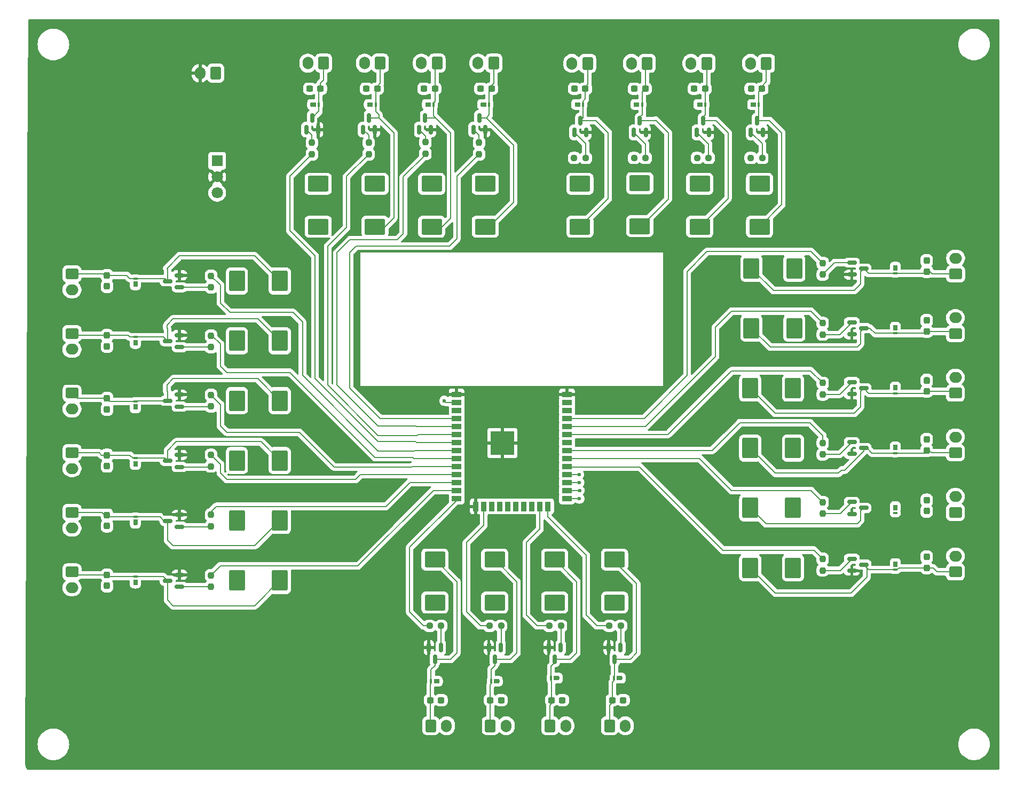
<source format=gbr>
%TF.GenerationSoftware,KiCad,Pcbnew,8.0.3*%
%TF.CreationDate,2024-07-05T07:33:57-06:00*%
%TF.ProjectId,Master of Dungeons,4d617374-6572-4206-9f66-2044756e6765,rev?*%
%TF.SameCoordinates,Original*%
%TF.FileFunction,Copper,L1,Top*%
%TF.FilePolarity,Positive*%
%FSLAX46Y46*%
G04 Gerber Fmt 4.6, Leading zero omitted, Abs format (unit mm)*
G04 Created by KiCad (PCBNEW 8.0.3) date 2024-07-05 07:33:57*
%MOMM*%
%LPD*%
G01*
G04 APERTURE LIST*
G04 Aperture macros list*
%AMRoundRect*
0 Rectangle with rounded corners*
0 $1 Rounding radius*
0 $2 $3 $4 $5 $6 $7 $8 $9 X,Y pos of 4 corners*
0 Add a 4 corners polygon primitive as box body*
4,1,4,$2,$3,$4,$5,$6,$7,$8,$9,$2,$3,0*
0 Add four circle primitives for the rounded corners*
1,1,$1+$1,$2,$3*
1,1,$1+$1,$4,$5*
1,1,$1+$1,$6,$7*
1,1,$1+$1,$8,$9*
0 Add four rect primitives between the rounded corners*
20,1,$1+$1,$2,$3,$4,$5,0*
20,1,$1+$1,$4,$5,$6,$7,0*
20,1,$1+$1,$6,$7,$8,$9,0*
20,1,$1+$1,$8,$9,$2,$3,0*%
G04 Aperture macros list end*
%TA.AperFunction,SMDPad,CuDef*%
%ADD10RoundRect,0.237500X-0.300000X-0.237500X0.300000X-0.237500X0.300000X0.237500X-0.300000X0.237500X0*%
%TD*%
%TA.AperFunction,SMDPad,CuDef*%
%ADD11RoundRect,0.237500X-0.237500X0.250000X-0.237500X-0.250000X0.237500X-0.250000X0.237500X0.250000X0*%
%TD*%
%TA.AperFunction,SMDPad,CuDef*%
%ADD12RoundRect,0.237500X0.237500X-0.300000X0.237500X0.300000X-0.237500X0.300000X-0.237500X-0.300000X0*%
%TD*%
%TA.AperFunction,SMDPad,CuDef*%
%ADD13RoundRect,0.237500X-0.237500X0.300000X-0.237500X-0.300000X0.237500X-0.300000X0.237500X0.300000X0*%
%TD*%
%TA.AperFunction,SMDPad,CuDef*%
%ADD14RoundRect,0.075000X0.275000X-0.390000X0.275000X0.390000X-0.275000X0.390000X-0.275000X-0.390000X0*%
%TD*%
%TA.AperFunction,SMDPad,CuDef*%
%ADD15RoundRect,0.075000X0.275000X-0.075000X0.275000X0.075000X-0.275000X0.075000X-0.275000X-0.075000X0*%
%TD*%
%TA.AperFunction,SMDPad,CuDef*%
%ADD16RoundRect,0.237500X0.237500X-0.250000X0.237500X0.250000X-0.237500X0.250000X-0.237500X-0.250000X0*%
%TD*%
%TA.AperFunction,SMDPad,CuDef*%
%ADD17RoundRect,0.075000X-0.275000X0.390000X-0.275000X-0.390000X0.275000X-0.390000X0.275000X0.390000X0*%
%TD*%
%TA.AperFunction,SMDPad,CuDef*%
%ADD18RoundRect,0.075000X-0.275000X0.075000X-0.275000X-0.075000X0.275000X-0.075000X0.275000X0.075000X0*%
%TD*%
%TA.AperFunction,SMDPad,CuDef*%
%ADD19RoundRect,0.150000X-0.150000X0.587500X-0.150000X-0.587500X0.150000X-0.587500X0.150000X0.587500X0*%
%TD*%
%TA.AperFunction,SMDPad,CuDef*%
%ADD20RoundRect,0.150000X0.587500X0.150000X-0.587500X0.150000X-0.587500X-0.150000X0.587500X-0.150000X0*%
%TD*%
%TA.AperFunction,SMDPad,CuDef*%
%ADD21RoundRect,0.250000X1.000000X-1.400000X1.000000X1.400000X-1.000000X1.400000X-1.000000X-1.400000X0*%
%TD*%
%TA.AperFunction,ComponentPad*%
%ADD22RoundRect,0.250000X0.750000X-0.600000X0.750000X0.600000X-0.750000X0.600000X-0.750000X-0.600000X0*%
%TD*%
%TA.AperFunction,ComponentPad*%
%ADD23O,2.000000X1.700000*%
%TD*%
%TA.AperFunction,ComponentPad*%
%ADD24RoundRect,0.250000X0.600000X0.750000X-0.600000X0.750000X-0.600000X-0.750000X0.600000X-0.750000X0*%
%TD*%
%TA.AperFunction,ComponentPad*%
%ADD25O,1.700000X2.000000*%
%TD*%
%TA.AperFunction,SMDPad,CuDef*%
%ADD26RoundRect,0.250000X-1.000000X1.400000X-1.000000X-1.400000X1.000000X-1.400000X1.000000X1.400000X0*%
%TD*%
%TA.AperFunction,SMDPad,CuDef*%
%ADD27RoundRect,0.250000X-1.400000X-1.000000X1.400000X-1.000000X1.400000X1.000000X-1.400000X1.000000X0*%
%TD*%
%TA.AperFunction,SMDPad,CuDef*%
%ADD28RoundRect,0.237500X-0.250000X-0.237500X0.250000X-0.237500X0.250000X0.237500X-0.250000X0.237500X0*%
%TD*%
%TA.AperFunction,SMDPad,CuDef*%
%ADD29RoundRect,0.150000X0.150000X-0.587500X0.150000X0.587500X-0.150000X0.587500X-0.150000X-0.587500X0*%
%TD*%
%TA.AperFunction,SMDPad,CuDef*%
%ADD30RoundRect,0.250000X1.400000X1.000000X-1.400000X1.000000X-1.400000X-1.000000X1.400000X-1.000000X0*%
%TD*%
%TA.AperFunction,SMDPad,CuDef*%
%ADD31RoundRect,0.075000X0.390000X0.275000X-0.390000X0.275000X-0.390000X-0.275000X0.390000X-0.275000X0*%
%TD*%
%TA.AperFunction,SMDPad,CuDef*%
%ADD32RoundRect,0.075000X0.075000X0.275000X-0.075000X0.275000X-0.075000X-0.275000X0.075000X-0.275000X0*%
%TD*%
%TA.AperFunction,ComponentPad*%
%ADD33RoundRect,0.250000X-0.750000X0.600000X-0.750000X-0.600000X0.750000X-0.600000X0.750000X0.600000X0*%
%TD*%
%TA.AperFunction,ComponentPad*%
%ADD34RoundRect,0.250000X-0.600000X-0.750000X0.600000X-0.750000X0.600000X0.750000X-0.600000X0.750000X0*%
%TD*%
%TA.AperFunction,SMDPad,CuDef*%
%ADD35RoundRect,0.150000X-0.587500X-0.150000X0.587500X-0.150000X0.587500X0.150000X-0.587500X0.150000X0*%
%TD*%
%TA.AperFunction,ComponentPad*%
%ADD36R,1.800000X1.800000*%
%TD*%
%TA.AperFunction,ComponentPad*%
%ADD37C,1.800000*%
%TD*%
%TA.AperFunction,SMDPad,CuDef*%
%ADD38RoundRect,0.075000X-0.390000X-0.275000X0.390000X-0.275000X0.390000X0.275000X-0.390000X0.275000X0*%
%TD*%
%TA.AperFunction,SMDPad,CuDef*%
%ADD39RoundRect,0.075000X-0.075000X-0.275000X0.075000X-0.275000X0.075000X0.275000X-0.075000X0.275000X0*%
%TD*%
%TA.AperFunction,SMDPad,CuDef*%
%ADD40RoundRect,0.237500X0.300000X0.237500X-0.300000X0.237500X-0.300000X-0.237500X0.300000X-0.237500X0*%
%TD*%
%TA.AperFunction,SMDPad,CuDef*%
%ADD41R,1.500000X0.900000*%
%TD*%
%TA.AperFunction,SMDPad,CuDef*%
%ADD42R,0.900000X1.500000*%
%TD*%
%TA.AperFunction,SMDPad,CuDef*%
%ADD43R,0.900000X0.900000*%
%TD*%
%TA.AperFunction,HeatsinkPad*%
%ADD44C,0.600000*%
%TD*%
%TA.AperFunction,SMDPad,CuDef*%
%ADD45R,3.800000X3.800000*%
%TD*%
%TA.AperFunction,ViaPad*%
%ADD46C,0.600000*%
%TD*%
%TA.AperFunction,Conductor*%
%ADD47C,0.200000*%
%TD*%
G04 APERTURE END LIST*
D10*
%TO.P,C24,1*%
%TO.N,+5V*%
X178637500Y-35500000D03*
%TO.P,C24,2*%
%TO.N,Net-(D45-A)*%
X180362500Y-35500000D03*
%TD*%
D11*
%TO.P,R14,1*%
%TO.N,TOG3*%
X102000000Y-84087500D03*
%TO.P,R14,2*%
%TO.N,Net-(Q14-G)*%
X102000000Y-85912500D03*
%TD*%
D12*
%TO.P,C16,1*%
%TO.N,+5V*%
X85500000Y-95362500D03*
%TO.P,C16,2*%
%TO.N,Net-(D29-A)*%
X85500000Y-93637500D03*
%TD*%
D13*
%TO.P,C10,1*%
%TO.N,+5V*%
X215500000Y-100775000D03*
%TO.P,C10,2*%
%TO.N,Net-(D17-A)*%
X215500000Y-102500000D03*
%TD*%
D14*
%TO.P,D26,1,K*%
%TO.N,+5V*%
X90000000Y-75785000D03*
D15*
%TO.P,D26,2,A*%
%TO.N,Net-(D25-A)*%
X90000000Y-74900000D03*
%TD*%
D16*
%TO.P,R4,1*%
%TO.N,Net-(U1-SENSOR_VN)*%
X136000000Y-45825000D03*
%TO.P,R4,2*%
%TO.N,Net-(Q1-G)*%
X136000000Y-44000000D03*
%TD*%
D17*
%TO.P,D16,1,K*%
%TO.N,+5V*%
X210500000Y-92430000D03*
D18*
%TO.P,D16,2,A*%
%TO.N,Net-(D15-A)*%
X210500000Y-93315000D03*
%TD*%
D19*
%TO.P,Q20,1,G*%
%TO.N,Net-(Q20-G)*%
X157450000Y-124125000D03*
%TO.P,Q20,2,S*%
%TO.N,GND*%
X155550000Y-124125000D03*
%TO.P,Q20,3,D*%
%TO.N,Net-(D39-A)*%
X156500000Y-126000000D03*
%TD*%
D20*
%TO.P,Q13,1,G*%
%TO.N,Net-(Q13-G)*%
X97000000Y-76500000D03*
%TO.P,Q13,2,S*%
%TO.N,GND*%
X97000000Y-74600000D03*
%TO.P,Q13,3,D*%
%TO.N,Net-(D25-A)*%
X95125000Y-75550000D03*
%TD*%
D21*
%TO.P,D29,1,K*%
%TO.N,+5V*%
X106100000Y-94500000D03*
%TO.P,D29,2,A*%
%TO.N,Net-(D29-A)*%
X112900000Y-94500000D03*
%TD*%
D22*
%TO.P,J23,1,Pin_1*%
%TO.N,Net-(D17-A)*%
X220050000Y-102700000D03*
D23*
%TO.P,J23,2,Pin_2*%
%TO.N,+5V*%
X220050000Y-100200000D03*
%TD*%
D24*
%TO.P,J2,1,Pin_1*%
%TO.N,Net-(D1-A)*%
X137850000Y-31450000D03*
D25*
%TO.P,J2,2,Pin_2*%
%TO.N,+5V*%
X135350000Y-31450000D03*
%TD*%
D10*
%TO.P,C3,1*%
%TO.N,+5V*%
X117637500Y-35500000D03*
%TO.P,C3,2*%
%TO.N,Net-(D4-A)*%
X119362500Y-35500000D03*
%TD*%
D26*
%TO.P,D19,1,K*%
%TO.N,+5V*%
X194300000Y-111500000D03*
%TO.P,D19,2,A*%
%TO.N,Net-(D19-A)*%
X187500000Y-111500000D03*
%TD*%
D27*
%TO.P,D9,1,K*%
%TO.N,+5V*%
X145500000Y-50600000D03*
%TO.P,D9,2,A*%
%TO.N,Net-(D2-A)*%
X145500000Y-57400000D03*
%TD*%
D24*
%TO.P,J15,1,Pin_1*%
%TO.N,Net-(D43-A)*%
X190070000Y-31490000D03*
D25*
%TO.P,J15,2,Pin_2*%
%TO.N,+5V*%
X187570000Y-31490000D03*
%TD*%
D28*
%TO.P,R18,1*%
%TO.N,DIM1*%
X136675000Y-120700000D03*
%TO.P,R18,2*%
%TO.N,Net-(Q18-G)*%
X138500000Y-120700000D03*
%TD*%
D26*
%TO.P,D3,1,K*%
%TO.N,+5V*%
X194500000Y-64000000D03*
%TO.P,D3,2,A*%
%TO.N,Net-(D10-A)*%
X187700000Y-64000000D03*
%TD*%
D11*
%TO.P,R10,1*%
%TO.N,SEQ6*%
X199000000Y-110087500D03*
%TO.P,R10,2*%
%TO.N,Net-(Q10-G)*%
X199000000Y-111912500D03*
%TD*%
D21*
%TO.P,D23,1,K*%
%TO.N,+5V*%
X106100000Y-66000000D03*
%TO.P,D23,2,A*%
%TO.N,Net-(D23-A)*%
X112900000Y-66000000D03*
%TD*%
D27*
%TO.P,D1,1,K*%
%TO.N,+5V*%
X137000000Y-50600000D03*
%TO.P,D1,2,A*%
%TO.N,Net-(D1-A)*%
X137000000Y-57400000D03*
%TD*%
D29*
%TO.P,Q2,1,G*%
%TO.N,Net-(Q2-G)*%
X117100000Y-42000000D03*
%TO.P,Q2,2,S*%
%TO.N,GND*%
X119000000Y-42000000D03*
%TO.P,Q2,3,D*%
%TO.N,Net-(D4-A)*%
X118050000Y-40125000D03*
%TD*%
%TO.P,Q24,1,G*%
%TO.N,Net-(Q24-G)*%
X169050000Y-42437500D03*
%TO.P,Q24,2,S*%
%TO.N,GND*%
X170950000Y-42437500D03*
%TO.P,Q24,3,D*%
%TO.N,Net-(D47-A)*%
X170000000Y-40562500D03*
%TD*%
D16*
%TO.P,R1,1*%
%TO.N,Net-(U1-SENSOR_VP)*%
X144500000Y-45912500D03*
%TO.P,R1,2*%
%TO.N,Net-(Q5-G)*%
X144500000Y-44087500D03*
%TD*%
D11*
%TO.P,R15,1*%
%TO.N,TOG4*%
X102000000Y-93587500D03*
%TO.P,R15,2*%
%TO.N,Net-(Q15-G)*%
X102000000Y-95412500D03*
%TD*%
D16*
%TO.P,R2,1*%
%TO.N,Net-(U1-IO35)*%
X118000000Y-45912500D03*
%TO.P,R2,2*%
%TO.N,Net-(Q2-G)*%
X118000000Y-44087500D03*
%TD*%
D30*
%TO.P,D35,1,K*%
%TO.N,+5V*%
X137500000Y-117000000D03*
%TO.P,D35,2,A*%
%TO.N,Net-(D35-A)*%
X137500000Y-110200000D03*
%TD*%
D22*
%TO.P,J22,1,Pin_1*%
%TO.N,Net-(D15-A)*%
X220050000Y-93250000D03*
D23*
%TO.P,J22,2,Pin_2*%
%TO.N,+5V*%
X220050000Y-90750000D03*
%TD*%
D24*
%TO.P,J3,1,Pin_1*%
%TO.N,Net-(D6-A)*%
X128850000Y-31450000D03*
D25*
%TO.P,J3,2,Pin_2*%
%TO.N,+5V*%
X126350000Y-31450000D03*
%TD*%
D31*
%TO.P,D38,1,K*%
%TO.N,+5V*%
X147285000Y-129500000D03*
D32*
%TO.P,D38,2,A*%
%TO.N,Net-(D37-A)*%
X146400000Y-129500000D03*
%TD*%
D11*
%TO.P,R6,1*%
%TO.N,SEQ2*%
X199000000Y-72675000D03*
%TO.P,R6,2*%
%TO.N,Net-(Q6-G)*%
X199000000Y-74500000D03*
%TD*%
D29*
%TO.P,Q25,1,G*%
%TO.N,Net-(Q25-G)*%
X159612500Y-42437500D03*
%TO.P,Q25,2,S*%
%TO.N,GND*%
X161512500Y-42437500D03*
%TO.P,Q25,3,D*%
%TO.N,Net-(D49-A)*%
X160562500Y-40562500D03*
%TD*%
%TO.P,Q5,1,G*%
%TO.N,Net-(Q5-G)*%
X143600000Y-42000000D03*
%TO.P,Q5,2,S*%
%TO.N,GND*%
X145500000Y-42000000D03*
%TO.P,Q5,3,D*%
%TO.N,Net-(D2-A)*%
X144550000Y-40125000D03*
%TD*%
D14*
%TO.P,D28,1,K*%
%TO.N,+5V*%
X90000000Y-86000000D03*
D15*
%TO.P,D28,2,A*%
%TO.N,Net-(D27-A)*%
X90000000Y-85115000D03*
%TD*%
D33*
%TO.P,J8,1,Pin_1*%
%TO.N,Net-(D29-A)*%
X79950000Y-93250000D03*
D23*
%TO.P,J8,2,Pin_2*%
%TO.N,+5V*%
X79950000Y-95750000D03*
%TD*%
D28*
%TO.P,R23,1*%
%TO.N,TIMER2*%
X179087500Y-46500000D03*
%TO.P,R23,2*%
%TO.N,Net-(Q23-G)*%
X180912500Y-46500000D03*
%TD*%
D17*
%TO.P,D10,1,K*%
%TO.N,+5V*%
X210500000Y-63930000D03*
D18*
%TO.P,D10,2,A*%
%TO.N,Net-(D10-A)*%
X210500000Y-64815000D03*
%TD*%
D24*
%TO.P,J4,1,Pin_1*%
%TO.N,Net-(D4-A)*%
X119850000Y-31450000D03*
D25*
%TO.P,J4,2,Pin_2*%
%TO.N,+5V*%
X117350000Y-31450000D03*
%TD*%
D29*
%TO.P,Q22,1,G*%
%TO.N,Net-(Q22-G)*%
X187612500Y-42437500D03*
%TO.P,Q22,2,S*%
%TO.N,GND*%
X189512500Y-42437500D03*
%TO.P,Q22,3,D*%
%TO.N,Net-(D43-A)*%
X188562500Y-40562500D03*
%TD*%
D34*
%TO.P,J14,1,Pin_1*%
%TO.N,Net-(D41-A)*%
X165200000Y-136550000D03*
D25*
%TO.P,J14,2,Pin_2*%
%TO.N,+5V*%
X167700000Y-136550000D03*
%TD*%
D35*
%TO.P,Q6,1,G*%
%TO.N,Net-(Q6-G)*%
X203625000Y-72550000D03*
%TO.P,Q6,2,S*%
%TO.N,GND*%
X203625000Y-74450000D03*
%TO.P,Q6,3,D*%
%TO.N,Net-(D11-A)*%
X205500000Y-73500000D03*
%TD*%
D22*
%TO.P,J19,1,Pin_1*%
%TO.N,Net-(D10-A)*%
X220080000Y-64890000D03*
D23*
%TO.P,J19,2,Pin_2*%
%TO.N,+5V*%
X220080000Y-62390000D03*
%TD*%
D30*
%TO.P,D37,1,K*%
%TO.N,+5V*%
X147000000Y-117000000D03*
%TO.P,D37,2,A*%
%TO.N,Net-(D37-A)*%
X147000000Y-110200000D03*
%TD*%
D36*
%TO.P,U2,1,IN*%
%TO.N,Net-(J25-Pin_1)*%
X102980000Y-46950000D03*
D37*
%TO.P,U2,2,GND*%
%TO.N,GND*%
X102980000Y-49490000D03*
%TO.P,U2,3,OUT*%
%TO.N,Net-(U1-VDD)*%
X102980000Y-52030000D03*
%TD*%
D13*
%TO.P,C6,1*%
%TO.N,+5V*%
X215500000Y-62775000D03*
%TO.P,C6,2*%
%TO.N,Net-(D10-A)*%
X215500000Y-64500000D03*
%TD*%
D38*
%TO.P,D50,1,K*%
%TO.N,+5V*%
X160115000Y-38000000D03*
D39*
%TO.P,D50,2,A*%
%TO.N,Net-(D49-A)*%
X161000000Y-38000000D03*
%TD*%
D26*
%TO.P,D13,1,K*%
%TO.N,+5V*%
X194300000Y-83000000D03*
%TO.P,D13,2,A*%
%TO.N,Net-(D13-A)*%
X187500000Y-83000000D03*
%TD*%
%TO.P,D17,1,K*%
%TO.N,+5V*%
X194300000Y-102000000D03*
%TO.P,D17,2,A*%
%TO.N,Net-(D17-A)*%
X187500000Y-102000000D03*
%TD*%
D10*
%TO.P,C23,1*%
%TO.N,+5V*%
X187637500Y-35500000D03*
%TO.P,C23,2*%
%TO.N,Net-(D43-A)*%
X189362500Y-35500000D03*
%TD*%
D33*
%TO.P,J9,1,Pin_1*%
%TO.N,Net-(D31-A)*%
X79950000Y-102700000D03*
D23*
%TO.P,J9,2,Pin_2*%
%TO.N,+5V*%
X79950000Y-105200000D03*
%TD*%
D40*
%TO.P,C19,1*%
%TO.N,+5V*%
X138500000Y-132500000D03*
%TO.P,C19,2*%
%TO.N,Net-(D35-A)*%
X136775000Y-132500000D03*
%TD*%
D35*
%TO.P,Q7,1,G*%
%TO.N,Net-(Q7-G)*%
X203625000Y-82050000D03*
%TO.P,Q7,2,S*%
%TO.N,GND*%
X203625000Y-83950000D03*
%TO.P,Q7,3,D*%
%TO.N,Net-(D13-A)*%
X205500000Y-83000000D03*
%TD*%
D16*
%TO.P,R3,1*%
%TO.N,Net-(U1-IO34)*%
X127000000Y-45912500D03*
%TO.P,R3,2*%
%TO.N,Net-(Q3-G)*%
X127000000Y-44087500D03*
%TD*%
D11*
%TO.P,R8,1*%
%TO.N,SEQ4*%
X199000000Y-91675000D03*
%TO.P,R8,2*%
%TO.N,Net-(Q8-G)*%
X199000000Y-93500000D03*
%TD*%
D34*
%TO.P,J12,1,Pin_1*%
%TO.N,Net-(D37-A)*%
X146300000Y-136550000D03*
D25*
%TO.P,J12,2,Pin_2*%
%TO.N,+5V*%
X148800000Y-136550000D03*
%TD*%
D29*
%TO.P,Q1,1,G*%
%TO.N,Net-(Q1-G)*%
X135000000Y-42000000D03*
%TO.P,Q1,2,S*%
%TO.N,GND*%
X136900000Y-42000000D03*
%TO.P,Q1,3,D*%
%TO.N,Net-(D1-A)*%
X135950000Y-40125000D03*
%TD*%
D13*
%TO.P,C9,1*%
%TO.N,+5V*%
X215500000Y-91137500D03*
%TO.P,C9,2*%
%TO.N,Net-(D15-A)*%
X215500000Y-92862500D03*
%TD*%
D17*
%TO.P,D18,1,K*%
%TO.N,+5V*%
X210500000Y-101930000D03*
D18*
%TO.P,D18,2,A*%
%TO.N,Net-(D17-A)*%
X210500000Y-102815000D03*
%TD*%
D40*
%TO.P,C22,1*%
%TO.N,+5V*%
X167362500Y-132500000D03*
%TO.P,C22,2*%
%TO.N,Net-(D41-A)*%
X165637500Y-132500000D03*
%TD*%
D26*
%TO.P,D11,1,K*%
%TO.N,+5V*%
X194500000Y-73500000D03*
%TO.P,D11,2,A*%
%TO.N,Net-(D11-A)*%
X187700000Y-73500000D03*
%TD*%
D35*
%TO.P,Q4,1,G*%
%TO.N,Net-(Q4-G)*%
X203625000Y-63100000D03*
%TO.P,Q4,2,S*%
%TO.N,GND*%
X203625000Y-65000000D03*
%TO.P,Q4,3,D*%
%TO.N,Net-(D10-A)*%
X205500000Y-64050000D03*
%TD*%
D24*
%TO.P,J1,1,Pin_1*%
%TO.N,Net-(D2-A)*%
X146850000Y-31450000D03*
D25*
%TO.P,J1,2,Pin_2*%
%TO.N,+5V*%
X144350000Y-31450000D03*
%TD*%
D38*
%TO.P,D2,1,K*%
%TO.N,+5V*%
X145215000Y-38000000D03*
D39*
%TO.P,D2,2,A*%
%TO.N,Net-(D2-A)*%
X146100000Y-38000000D03*
%TD*%
D28*
%TO.P,R20,1*%
%TO.N,DIM3*%
X155675000Y-120700000D03*
%TO.P,R20,2*%
%TO.N,Net-(Q20-G)*%
X157500000Y-120700000D03*
%TD*%
D27*
%TO.P,D45,1,K*%
%TO.N,+5V*%
X179500000Y-50600000D03*
%TO.P,D45,2,A*%
%TO.N,Net-(D45-A)*%
X179500000Y-57400000D03*
%TD*%
D17*
%TO.P,D14,1,K*%
%TO.N,+5V*%
X210500000Y-82930000D03*
D18*
%TO.P,D14,2,A*%
%TO.N,Net-(D13-A)*%
X210500000Y-83815000D03*
%TD*%
D38*
%TO.P,D48,1,K*%
%TO.N,+5V*%
X169500000Y-38000000D03*
D39*
%TO.P,D48,2,A*%
%TO.N,Net-(D47-A)*%
X170385000Y-38000000D03*
%TD*%
D30*
%TO.P,D39,1,K*%
%TO.N,+5V*%
X156500000Y-117000000D03*
%TO.P,D39,2,A*%
%TO.N,Net-(D39-A)*%
X156500000Y-110200000D03*
%TD*%
D21*
%TO.P,D31,1,K*%
%TO.N,+5V*%
X106100000Y-104000000D03*
%TO.P,D31,2,A*%
%TO.N,Net-(D31-A)*%
X112900000Y-104000000D03*
%TD*%
D20*
%TO.P,Q16,1,G*%
%TO.N,Net-(Q16-G)*%
X97000000Y-105000000D03*
%TO.P,Q16,2,S*%
%TO.N,GND*%
X97000000Y-103100000D03*
%TO.P,Q16,3,D*%
%TO.N,Net-(D31-A)*%
X95125000Y-104050000D03*
%TD*%
D35*
%TO.P,Q9,1,G*%
%TO.N,Net-(Q9-G)*%
X203625000Y-101050000D03*
%TO.P,Q9,2,S*%
%TO.N,GND*%
X203625000Y-102950000D03*
%TO.P,Q9,3,D*%
%TO.N,Net-(D17-A)*%
X205500000Y-102000000D03*
%TD*%
D27*
%TO.P,D5,1,K*%
%TO.N,+5V*%
X119000000Y-50600000D03*
%TO.P,D5,2,A*%
%TO.N,Net-(D4-A)*%
X119000000Y-57400000D03*
%TD*%
D33*
%TO.P,J6,1,Pin_1*%
%TO.N,Net-(D25-A)*%
X79950000Y-74350000D03*
D23*
%TO.P,J6,2,Pin_2*%
%TO.N,+5V*%
X79950000Y-76850000D03*
%TD*%
D10*
%TO.P,C1,1*%
%TO.N,+5V*%
X144775000Y-35500000D03*
%TO.P,C1,2*%
%TO.N,Net-(D2-A)*%
X146500000Y-35500000D03*
%TD*%
D13*
%TO.P,C11,1*%
%TO.N,+5V*%
X215500000Y-109775000D03*
%TO.P,C11,2*%
%TO.N,Net-(D19-A)*%
X215500000Y-111500000D03*
%TD*%
D14*
%TO.P,D34,1,K*%
%TO.N,+5V*%
X90000000Y-113785000D03*
D15*
%TO.P,D34,2,A*%
%TO.N,Net-(D33-A)*%
X90000000Y-112900000D03*
%TD*%
D27*
%TO.P,D49,1,K*%
%TO.N,+5V*%
X160500000Y-50600000D03*
%TO.P,D49,2,A*%
%TO.N,Net-(D49-A)*%
X160500000Y-57400000D03*
%TD*%
D12*
%TO.P,C17,1*%
%TO.N,+5V*%
X85500000Y-104862500D03*
%TO.P,C17,2*%
%TO.N,Net-(D31-A)*%
X85500000Y-103137500D03*
%TD*%
D38*
%TO.P,D6,1,K*%
%TO.N,+5V*%
X127215000Y-38000000D03*
D39*
%TO.P,D6,2,A*%
%TO.N,Net-(D6-A)*%
X128100000Y-38000000D03*
%TD*%
D30*
%TO.P,D41,1,K*%
%TO.N,+5V*%
X166000000Y-117000000D03*
%TO.P,D41,2,A*%
%TO.N,Net-(D41-A)*%
X166000000Y-110200000D03*
%TD*%
D20*
%TO.P,Q15,1,G*%
%TO.N,Net-(Q15-G)*%
X97000000Y-95500000D03*
%TO.P,Q15,2,S*%
%TO.N,GND*%
X97000000Y-93600000D03*
%TO.P,Q15,3,D*%
%TO.N,Net-(D29-A)*%
X95125000Y-94550000D03*
%TD*%
D38*
%TO.P,D4,1,K*%
%TO.N,+5V*%
X118215000Y-38000000D03*
D39*
%TO.P,D4,2,A*%
%TO.N,Net-(D4-A)*%
X119100000Y-38000000D03*
%TD*%
D29*
%TO.P,Q3,1,G*%
%TO.N,Net-(Q3-G)*%
X126100000Y-42000000D03*
%TO.P,Q3,2,S*%
%TO.N,GND*%
X128000000Y-42000000D03*
%TO.P,Q3,3,D*%
%TO.N,Net-(D6-A)*%
X127050000Y-40125000D03*
%TD*%
D17*
%TO.P,D12,1,K*%
%TO.N,+5V*%
X210500000Y-73430000D03*
D18*
%TO.P,D12,2,A*%
%TO.N,Net-(D11-A)*%
X210500000Y-74315000D03*
%TD*%
D33*
%TO.P,J7,1,Pin_1*%
%TO.N,Net-(D27-A)*%
X79950000Y-83800000D03*
D23*
%TO.P,J7,2,Pin_2*%
%TO.N,+5V*%
X79950000Y-86300000D03*
%TD*%
D31*
%TO.P,D36,1,K*%
%TO.N,+5V*%
X137785000Y-129500000D03*
D32*
%TO.P,D36,2,A*%
%TO.N,Net-(D35-A)*%
X136900000Y-129500000D03*
%TD*%
D10*
%TO.P,C26,1*%
%TO.N,+5V*%
X159637500Y-35500000D03*
%TO.P,C26,2*%
%TO.N,Net-(D49-A)*%
X161362500Y-35500000D03*
%TD*%
D40*
%TO.P,C21,1*%
%TO.N,+5V*%
X157725000Y-132500000D03*
%TO.P,C21,2*%
%TO.N,Net-(D39-A)*%
X156000000Y-132500000D03*
%TD*%
D22*
%TO.P,J20,1,Pin_1*%
%TO.N,Net-(D11-A)*%
X220050000Y-74350000D03*
D23*
%TO.P,J20,2,Pin_2*%
%TO.N,+5V*%
X220050000Y-71850000D03*
%TD*%
D24*
%TO.P,J17,1,Pin_1*%
%TO.N,Net-(D47-A)*%
X171170000Y-31490000D03*
D25*
%TO.P,J17,2,Pin_2*%
%TO.N,+5V*%
X168670000Y-31490000D03*
%TD*%
D40*
%TO.P,C20,1*%
%TO.N,+5V*%
X148000000Y-132500000D03*
%TO.P,C20,2*%
%TO.N,Net-(D37-A)*%
X146275000Y-132500000D03*
%TD*%
D28*
%TO.P,R21,1*%
%TO.N,DIM4*%
X165175000Y-120700000D03*
%TO.P,R21,2*%
%TO.N,Net-(Q21-G)*%
X167000000Y-120700000D03*
%TD*%
D21*
%TO.P,D27,1,K*%
%TO.N,+5V*%
X106100000Y-85000000D03*
%TO.P,D27,2,A*%
%TO.N,Net-(D27-A)*%
X112900000Y-85000000D03*
%TD*%
D28*
%TO.P,R22,1*%
%TO.N,TIMER1*%
X187587500Y-46500000D03*
%TO.P,R22,2*%
%TO.N,Net-(Q22-G)*%
X189412500Y-46500000D03*
%TD*%
D21*
%TO.P,D33,1,K*%
%TO.N,+5V*%
X106100000Y-113500000D03*
%TO.P,D33,2,A*%
%TO.N,Net-(D33-A)*%
X112900000Y-113500000D03*
%TD*%
D27*
%TO.P,D7,1,K*%
%TO.N,+5V*%
X128000000Y-50600000D03*
%TO.P,D7,2,A*%
%TO.N,Net-(D6-A)*%
X128000000Y-57400000D03*
%TD*%
D29*
%TO.P,Q23,1,G*%
%TO.N,Net-(Q23-G)*%
X179050000Y-42437500D03*
%TO.P,Q23,2,S*%
%TO.N,GND*%
X180950000Y-42437500D03*
%TO.P,Q23,3,D*%
%TO.N,Net-(D45-A)*%
X180000000Y-40562500D03*
%TD*%
D28*
%TO.P,R19,1*%
%TO.N,DIM2*%
X146175000Y-120700000D03*
%TO.P,R19,2*%
%TO.N,Net-(Q19-G)*%
X148000000Y-120700000D03*
%TD*%
D10*
%TO.P,C25,1*%
%TO.N,+5V*%
X169137500Y-35500000D03*
%TO.P,C25,2*%
%TO.N,Net-(D47-A)*%
X170862500Y-35500000D03*
%TD*%
D27*
%TO.P,D43,1,K*%
%TO.N,+5V*%
X189000000Y-50600000D03*
%TO.P,D43,2,A*%
%TO.N,Net-(D43-A)*%
X189000000Y-57400000D03*
%TD*%
D38*
%TO.P,D44,1,K*%
%TO.N,+5V*%
X188000000Y-38000000D03*
D39*
%TO.P,D44,2,A*%
%TO.N,Net-(D43-A)*%
X188885000Y-38000000D03*
%TD*%
D26*
%TO.P,D15,1,K*%
%TO.N,+5V*%
X194300000Y-92500000D03*
%TO.P,D15,2,A*%
%TO.N,Net-(D15-A)*%
X187500000Y-92500000D03*
%TD*%
D11*
%TO.P,R5,1*%
%TO.N,SEQ1*%
X199000000Y-63175000D03*
%TO.P,R5,2*%
%TO.N,Net-(Q4-G)*%
X199000000Y-65000000D03*
%TD*%
D10*
%TO.P,C4,1*%
%TO.N,+5V*%
X126637500Y-35500000D03*
%TO.P,C4,2*%
%TO.N,Net-(D6-A)*%
X128362500Y-35500000D03*
%TD*%
D11*
%TO.P,R16,1*%
%TO.N,TOG5*%
X102000000Y-103087500D03*
%TO.P,R16,2*%
%TO.N,Net-(Q16-G)*%
X102000000Y-104912500D03*
%TD*%
D10*
%TO.P,C5,1*%
%TO.N,+5V*%
X135775000Y-35500000D03*
%TO.P,C5,2*%
%TO.N,Net-(D1-A)*%
X137500000Y-35500000D03*
%TD*%
D22*
%TO.P,J24,1,Pin_1*%
%TO.N,Net-(D19-A)*%
X220050000Y-112150000D03*
D23*
%TO.P,J24,2,Pin_2*%
%TO.N,+5V*%
X220050000Y-109650000D03*
%TD*%
D11*
%TO.P,R9,1*%
%TO.N,SEQ5*%
X199000000Y-101087500D03*
%TO.P,R9,2*%
%TO.N,Net-(Q9-G)*%
X199000000Y-102912500D03*
%TD*%
%TO.P,R12,1*%
%TO.N,TOG1*%
X102000000Y-65175000D03*
%TO.P,R12,2*%
%TO.N,Net-(Q12-G)*%
X102000000Y-67000000D03*
%TD*%
D34*
%TO.P,J11,1,Pin_1*%
%TO.N,Net-(D35-A)*%
X136850000Y-136550000D03*
D25*
%TO.P,J11,2,Pin_2*%
%TO.N,+5V*%
X139350000Y-136550000D03*
%TD*%
D19*
%TO.P,Q18,1,G*%
%TO.N,Net-(Q18-G)*%
X138450000Y-124125000D03*
%TO.P,Q18,2,S*%
%TO.N,GND*%
X136550000Y-124125000D03*
%TO.P,Q18,3,D*%
%TO.N,Net-(D35-A)*%
X137500000Y-126000000D03*
%TD*%
D41*
%TO.P,U1,1,GND*%
%TO.N,GND*%
X140960000Y-83995000D03*
%TO.P,U1,2,VDD*%
%TO.N,Net-(U1-VDD)*%
X140960000Y-85265000D03*
%TO.P,U1,3,EN*%
%TO.N,unconnected-(U1-EN-Pad3)*%
X140960000Y-86535000D03*
%TO.P,U1,4,SENSOR_VP*%
%TO.N,Net-(U1-SENSOR_VP)*%
X140960000Y-87805000D03*
%TO.P,U1,5,SENSOR_VN*%
%TO.N,Net-(U1-SENSOR_VN)*%
X140960000Y-89075000D03*
%TO.P,U1,6,IO34*%
%TO.N,Net-(U1-IO34)*%
X140960000Y-90345000D03*
%TO.P,U1,7,IO35*%
%TO.N,Net-(U1-IO35)*%
X140960000Y-91615000D03*
%TO.P,U1,8,IO32*%
%TO.N,TOG1*%
X140960000Y-92885000D03*
%TO.P,U1,9,IO33*%
%TO.N,TOG2*%
X140960000Y-94155000D03*
%TO.P,U1,10,IO25*%
%TO.N,TOG3*%
X140960000Y-95425000D03*
%TO.P,U1,11,IO26*%
%TO.N,TOG4*%
X140960000Y-96695000D03*
%TO.P,U1,12,IO27*%
%TO.N,TOG5*%
X140960000Y-97965000D03*
%TO.P,U1,13,IO14*%
%TO.N,TOG6*%
X140960000Y-99235000D03*
%TO.P,U1,14,IO12*%
%TO.N,DIM1*%
X140960000Y-100505000D03*
D42*
%TO.P,U1,15,GND*%
%TO.N,GND*%
X144000000Y-101755000D03*
%TO.P,U1,16,IO13*%
%TO.N,DIM2*%
X145270000Y-101755000D03*
%TO.P,U1,17,SHD/SD2*%
%TO.N,unconnected-(U1-SHD{slash}SD2-Pad17)*%
X146540000Y-101755000D03*
%TO.P,U1,18,SWP/SD3*%
%TO.N,unconnected-(U1-SWP{slash}SD3-Pad18)*%
X147810000Y-101755000D03*
%TO.P,U1,19,SCS/CMD*%
%TO.N,unconnected-(U1-SCS{slash}CMD-Pad19)*%
X149080000Y-101755000D03*
%TO.P,U1,20,SCK/CLK*%
%TO.N,unconnected-(U1-SCK{slash}CLK-Pad20)*%
X150350000Y-101755000D03*
%TO.P,U1,21,SDO/SD0*%
%TO.N,unconnected-(U1-SDO{slash}SD0-Pad21)*%
X151620000Y-101755000D03*
%TO.P,U1,22,SDI/SD1*%
%TO.N,unconnected-(U1-SDI{slash}SD1-Pad22)*%
X152890000Y-101755000D03*
%TO.P,U1,23,IO15*%
%TO.N,DIM3*%
X154160000Y-101755000D03*
%TO.P,U1,24,IO2*%
%TO.N,DIM4*%
X155430000Y-101755000D03*
D41*
%TO.P,U1,25,IO0*%
%TO.N,TIMER1*%
X158460000Y-100505000D03*
%TO.P,U1,26,IO4*%
%TO.N,TIMER2*%
X158460000Y-99235000D03*
%TO.P,U1,27,IO16*%
%TO.N,TIMER3*%
X158460000Y-97965000D03*
%TO.P,U1,28,IO17*%
%TO.N,TIMER4*%
X158460000Y-96695000D03*
%TO.P,U1,29,IO5*%
%TO.N,SEQ6*%
X158460000Y-95425000D03*
%TO.P,U1,30,IO18*%
%TO.N,SEQ5*%
X158460000Y-94155000D03*
%TO.P,U1,31,IO19*%
%TO.N,SEQ4*%
X158460000Y-92885000D03*
%TO.P,U1,32,NC*%
%TO.N,unconnected-(U1-NC-Pad32)*%
X158460000Y-91615000D03*
%TO.P,U1,33,IO21*%
%TO.N,SEQ3*%
X158460000Y-90345000D03*
%TO.P,U1,34,RXD0/IO3*%
%TO.N,SEQ2*%
X158460000Y-89075000D03*
%TO.P,U1,35,TXD0/IO1*%
%TO.N,SEQ1*%
X158460000Y-87805000D03*
%TO.P,U1,36,IO22*%
%TO.N,unconnected-(U1-IO22-Pad36)*%
X158460000Y-86535000D03*
%TO.P,U1,37,IO23*%
%TO.N,unconnected-(U1-IO23-Pad37)*%
X158460000Y-85265000D03*
%TO.P,U1,38,GND*%
%TO.N,GND*%
X158460000Y-83995000D03*
D43*
%TO.P,U1,39,GND*%
X146810000Y-90315000D03*
D44*
X146810000Y-91015000D03*
D43*
X146810000Y-91715000D03*
D44*
X146810000Y-92415000D03*
D43*
X146810000Y-93115000D03*
D44*
X147510000Y-90315000D03*
X147510000Y-91715000D03*
X147510000Y-93115000D03*
X148185000Y-91015000D03*
X148185000Y-92415000D03*
D43*
X148210000Y-90315000D03*
X148210000Y-91715000D03*
D45*
X148210000Y-91715000D03*
D43*
X148210000Y-93115000D03*
D44*
X148910000Y-90315000D03*
X148910000Y-91715000D03*
X148910000Y-93115000D03*
D43*
X149610000Y-90315000D03*
D44*
X149610000Y-91015000D03*
D43*
X149610000Y-91715000D03*
D44*
X149610000Y-92415000D03*
D43*
X149610000Y-93115000D03*
%TD*%
D19*
%TO.P,Q19,1,G*%
%TO.N,Net-(Q19-G)*%
X147950000Y-124125000D03*
%TO.P,Q19,2,S*%
%TO.N,GND*%
X146050000Y-124125000D03*
%TO.P,Q19,3,D*%
%TO.N,Net-(D37-A)*%
X147000000Y-126000000D03*
%TD*%
D13*
%TO.P,C8,1*%
%TO.N,+5V*%
X215500000Y-81775000D03*
%TO.P,C8,2*%
%TO.N,Net-(D13-A)*%
X215500000Y-83500000D03*
%TD*%
D33*
%TO.P,J5,1,Pin_1*%
%TO.N,Net-(D23-A)*%
X79950000Y-64900000D03*
D23*
%TO.P,J5,2,Pin_2*%
%TO.N,+5V*%
X79950000Y-67400000D03*
%TD*%
D20*
%TO.P,Q17,1,G*%
%TO.N,Net-(Q17-G)*%
X97000000Y-114500000D03*
%TO.P,Q17,2,S*%
%TO.N,GND*%
X97000000Y-112600000D03*
%TO.P,Q17,3,D*%
%TO.N,Net-(D33-A)*%
X95125000Y-113550000D03*
%TD*%
D21*
%TO.P,D25,1,K*%
%TO.N,+5V*%
X106100000Y-75500000D03*
%TO.P,D25,2,A*%
%TO.N,Net-(D25-A)*%
X112900000Y-75500000D03*
%TD*%
D11*
%TO.P,R13,1*%
%TO.N,TOG2*%
X102000000Y-74675000D03*
%TO.P,R13,2*%
%TO.N,Net-(Q13-G)*%
X102000000Y-76500000D03*
%TD*%
D28*
%TO.P,R24,1*%
%TO.N,TIMER3*%
X169087500Y-46500000D03*
%TO.P,R24,2*%
%TO.N,Net-(Q24-G)*%
X170912500Y-46500000D03*
%TD*%
%TO.P,R25,1*%
%TO.N,TIMER4*%
X159587500Y-46500000D03*
%TO.P,R25,2*%
%TO.N,Net-(Q25-G)*%
X161412500Y-46500000D03*
%TD*%
D38*
%TO.P,D46,1,K*%
%TO.N,+5V*%
X179500000Y-38000000D03*
D39*
%TO.P,D46,2,A*%
%TO.N,Net-(D45-A)*%
X180385000Y-38000000D03*
%TD*%
D14*
%TO.P,D24,1,K*%
%TO.N,+5V*%
X90000000Y-66500000D03*
D15*
%TO.P,D24,2,A*%
%TO.N,Net-(D23-A)*%
X90000000Y-65615000D03*
%TD*%
D27*
%TO.P,D47,1,K*%
%TO.N,+5V*%
X170000000Y-50500000D03*
%TO.P,D47,2,A*%
%TO.N,Net-(D47-A)*%
X170000000Y-57300000D03*
%TD*%
D19*
%TO.P,Q21,1,G*%
%TO.N,Net-(Q21-G)*%
X166950000Y-124125000D03*
%TO.P,Q21,2,S*%
%TO.N,GND*%
X165050000Y-124125000D03*
%TO.P,Q21,3,D*%
%TO.N,Net-(D41-A)*%
X166000000Y-126000000D03*
%TD*%
D31*
%TO.P,D40,1,K*%
%TO.N,+5V*%
X156785000Y-129000000D03*
D32*
%TO.P,D40,2,A*%
%TO.N,Net-(D39-A)*%
X155900000Y-129000000D03*
%TD*%
D12*
%TO.P,C13,1*%
%TO.N,+5V*%
X85500000Y-66862500D03*
%TO.P,C13,2*%
%TO.N,Net-(D23-A)*%
X85500000Y-65137500D03*
%TD*%
D31*
%TO.P,D42,1,K*%
%TO.N,+5V*%
X166785000Y-129000000D03*
D32*
%TO.P,D42,2,A*%
%TO.N,Net-(D41-A)*%
X165900000Y-129000000D03*
%TD*%
D35*
%TO.P,Q10,1,G*%
%TO.N,Net-(Q10-G)*%
X203625000Y-110050000D03*
%TO.P,Q10,2,S*%
%TO.N,GND*%
X203625000Y-111950000D03*
%TO.P,Q10,3,D*%
%TO.N,Net-(D19-A)*%
X205500000Y-111000000D03*
%TD*%
%TO.P,Q8,1,G*%
%TO.N,Net-(Q8-G)*%
X203625000Y-91550000D03*
%TO.P,Q8,2,S*%
%TO.N,GND*%
X203625000Y-93450000D03*
%TO.P,Q8,3,D*%
%TO.N,Net-(D15-A)*%
X205500000Y-92500000D03*
%TD*%
D13*
%TO.P,C7,1*%
%TO.N,+5V*%
X215500000Y-72275000D03*
%TO.P,C7,2*%
%TO.N,Net-(D11-A)*%
X215500000Y-74000000D03*
%TD*%
D38*
%TO.P,D8,1,K*%
%TO.N,+5V*%
X136430000Y-38000000D03*
D39*
%TO.P,D8,2,A*%
%TO.N,Net-(D1-A)*%
X137315000Y-38000000D03*
%TD*%
D14*
%TO.P,D30,1,K*%
%TO.N,+5V*%
X90000000Y-95000000D03*
D15*
%TO.P,D30,2,A*%
%TO.N,Net-(D29-A)*%
X90000000Y-94115000D03*
%TD*%
D24*
%TO.P,J16,1,Pin_1*%
%TO.N,Net-(D45-A)*%
X180620000Y-31490000D03*
D25*
%TO.P,J16,2,Pin_2*%
%TO.N,+5V*%
X178120000Y-31490000D03*
%TD*%
D12*
%TO.P,C14,1*%
%TO.N,+5V*%
X85500000Y-76362500D03*
%TO.P,C14,2*%
%TO.N,Net-(D25-A)*%
X85500000Y-74637500D03*
%TD*%
D11*
%TO.P,R17,1*%
%TO.N,TOG6*%
X102000000Y-112675000D03*
%TO.P,R17,2*%
%TO.N,Net-(Q17-G)*%
X102000000Y-114500000D03*
%TD*%
D12*
%TO.P,C15,1*%
%TO.N,+5V*%
X85500000Y-86362500D03*
%TO.P,C15,2*%
%TO.N,Net-(D27-A)*%
X85500000Y-84637500D03*
%TD*%
D14*
%TO.P,D32,1,K*%
%TO.N,+5V*%
X90000000Y-104285000D03*
D15*
%TO.P,D32,2,A*%
%TO.N,Net-(D31-A)*%
X90000000Y-103400000D03*
%TD*%
D24*
%TO.P,J18,1,Pin_1*%
%TO.N,Net-(D49-A)*%
X161720000Y-31490000D03*
D25*
%TO.P,J18,2,Pin_2*%
%TO.N,+5V*%
X159220000Y-31490000D03*
%TD*%
D34*
%TO.P,J13,1,Pin_1*%
%TO.N,Net-(D39-A)*%
X155750000Y-136550000D03*
D25*
%TO.P,J13,2,Pin_2*%
%TO.N,+5V*%
X158250000Y-136550000D03*
%TD*%
D20*
%TO.P,Q12,1,G*%
%TO.N,Net-(Q12-G)*%
X97000000Y-67000000D03*
%TO.P,Q12,2,S*%
%TO.N,GND*%
X97000000Y-65100000D03*
%TO.P,Q12,3,D*%
%TO.N,Net-(D23-A)*%
X95125000Y-66050000D03*
%TD*%
D33*
%TO.P,J10,1,Pin_1*%
%TO.N,Net-(D33-A)*%
X79950000Y-112150000D03*
D23*
%TO.P,J10,2,Pin_2*%
%TO.N,+5V*%
X79950000Y-114650000D03*
%TD*%
D22*
%TO.P,J21,1,Pin_1*%
%TO.N,Net-(D13-A)*%
X220050000Y-83800000D03*
D23*
%TO.P,J21,2,Pin_2*%
%TO.N,+5V*%
X220050000Y-81300000D03*
%TD*%
D20*
%TO.P,Q14,1,G*%
%TO.N,Net-(Q14-G)*%
X97000000Y-85950000D03*
%TO.P,Q14,2,S*%
%TO.N,GND*%
X97000000Y-84050000D03*
%TO.P,Q14,3,D*%
%TO.N,Net-(D27-A)*%
X95125000Y-85000000D03*
%TD*%
D12*
%TO.P,C18,1*%
%TO.N,+5V*%
X85500000Y-114362500D03*
%TO.P,C18,2*%
%TO.N,Net-(D33-A)*%
X85500000Y-112637500D03*
%TD*%
D11*
%TO.P,R7,1*%
%TO.N,SEQ3*%
X199000000Y-82175000D03*
%TO.P,R7,2*%
%TO.N,Net-(Q7-G)*%
X199000000Y-84000000D03*
%TD*%
D17*
%TO.P,D20,1,K*%
%TO.N,+5V*%
X210500000Y-110930000D03*
D18*
%TO.P,D20,2,A*%
%TO.N,Net-(D19-A)*%
X210500000Y-111815000D03*
%TD*%
D24*
%TO.P,J25,1,Pin_1*%
%TO.N,Net-(J25-Pin_1)*%
X102750000Y-33050000D03*
D25*
%TO.P,J25,2,Pin_2*%
%TO.N,GND*%
X100250000Y-33050000D03*
%TD*%
D46*
%TO.N,GND*%
X158300028Y-83993519D03*
X141500000Y-84000000D03*
X144000000Y-101500000D03*
X144000000Y-102000000D03*
X159000000Y-84000000D03*
X140800028Y-83993519D03*
%TO.N,+5V*%
X215500000Y-72000000D03*
X178500000Y-35500000D03*
X210500000Y-73500000D03*
X145000000Y-35500000D03*
X195000000Y-92500000D03*
X105500000Y-76500000D03*
X188000000Y-50000000D03*
X194500000Y-102000000D03*
X157500000Y-132500000D03*
X127000000Y-38000000D03*
X85500000Y-114500000D03*
X210500000Y-102000000D03*
X85500000Y-76500000D03*
X169000000Y-35500000D03*
X90000000Y-114000000D03*
X118000000Y-38000000D03*
X161500000Y-50000000D03*
X138500000Y-132500000D03*
X138000000Y-50000000D03*
X138000000Y-129500000D03*
X85500000Y-67000000D03*
X126500000Y-35500000D03*
X195000000Y-111500000D03*
X136000000Y-35500000D03*
X187500000Y-35500000D03*
X117500000Y-35500000D03*
X156500000Y-117000000D03*
X215500000Y-81500000D03*
X180500000Y-50000000D03*
X105500000Y-86000000D03*
X167000000Y-129000000D03*
X148000000Y-132500000D03*
X188000000Y-38000000D03*
X147500000Y-129500000D03*
X215500000Y-91000000D03*
X159500000Y-35500000D03*
X85500000Y-86500000D03*
X105500000Y-67000000D03*
X85500000Y-95500000D03*
X215500000Y-63000000D03*
X90000000Y-66500000D03*
X147000000Y-117000000D03*
X145000000Y-38000000D03*
X166000000Y-117000000D03*
X167500000Y-132500000D03*
X137500000Y-117000000D03*
X210500000Y-83000000D03*
X146500000Y-50000000D03*
X105500000Y-95500000D03*
X90000000Y-95000000D03*
X194500000Y-83000000D03*
X105500000Y-105000000D03*
X215500000Y-109500000D03*
X210500000Y-64000000D03*
X195000000Y-74000000D03*
X136500000Y-38000000D03*
X157000000Y-129000000D03*
X90000000Y-76000000D03*
X169500000Y-38000000D03*
X160000000Y-38000000D03*
X179500000Y-38000000D03*
X215500000Y-100500000D03*
X171000000Y-50000000D03*
X90000000Y-104500000D03*
X120000000Y-50000000D03*
X129000000Y-50000000D03*
X105500000Y-114000000D03*
X85500000Y-105000000D03*
X90000000Y-86000000D03*
X210500000Y-92500000D03*
X210500000Y-111000000D03*
X195000000Y-64500000D03*
%TO.N,Net-(U1-VDD)*%
X139000000Y-85000000D03*
%TO.N,TIMER1*%
X187587500Y-46500000D03*
X160420000Y-100540000D03*
%TO.N,TIMER2*%
X179087500Y-46500000D03*
X160450000Y-99210000D03*
%TO.N,TIMER3*%
X169087500Y-46500000D03*
X160400000Y-97980000D03*
%TO.N,TIMER4*%
X159587500Y-46500000D03*
X160370000Y-96720000D03*
%TD*%
D47*
%TO.N,Net-(D2-A)*%
X146100000Y-57400000D02*
X150000000Y-53500000D01*
X145625000Y-40125000D02*
X144550000Y-40125000D01*
X145500000Y-57400000D02*
X146100000Y-57400000D01*
X145625000Y-40125000D02*
X146100000Y-39650000D01*
X146500000Y-35500000D02*
X146500000Y-35000000D01*
X150000000Y-44500000D02*
X145625000Y-40125000D01*
X146100000Y-35900000D02*
X146500000Y-35500000D01*
X146850000Y-34650000D02*
X146850000Y-31450000D01*
X146100000Y-39650000D02*
X146100000Y-38000000D01*
X146500000Y-35000000D02*
X146850000Y-34650000D01*
X150000000Y-53500000D02*
X150000000Y-44500000D01*
X146100000Y-38000000D02*
X146100000Y-35900000D01*
%TO.N,+5V*%
X145000000Y-35725000D02*
X145000000Y-35500000D01*
X144775000Y-35500000D02*
X144775000Y-35500000D01*
X135775000Y-35500000D02*
X135775000Y-35500000D01*
X145000000Y-35500000D02*
X144775000Y-35500000D01*
X136115000Y-35840000D02*
X136000000Y-35725000D01*
X136000000Y-35725000D02*
X136000000Y-35500000D01*
X136000000Y-35500000D02*
X135775000Y-35500000D01*
X144900000Y-35625000D02*
X145000000Y-35725000D01*
X135775000Y-35500000D02*
X135775000Y-35225000D01*
X144775000Y-31875000D02*
X144350000Y-31450000D01*
%TO.N,Net-(D4-A)*%
X119362500Y-34637500D02*
X119850000Y-34150000D01*
X119362500Y-35500000D02*
X119362500Y-34637500D01*
X119100000Y-35762500D02*
X119362500Y-35500000D01*
X119100000Y-38000000D02*
X119100000Y-35762500D01*
X118050000Y-40125000D02*
X119100000Y-39075000D01*
X119850000Y-34150000D02*
X119850000Y-31450000D01*
X119100000Y-39075000D02*
X119100000Y-38000000D01*
%TO.N,Net-(D6-A)*%
X127050000Y-40125000D02*
X126900000Y-39975000D01*
X128625000Y-40125000D02*
X127050000Y-40125000D01*
X128362500Y-35137500D02*
X128850000Y-34650000D01*
X128100000Y-39100000D02*
X128100000Y-38000000D01*
X128625000Y-39625000D02*
X128100000Y-39100000D01*
X128362500Y-35500000D02*
X128362500Y-35137500D01*
X128100000Y-38000000D02*
X128100000Y-35762500D01*
X128000000Y-57400000D02*
X129600000Y-57400000D01*
X131000000Y-42500000D02*
X128625000Y-40125000D01*
X129600000Y-57400000D02*
X131000000Y-56000000D01*
X128625000Y-40125000D02*
X128625000Y-39625000D01*
X131000000Y-56000000D02*
X131000000Y-42500000D01*
X128100000Y-35762500D02*
X128362500Y-35500000D01*
X128850000Y-34650000D02*
X128850000Y-31450000D01*
%TO.N,Net-(D1-A)*%
X137000000Y-57400000D02*
X138650000Y-57400000D01*
X140000000Y-42500000D02*
X137625000Y-40125000D01*
X140000000Y-56050000D02*
X140000000Y-42500000D01*
X138650000Y-57400000D02*
X140000000Y-56050000D01*
X137500000Y-37500000D02*
X137500000Y-35500000D01*
X137500000Y-35500000D02*
X137500000Y-31800000D01*
X137500000Y-31800000D02*
X137850000Y-31450000D01*
X137315000Y-38000000D02*
X137315000Y-37685000D01*
X137315000Y-37685000D02*
X137500000Y-37500000D01*
X137625000Y-40125000D02*
X137315000Y-39815000D01*
X137315000Y-39815000D02*
X137315000Y-38000000D01*
X137625000Y-40125000D02*
X135950000Y-40125000D01*
%TO.N,Net-(Q1-G)*%
X136000000Y-43000000D02*
X135000000Y-42000000D01*
X136000000Y-44000000D02*
X136000000Y-43000000D01*
%TO.N,Net-(Q2-G)*%
X118000000Y-42900000D02*
X117100000Y-42000000D01*
X118000000Y-44087500D02*
X118000000Y-42900000D01*
%TO.N,Net-(Q3-G)*%
X127000000Y-42900000D02*
X126100000Y-42000000D01*
X127000000Y-44087500D02*
X127000000Y-42900000D01*
%TO.N,Net-(Q5-G)*%
X144500000Y-42900000D02*
X143600000Y-42000000D01*
X144500000Y-44087500D02*
X144500000Y-42900000D01*
%TO.N,Net-(U1-SENSOR_VP)*%
X141000000Y-49412500D02*
X144500000Y-45912500D01*
X125000000Y-60500000D02*
X139792372Y-60500000D01*
X124000000Y-61500000D02*
X125000000Y-60500000D01*
X128805000Y-87805000D02*
X124000000Y-83000000D01*
X139792372Y-60500000D02*
X141000000Y-59292372D01*
X124000000Y-83000000D02*
X124000000Y-61500000D01*
X141000000Y-59292372D02*
X141000000Y-49412500D01*
X140960000Y-87805000D02*
X128805000Y-87805000D01*
%TO.N,Net-(U1-IO35)*%
X141250000Y-91615000D02*
X134615000Y-91615000D01*
X114500000Y-58000000D02*
X114500000Y-49412500D01*
X134615000Y-91615000D02*
X134500000Y-91500000D01*
X118500000Y-62000000D02*
X114500000Y-58000000D01*
X134500000Y-91500000D02*
X128500000Y-91500000D01*
X128500000Y-91500000D02*
X118500000Y-81500000D01*
X114500000Y-49412500D02*
X118000000Y-45912500D01*
X118500000Y-81500000D02*
X118500000Y-62000000D01*
%TO.N,Net-(U1-IO34)*%
X123500000Y-57500000D02*
X123500000Y-49412500D01*
X128500000Y-90500000D02*
X120500000Y-82500000D01*
X134845000Y-90345000D02*
X134690000Y-90500000D01*
X120500000Y-82500000D02*
X120500000Y-60500000D01*
X141250000Y-90345000D02*
X134845000Y-90345000D01*
X123500000Y-49412500D02*
X127000000Y-45912500D01*
X120500000Y-60500000D02*
X123500000Y-57500000D01*
X134690000Y-90500000D02*
X128500000Y-90500000D01*
%TO.N,Net-(U1-SENSOR_VN)*%
X141250000Y-89075000D02*
X134575000Y-89075000D01*
X128500000Y-89000000D02*
X122000000Y-82500000D01*
X122000000Y-82500000D02*
X122000000Y-61500000D01*
X132500000Y-49500000D02*
X136000000Y-46000000D01*
X122000000Y-61500000D02*
X124000000Y-59500000D01*
X124000000Y-59500000D02*
X131500000Y-59500000D01*
X134500000Y-89000000D02*
X128500000Y-89000000D01*
X131500000Y-59500000D02*
X132500000Y-58500000D01*
X136000000Y-46000000D02*
X136000000Y-45825000D01*
X134575000Y-89075000D02*
X134500000Y-89000000D01*
X132500000Y-58500000D02*
X132500000Y-49500000D01*
%TO.N,Net-(U1-VDD)*%
X139000000Y-85000000D02*
X139265000Y-85265000D01*
X139265000Y-85265000D02*
X140960000Y-85265000D01*
%TO.N,SEQ1*%
X177500000Y-81000000D02*
X177500000Y-64500000D01*
X180650000Y-61350000D02*
X197175000Y-61350000D01*
X177500000Y-64500000D02*
X180650000Y-61350000D01*
X197175000Y-61350000D02*
X199000000Y-63175000D01*
X158750000Y-87805000D02*
X170695000Y-87805000D01*
X170695000Y-87805000D02*
X177500000Y-81000000D01*
%TO.N,SEQ2*%
X158750000Y-89075000D02*
X170909744Y-89075000D01*
X170909744Y-89075000D02*
X182000000Y-77984744D01*
X182000000Y-73350000D02*
X184550000Y-70800000D01*
X197125000Y-70800000D02*
X199000000Y-72675000D01*
X182000000Y-77984744D02*
X182000000Y-73350000D01*
X184550000Y-70800000D02*
X197125000Y-70800000D01*
%TO.N,SEQ3*%
X184550000Y-80250000D02*
X197075000Y-80250000D01*
X174455000Y-90345000D02*
X158750000Y-90345000D01*
X197075000Y-80250000D02*
X199000000Y-82175000D01*
X184550000Y-80250000D02*
X174455000Y-90345000D01*
%TO.N,SEQ4*%
X197000000Y-88500000D02*
X199000000Y-90500000D01*
X185850000Y-88500000D02*
X197000000Y-88500000D01*
X181465000Y-92885000D02*
X185850000Y-88500000D01*
X158750000Y-92885000D02*
X181465000Y-92885000D01*
X199000000Y-90500000D02*
X199000000Y-91675000D01*
%TO.N,SEQ5*%
X184550000Y-99250000D02*
X179455000Y-94155000D01*
X184550000Y-99250000D02*
X197162500Y-99250000D01*
X179455000Y-94155000D02*
X158750000Y-94155000D01*
X197162500Y-99250000D02*
X199000000Y-101087500D01*
%TO.N,SEQ6*%
X158460000Y-95425000D02*
X158750000Y-95425000D01*
X158460000Y-95425000D02*
X158535000Y-95500000D01*
X170000000Y-95500000D02*
X183200000Y-108700000D01*
X158535000Y-95500000D02*
X170000000Y-95500000D01*
X183200000Y-108700000D02*
X197612500Y-108700000D01*
X197612500Y-108700000D02*
X199000000Y-110087500D01*
%TO.N,Net-(D10-A)*%
X205500000Y-64050000D02*
X206265000Y-64815000D01*
X216000000Y-64500000D02*
X216390000Y-64890000D01*
X191200000Y-67500000D02*
X204000000Y-67500000D01*
X205000000Y-64550000D02*
X205500000Y-64050000D01*
X210500000Y-64815000D02*
X215185000Y-64815000D01*
X205000000Y-66500000D02*
X205000000Y-64550000D01*
X215500000Y-64500000D02*
X216000000Y-64500000D01*
X206265000Y-64815000D02*
X210500000Y-64815000D01*
X216390000Y-64890000D02*
X220080000Y-64890000D01*
X215185000Y-64815000D02*
X215500000Y-64500000D01*
X204000000Y-67500000D02*
X205000000Y-66500000D01*
X187700000Y-64000000D02*
X191200000Y-67500000D01*
%TO.N,Net-(D11-A)*%
X190700000Y-76500000D02*
X204500000Y-76500000D01*
X204500000Y-76500000D02*
X205000000Y-76000000D01*
X187700000Y-73500000D02*
X190700000Y-76500000D01*
X207315000Y-74315000D02*
X210500000Y-74315000D01*
X219700000Y-74000000D02*
X220050000Y-74350000D01*
X206500000Y-73500000D02*
X207315000Y-74315000D01*
X205000000Y-74000000D02*
X205500000Y-73500000D01*
X205500000Y-73500000D02*
X206500000Y-73500000D01*
X215185000Y-74315000D02*
X215500000Y-74000000D01*
X205000000Y-76000000D02*
X205000000Y-74000000D01*
X210500000Y-74315000D02*
X215185000Y-74315000D01*
X215500000Y-74000000D02*
X219700000Y-74000000D01*
%TO.N,Net-(D13-A)*%
X187500000Y-83000000D02*
X191500000Y-87000000D01*
X205500000Y-83000000D02*
X206315000Y-83815000D01*
X206315000Y-83815000D02*
X210500000Y-83815000D01*
X219750000Y-83500000D02*
X220050000Y-83800000D01*
X204000000Y-87000000D02*
X205000000Y-86000000D01*
X215500000Y-83500000D02*
X219750000Y-83500000D01*
X215185000Y-83815000D02*
X215500000Y-83500000D01*
X205000000Y-83500000D02*
X205500000Y-83000000D01*
X210500000Y-83815000D02*
X215185000Y-83815000D01*
X191500000Y-87000000D02*
X204000000Y-87000000D01*
X205000000Y-86000000D02*
X205000000Y-83500000D01*
%TO.N,Net-(D15-A)*%
X202500000Y-96000000D02*
X205500000Y-93000000D01*
X201500000Y-96500000D02*
X202000000Y-96000000D01*
X215047500Y-93315000D02*
X215500000Y-92862500D01*
X206000000Y-92500000D02*
X206815000Y-93315000D01*
X187500000Y-92500000D02*
X191500000Y-96500000D01*
X215862500Y-92862500D02*
X216250000Y-93250000D01*
X205500000Y-93000000D02*
X205500000Y-92500000D01*
X206815000Y-93315000D02*
X210500000Y-93315000D01*
X202000000Y-96000000D02*
X202500000Y-96000000D01*
X210500000Y-93315000D02*
X215047500Y-93315000D01*
X216250000Y-93250000D02*
X220050000Y-93250000D01*
X215500000Y-92862500D02*
X215862500Y-92862500D01*
X205500000Y-92500000D02*
X206000000Y-92500000D01*
X191500000Y-96500000D02*
X201500000Y-96500000D01*
%TO.N,Net-(D17-A)*%
X205000000Y-102500000D02*
X205500000Y-102000000D01*
X187500000Y-102000000D02*
X190000000Y-104500000D01*
X190000000Y-104500000D02*
X204500000Y-104500000D01*
X204500000Y-104500000D02*
X205000000Y-104000000D01*
X205000000Y-104000000D02*
X205000000Y-102500000D01*
%TO.N,Net-(D19-A)*%
X206000000Y-111500000D02*
X205500000Y-111000000D01*
X210815000Y-111815000D02*
X211130000Y-111500000D01*
X206000000Y-113000000D02*
X206000000Y-111500000D01*
X187500000Y-111500000D02*
X191500000Y-115500000D01*
X215500000Y-111500000D02*
X216500000Y-111500000D01*
X203500000Y-115500000D02*
X206000000Y-113000000D01*
X217150000Y-112150000D02*
X220050000Y-112150000D01*
X191500000Y-115500000D02*
X203500000Y-115500000D01*
X216500000Y-111500000D02*
X217150000Y-112150000D01*
X205500000Y-111000000D02*
X206315000Y-111815000D01*
X211130000Y-111500000D02*
X215500000Y-111500000D01*
X210500000Y-111815000D02*
X210815000Y-111815000D01*
X206315000Y-111815000D02*
X210500000Y-111815000D01*
%TO.N,Net-(D23-A)*%
X108900000Y-62000000D02*
X97000000Y-62000000D01*
X95125000Y-64125000D02*
X95125000Y-66050000D01*
X90000000Y-65615000D02*
X89115000Y-65615000D01*
X85137500Y-65137500D02*
X84900000Y-64900000D01*
X89115000Y-65615000D02*
X88637500Y-65137500D01*
X88637500Y-65137500D02*
X85500000Y-65137500D01*
X112900000Y-66000000D02*
X108900000Y-62000000D01*
X97000000Y-62000000D02*
X95000000Y-64000000D01*
X94690000Y-65615000D02*
X90000000Y-65615000D01*
X95000000Y-64000000D02*
X95125000Y-64125000D01*
X84900000Y-64900000D02*
X79950000Y-64900000D01*
X95125000Y-66050000D02*
X94690000Y-65615000D01*
X85500000Y-65137500D02*
X85137500Y-65137500D01*
%TO.N,Net-(D25-A)*%
X94475000Y-74900000D02*
X90000000Y-74900000D01*
X85500000Y-74637500D02*
X80237500Y-74637500D01*
X90000000Y-74900000D02*
X89100000Y-74900000D01*
X95125000Y-73625000D02*
X95125000Y-75550000D01*
X95000000Y-73000000D02*
X95000000Y-73500000D01*
X80237500Y-74637500D02*
X79950000Y-74350000D01*
X95000000Y-73500000D02*
X95125000Y-73625000D01*
X95125000Y-75550000D02*
X94475000Y-74900000D01*
X88837500Y-74637500D02*
X85500000Y-74637500D01*
X96000000Y-72000000D02*
X95000000Y-73000000D01*
X112900000Y-75500000D02*
X109400000Y-72000000D01*
X89100000Y-74900000D02*
X88837500Y-74637500D01*
X109400000Y-72000000D02*
X96000000Y-72000000D01*
%TO.N,Net-(D27-A)*%
X95000000Y-83500000D02*
X95125000Y-83625000D01*
X96000000Y-81500000D02*
X95000000Y-82500000D01*
X112900000Y-85000000D02*
X109400000Y-81500000D01*
X90115000Y-85000000D02*
X90000000Y-85115000D01*
X85977500Y-85115000D02*
X85500000Y-84637500D01*
X109400000Y-81500000D02*
X96000000Y-81500000D01*
X90000000Y-85115000D02*
X85977500Y-85115000D01*
X85500000Y-84637500D02*
X80787500Y-84637500D01*
X95125000Y-83625000D02*
X95125000Y-85000000D01*
X95125000Y-85000000D02*
X90115000Y-85000000D01*
X95000000Y-82500000D02*
X95000000Y-83500000D01*
X80787500Y-84637500D02*
X79950000Y-83800000D01*
%TO.N,Net-(D29-A)*%
X85500000Y-93637500D02*
X84637500Y-93637500D01*
X112900000Y-94500000D02*
X109900000Y-91500000D01*
X90000000Y-94115000D02*
X89615000Y-94115000D01*
X95125000Y-92875000D02*
X95125000Y-94550000D01*
X89137500Y-93637500D02*
X85500000Y-93637500D01*
X84637500Y-93637500D02*
X84250000Y-93250000D01*
X84250000Y-93250000D02*
X79950000Y-93250000D01*
X94690000Y-94115000D02*
X90000000Y-94115000D01*
X95125000Y-94550000D02*
X94690000Y-94115000D01*
X109900000Y-91500000D02*
X96500000Y-91500000D01*
X89615000Y-94115000D02*
X89137500Y-93637500D01*
X96500000Y-91500000D02*
X95125000Y-92875000D01*
%TO.N,Net-(D31-A)*%
X95125000Y-104050000D02*
X94550000Y-104050000D01*
X95125000Y-107125000D02*
X95125000Y-104050000D01*
X94550000Y-104050000D02*
X93900000Y-103400000D01*
X85762500Y-103400000D02*
X85500000Y-103137500D01*
X90000000Y-103400000D02*
X85762500Y-103400000D01*
X93900000Y-103400000D02*
X90000000Y-103400000D01*
X96000000Y-108000000D02*
X95125000Y-107125000D01*
X84700000Y-102700000D02*
X79950000Y-102700000D01*
X112900000Y-104000000D02*
X108900000Y-108000000D01*
X85137500Y-103137500D02*
X84700000Y-102700000D01*
X85500000Y-103137500D02*
X85137500Y-103137500D01*
X108900000Y-108000000D02*
X96000000Y-108000000D01*
%TO.N,Net-(D33-A)*%
X96000000Y-117500000D02*
X95125000Y-116625000D01*
X108900000Y-117500000D02*
X96000000Y-117500000D01*
X85762500Y-112900000D02*
X85500000Y-112637500D01*
X85500000Y-112637500D02*
X80437500Y-112637500D01*
X95125000Y-116625000D02*
X95125000Y-113550000D01*
X94475000Y-112900000D02*
X90000000Y-112900000D01*
X90000000Y-112900000D02*
X85762500Y-112900000D01*
X95125000Y-113550000D02*
X94475000Y-112900000D01*
X80437500Y-112637500D02*
X79950000Y-112150000D01*
X112900000Y-113500000D02*
X108900000Y-117500000D01*
%TO.N,Net-(D35-A)*%
X141000000Y-125000000D02*
X140000000Y-126000000D01*
X136900000Y-129500000D02*
X136900000Y-129900000D01*
X136775000Y-130025000D02*
X136775000Y-132500000D01*
X136775000Y-132500000D02*
X136775000Y-136475000D01*
X137500000Y-127000000D02*
X136900000Y-127600000D01*
X137500000Y-110200000D02*
X141000000Y-113700000D01*
X140000000Y-126000000D02*
X137500000Y-126000000D01*
X136900000Y-127600000D02*
X136900000Y-129500000D01*
X141000000Y-113700000D02*
X141000000Y-125000000D01*
X137500000Y-126000000D02*
X137500000Y-127000000D01*
X136775000Y-136475000D02*
X136850000Y-136550000D01*
X136900000Y-129900000D02*
X136775000Y-130025000D01*
%TO.N,Net-(D37-A)*%
X146400000Y-127600000D02*
X146400000Y-129500000D01*
X146275000Y-132500000D02*
X146275000Y-132725000D01*
X150500000Y-125000000D02*
X149500000Y-126000000D01*
X146400000Y-129500000D02*
X146400000Y-129900000D01*
X146275000Y-132725000D02*
X146300000Y-132750000D01*
X147000000Y-126000000D02*
X147000000Y-127000000D01*
X146300000Y-132750000D02*
X146300000Y-136550000D01*
X150500000Y-113700000D02*
X150500000Y-125000000D01*
X146275000Y-130025000D02*
X146275000Y-132500000D01*
X147000000Y-110200000D02*
X150500000Y-113700000D01*
X146400000Y-129900000D02*
X146275000Y-130025000D01*
X147000000Y-127000000D02*
X146400000Y-127600000D01*
X149500000Y-126000000D02*
X147000000Y-126000000D01*
%TO.N,Net-(D39-A)*%
X160000000Y-113700000D02*
X160000000Y-125000000D01*
X156500000Y-110200000D02*
X160000000Y-113700000D01*
X155900000Y-129400000D02*
X156000000Y-129500000D01*
X156000000Y-133000000D02*
X155750000Y-133250000D01*
X156500000Y-126000000D02*
X156500000Y-126500000D01*
X155750000Y-133250000D02*
X155750000Y-136550000D01*
X155900000Y-127100000D02*
X155900000Y-129000000D01*
X156500000Y-126500000D02*
X155900000Y-127100000D01*
X160000000Y-125000000D02*
X159000000Y-126000000D01*
X156000000Y-129500000D02*
X156000000Y-132500000D01*
X159000000Y-126000000D02*
X156500000Y-126000000D01*
X156000000Y-132500000D02*
X156000000Y-133000000D01*
X155900000Y-129000000D02*
X155900000Y-129400000D01*
%TO.N,Net-(D41-A)*%
X169500000Y-125000000D02*
X168500000Y-126000000D01*
X168500000Y-126000000D02*
X166000000Y-126000000D01*
X166000000Y-110500000D02*
X169500000Y-114000000D01*
X165900000Y-129000000D02*
X165900000Y-129400000D01*
X165900000Y-129400000D02*
X165637500Y-129662500D01*
X166000000Y-126000000D02*
X166000000Y-128900000D01*
X166000000Y-128900000D02*
X165900000Y-129000000D01*
X165637500Y-129662500D02*
X165637500Y-132500000D01*
X165637500Y-132500000D02*
X165637500Y-132862500D01*
X165637500Y-132862500D02*
X165200000Y-133300000D01*
X169500000Y-114000000D02*
X169500000Y-125000000D01*
X165200000Y-133300000D02*
X165200000Y-136550000D01*
X166000000Y-110200000D02*
X166000000Y-110500000D01*
%TO.N,Net-(D43-A)*%
X189362500Y-35137500D02*
X190070000Y-34430000D01*
X188885000Y-38000000D02*
X188885000Y-35977500D01*
X190562500Y-40562500D02*
X192500000Y-42500000D01*
X188885000Y-35977500D02*
X189362500Y-35500000D01*
X188562500Y-40562500D02*
X190562500Y-40562500D01*
X190070000Y-34430000D02*
X190070000Y-31490000D01*
X192500000Y-53900000D02*
X189000000Y-57400000D01*
X188885000Y-40240000D02*
X188885000Y-38000000D01*
X189362500Y-35500000D02*
X189362500Y-35137500D01*
X192500000Y-42500000D02*
X192500000Y-53900000D01*
X188562500Y-40562500D02*
X188885000Y-40240000D01*
%TO.N,Net-(D45-A)*%
X180385000Y-38000000D02*
X180385000Y-35522500D01*
X180000000Y-40000000D02*
X180385000Y-39615000D01*
X180000000Y-40562500D02*
X182062500Y-40562500D01*
X180385000Y-35522500D02*
X180362500Y-35500000D01*
X180620000Y-34880000D02*
X180620000Y-31490000D01*
X180362500Y-35137500D02*
X180620000Y-34880000D01*
X182062500Y-40562500D02*
X184000000Y-42500000D01*
X184000000Y-42500000D02*
X184000000Y-52900000D01*
X180000000Y-40562500D02*
X180000000Y-40000000D01*
X180362500Y-35500000D02*
X180362500Y-35137500D01*
X180385000Y-39615000D02*
X180385000Y-38000000D01*
X184000000Y-52900000D02*
X179500000Y-57400000D01*
%TO.N,Net-(D47-A)*%
X170000000Y-40000000D02*
X170385000Y-39615000D01*
X170000000Y-40562500D02*
X170000000Y-40000000D01*
X174500000Y-53000000D02*
X170200000Y-57300000D01*
X170862500Y-35500000D02*
X170862500Y-31797500D01*
X170385000Y-35977500D02*
X170862500Y-35500000D01*
X170200000Y-57300000D02*
X170000000Y-57300000D01*
X170385000Y-38000000D02*
X170385000Y-35977500D01*
X174500000Y-42500000D02*
X174500000Y-53000000D01*
X170385000Y-39615000D02*
X170385000Y-38000000D01*
X172500000Y-40500000D02*
X174500000Y-42500000D01*
X170862500Y-31797500D02*
X171170000Y-31490000D01*
X170000000Y-40562500D02*
X172437500Y-40562500D01*
X172437500Y-40562500D02*
X172500000Y-40500000D01*
%TO.N,Net-(D49-A)*%
X161362500Y-35137500D02*
X161720000Y-34780000D01*
X163062500Y-40562500D02*
X165000000Y-42500000D01*
X165000000Y-42500000D02*
X165000000Y-52900000D01*
X161362500Y-37137500D02*
X161362500Y-35500000D01*
X161000000Y-38000000D02*
X161000000Y-37500000D01*
X165000000Y-52900000D02*
X160500000Y-57400000D01*
X160562500Y-40562500D02*
X163062500Y-40562500D01*
X160562500Y-40562500D02*
X161000000Y-40125000D01*
X161362500Y-35500000D02*
X161362500Y-35137500D01*
X161720000Y-34780000D02*
X161720000Y-31490000D01*
X161000000Y-40125000D02*
X161000000Y-38000000D01*
X161000000Y-37500000D02*
X161362500Y-37137500D01*
%TO.N,Net-(Q4-G)*%
X200900000Y-63100000D02*
X199000000Y-65000000D01*
X203625000Y-63100000D02*
X200900000Y-63100000D01*
%TO.N,Net-(Q6-G)*%
X199000000Y-74500000D02*
X201675000Y-74500000D01*
X201675000Y-74500000D02*
X203625000Y-72550000D01*
%TO.N,Net-(Q7-G)*%
X201675000Y-84000000D02*
X203625000Y-82050000D01*
X199000000Y-84000000D02*
X201675000Y-84000000D01*
%TO.N,Net-(Q8-G)*%
X199000000Y-93500000D02*
X201675000Y-93500000D01*
X201675000Y-93500000D02*
X203625000Y-91550000D01*
%TO.N,Net-(Q9-G)*%
X199000000Y-102912500D02*
X201762500Y-102912500D01*
X201762500Y-102912500D02*
X203625000Y-101050000D01*
%TO.N,Net-(Q10-G)*%
X199000000Y-111912500D02*
X201762500Y-111912500D01*
X201762500Y-111912500D02*
X203625000Y-110050000D01*
%TO.N,Net-(Q12-G)*%
X97000000Y-67000000D02*
X102000000Y-67000000D01*
%TO.N,Net-(Q13-G)*%
X97000000Y-76500000D02*
X102000000Y-76500000D01*
%TO.N,Net-(Q14-G)*%
X97000000Y-85950000D02*
X101962500Y-85950000D01*
X101962500Y-85950000D02*
X102000000Y-85912500D01*
%TO.N,Net-(Q15-G)*%
X101912500Y-95500000D02*
X102000000Y-95412500D01*
X97000000Y-95500000D02*
X101912500Y-95500000D01*
%TO.N,Net-(Q16-G)*%
X101912500Y-105000000D02*
X102000000Y-104912500D01*
X97000000Y-105000000D02*
X101912500Y-105000000D01*
%TO.N,Net-(Q17-G)*%
X97000000Y-114500000D02*
X102000000Y-114500000D01*
%TO.N,Net-(Q18-G)*%
X138500000Y-124075000D02*
X138450000Y-124125000D01*
X138500000Y-120700000D02*
X138500000Y-124075000D01*
%TO.N,Net-(Q19-G)*%
X148000000Y-124075000D02*
X147950000Y-124125000D01*
X148000000Y-120700000D02*
X148000000Y-124075000D01*
%TO.N,Net-(Q20-G)*%
X157500000Y-120700000D02*
X157500000Y-124075000D01*
X157500000Y-124075000D02*
X157450000Y-124125000D01*
%TO.N,Net-(Q21-G)*%
X167000000Y-120700000D02*
X167000000Y-124075000D01*
X167000000Y-124075000D02*
X166950000Y-124125000D01*
%TO.N,Net-(Q22-G)*%
X189412500Y-44237500D02*
X187612500Y-42437500D01*
X189412500Y-46500000D02*
X189412500Y-44237500D01*
%TO.N,Net-(Q23-G)*%
X180912500Y-46500000D02*
X180912500Y-44300000D01*
X180912500Y-44300000D02*
X179050000Y-42437500D01*
%TO.N,Net-(Q24-G)*%
X170912500Y-44300000D02*
X169050000Y-42437500D01*
X170912500Y-46500000D02*
X170912500Y-44300000D01*
%TO.N,Net-(Q25-G)*%
X161412500Y-46500000D02*
X161412500Y-44237500D01*
X161412500Y-44237500D02*
X159612500Y-42437500D01*
%TO.N,TOG1*%
X116500000Y-81000000D02*
X116500000Y-72500000D01*
X105000000Y-71000000D02*
X103500000Y-69500000D01*
X103500000Y-69500000D02*
X103500000Y-66675000D01*
X116500000Y-72500000D02*
X115000000Y-71000000D01*
X128500000Y-93000000D02*
X116500000Y-81000000D01*
X103500000Y-66675000D02*
X102000000Y-65175000D01*
X134385000Y-92885000D02*
X134270000Y-93000000D01*
X134270000Y-93000000D02*
X128500000Y-93000000D01*
X115000000Y-71000000D02*
X105000000Y-71000000D01*
X141250000Y-92885000D02*
X134385000Y-92885000D01*
%TO.N,TOG2*%
X104500000Y-80500000D02*
X103500000Y-79500000D01*
X134000000Y-94000000D02*
X128000000Y-94000000D01*
X128000000Y-94000000D02*
X114500000Y-80500000D01*
X103500000Y-76000000D02*
X102175000Y-74675000D01*
X141250000Y-94155000D02*
X134155000Y-94155000D01*
X103500000Y-79500000D02*
X103500000Y-76000000D01*
X102175000Y-74675000D02*
X102000000Y-74675000D01*
X114500000Y-80500000D02*
X104500000Y-80500000D01*
X134155000Y-94155000D02*
X134000000Y-94000000D01*
%TO.N,TOG3*%
X103500000Y-89000000D02*
X103500000Y-85587500D01*
X116000000Y-90000000D02*
X104500000Y-90000000D01*
X103500000Y-85587500D02*
X102000000Y-84087500D01*
X133850000Y-95500000D02*
X121500000Y-95500000D01*
X133925000Y-95425000D02*
X133850000Y-95500000D01*
X121500000Y-95500000D02*
X116000000Y-90000000D01*
X104500000Y-90000000D02*
X103500000Y-89000000D01*
X141250000Y-95425000D02*
X133925000Y-95425000D01*
%TO.N,TOG4*%
X104500000Y-97500000D02*
X103500000Y-96500000D01*
X124890000Y-97500000D02*
X104500000Y-97500000D01*
X125695000Y-96695000D02*
X141250000Y-96695000D01*
X103500000Y-96500000D02*
X103500000Y-95087500D01*
X125695000Y-96695000D02*
X124890000Y-97500000D01*
X103500000Y-95087500D02*
X102000000Y-93587500D01*
%TO.N,TOG5*%
X102850000Y-101750000D02*
X102000000Y-102600000D01*
X102000000Y-102600000D02*
X102000000Y-103087500D01*
X129750000Y-101750000D02*
X133535000Y-97965000D01*
X129750000Y-101750000D02*
X102850000Y-101750000D01*
X133535000Y-97965000D02*
X141250000Y-97965000D01*
%TO.N,TOG6*%
X103475000Y-111200000D02*
X102000000Y-112675000D01*
X125300000Y-111200000D02*
X137265000Y-99235000D01*
X125300000Y-111200000D02*
X103475000Y-111200000D01*
X137265000Y-99235000D02*
X141250000Y-99235000D01*
%TO.N,TIMER1*%
X158495000Y-100540000D02*
X158460000Y-100505000D01*
X160420000Y-100540000D02*
X158495000Y-100540000D01*
%TO.N,TIMER2*%
X160425000Y-99235000D02*
X158460000Y-99235000D01*
X160450000Y-99210000D02*
X160425000Y-99235000D01*
%TO.N,TIMER3*%
X158475000Y-97980000D02*
X158460000Y-97965000D01*
X160400000Y-97980000D02*
X158475000Y-97980000D01*
%TO.N,TIMER4*%
X160370000Y-96720000D02*
X158485000Y-96720000D01*
X158485000Y-96720000D02*
X158460000Y-96695000D01*
%TO.N,DIM4*%
X155430000Y-103430000D02*
X161500000Y-109500000D01*
X161500000Y-119000000D02*
X163200000Y-120700000D01*
X155430000Y-101755000D02*
X155430000Y-103430000D01*
X163200000Y-120700000D02*
X165175000Y-120700000D01*
X161500000Y-109500000D02*
X161500000Y-119000000D01*
%TO.N,DIM3*%
X154160000Y-105340000D02*
X152000000Y-107500000D01*
X154160000Y-101755000D02*
X154160000Y-105340000D01*
X152000000Y-107500000D02*
X152000000Y-119000000D01*
X152000000Y-119000000D02*
X153700000Y-120700000D01*
X153700000Y-120700000D02*
X155675000Y-120700000D01*
%TO.N,DIM2*%
X142500000Y-107500000D02*
X142500000Y-118500000D01*
X142500000Y-118500000D02*
X144700000Y-120700000D01*
X144700000Y-120700000D02*
X146175000Y-120700000D01*
X145270000Y-101755000D02*
X145270000Y-104730000D01*
X145270000Y-104730000D02*
X142500000Y-107500000D01*
%TO.N,DIM1*%
X135700000Y-120700000D02*
X136675000Y-120700000D01*
X133500000Y-108255000D02*
X133500000Y-118500000D01*
X133500000Y-118500000D02*
X135700000Y-120700000D01*
X141250000Y-100505000D02*
X133500000Y-108255000D01*
%TD*%
%TA.AperFunction,Conductor*%
%TO.N,GND*%
G36*
X114266942Y-81120185D02*
G01*
X114287584Y-81136819D01*
X127515139Y-94364374D01*
X127515149Y-94364385D01*
X127519479Y-94368715D01*
X127519480Y-94368716D01*
X127631284Y-94480520D01*
X127713389Y-94527923D01*
X127768215Y-94559577D01*
X127920943Y-94600500D01*
X128079057Y-94600500D01*
X133699902Y-94600500D01*
X133766941Y-94620185D01*
X133779832Y-94630573D01*
X133779835Y-94630571D01*
X133784777Y-94634363D01*
X133785122Y-94634836D01*
X133787583Y-94636819D01*
X133792031Y-94641267D01*
X133790752Y-94642545D01*
X133825981Y-94690790D01*
X133830136Y-94760536D01*
X133795925Y-94821457D01*
X133741388Y-94852514D01*
X133693215Y-94865422D01*
X133662967Y-94882887D01*
X133600966Y-94899500D01*
X121800098Y-94899500D01*
X121733059Y-94879815D01*
X121712417Y-94863181D01*
X116487590Y-89638355D01*
X116487588Y-89638352D01*
X116368717Y-89519481D01*
X116368716Y-89519480D01*
X116281904Y-89469360D01*
X116281904Y-89469359D01*
X116281900Y-89469358D01*
X116231785Y-89440423D01*
X116079057Y-89399499D01*
X115920943Y-89399499D01*
X115913347Y-89399499D01*
X115913331Y-89399500D01*
X104800098Y-89399500D01*
X104733059Y-89379815D01*
X104712417Y-89363181D01*
X104136819Y-88787583D01*
X104103334Y-88726260D01*
X104100500Y-88699902D01*
X104100500Y-85508443D01*
X104098844Y-85502262D01*
X104093874Y-85483716D01*
X104087712Y-85460717D01*
X104059577Y-85355716D01*
X104035019Y-85313180D01*
X103980524Y-85218790D01*
X103980521Y-85218786D01*
X103980520Y-85218784D01*
X103868716Y-85106980D01*
X103868715Y-85106979D01*
X103864385Y-85102649D01*
X103864374Y-85102639D01*
X103011818Y-84250083D01*
X102978333Y-84188760D01*
X102975499Y-84162402D01*
X102975499Y-83788330D01*
X102975498Y-83788313D01*
X102965174Y-83687247D01*
X102939519Y-83609826D01*
X102919689Y-83549983D01*
X104349500Y-83549983D01*
X104349500Y-86450001D01*
X104349501Y-86450018D01*
X104360000Y-86552796D01*
X104360001Y-86552799D01*
X104415185Y-86719331D01*
X104415187Y-86719336D01*
X104432619Y-86747597D01*
X104507288Y-86868656D01*
X104631344Y-86992712D01*
X104780666Y-87084814D01*
X104947203Y-87139999D01*
X105049991Y-87150500D01*
X107150008Y-87150499D01*
X107252797Y-87139999D01*
X107419334Y-87084814D01*
X107568656Y-86992712D01*
X107692712Y-86868656D01*
X107784814Y-86719334D01*
X107839999Y-86552797D01*
X107850500Y-86450009D01*
X107850499Y-83549992D01*
X107850085Y-83545943D01*
X107839999Y-83447203D01*
X107839998Y-83447200D01*
X107836826Y-83437627D01*
X107784814Y-83280666D01*
X107692712Y-83131344D01*
X107568656Y-83007288D01*
X107419334Y-82915186D01*
X107252797Y-82860001D01*
X107252795Y-82860000D01*
X107150010Y-82849500D01*
X105049998Y-82849500D01*
X105049981Y-82849501D01*
X104947203Y-82860000D01*
X104947200Y-82860001D01*
X104780668Y-82915185D01*
X104780663Y-82915187D01*
X104631342Y-83007289D01*
X104507289Y-83131342D01*
X104415187Y-83280663D01*
X104415185Y-83280668D01*
X104409205Y-83298716D01*
X104360001Y-83447203D01*
X104360001Y-83447204D01*
X104360000Y-83447204D01*
X104349500Y-83549983D01*
X102919689Y-83549983D01*
X102910908Y-83523484D01*
X102820340Y-83376650D01*
X102698350Y-83254660D01*
X102551516Y-83164092D01*
X102387753Y-83109826D01*
X102387751Y-83109825D01*
X102286678Y-83099500D01*
X101713330Y-83099500D01*
X101713312Y-83099501D01*
X101612247Y-83109825D01*
X101448484Y-83164092D01*
X101448481Y-83164093D01*
X101301648Y-83254661D01*
X101179661Y-83376648D01*
X101089093Y-83523481D01*
X101089091Y-83523486D01*
X101080311Y-83549983D01*
X101034826Y-83687247D01*
X101034826Y-83687248D01*
X101034825Y-83687248D01*
X101024500Y-83788315D01*
X101024500Y-84386669D01*
X101024501Y-84386687D01*
X101034825Y-84487752D01*
X101067365Y-84585949D01*
X101088747Y-84650476D01*
X101089092Y-84651515D01*
X101089093Y-84651518D01*
X101102107Y-84672617D01*
X101161979Y-84769685D01*
X101179661Y-84798351D01*
X101293629Y-84912319D01*
X101327114Y-84973642D01*
X101322130Y-85043334D01*
X101293629Y-85087681D01*
X101179660Y-85201649D01*
X101179659Y-85201650D01*
X101157239Y-85238000D01*
X101135546Y-85273171D01*
X101124798Y-85290596D01*
X101072850Y-85337321D01*
X101019259Y-85349500D01*
X98108308Y-85349500D01*
X98041269Y-85329815D01*
X98020626Y-85313180D01*
X97989370Y-85281923D01*
X97989362Y-85281917D01*
X97847896Y-85198255D01*
X97847893Y-85198254D01*
X97690073Y-85152402D01*
X97690067Y-85152401D01*
X97653201Y-85149500D01*
X97653194Y-85149500D01*
X96487000Y-85149500D01*
X96419961Y-85129815D01*
X96374206Y-85077011D01*
X96363000Y-85025500D01*
X96363000Y-84974000D01*
X96382685Y-84906961D01*
X96435489Y-84861206D01*
X96487000Y-84850000D01*
X96750000Y-84850000D01*
X97250000Y-84850000D01*
X97653134Y-84850000D01*
X97653149Y-84849999D01*
X97689989Y-84847100D01*
X97689995Y-84847099D01*
X97847693Y-84801283D01*
X97847696Y-84801282D01*
X97989052Y-84717685D01*
X97989061Y-84717678D01*
X98105178Y-84601561D01*
X98105185Y-84601552D01*
X98188781Y-84460198D01*
X98234600Y-84302486D01*
X98234795Y-84300001D01*
X98234795Y-84300000D01*
X97250000Y-84300000D01*
X97250000Y-84850000D01*
X96750000Y-84850000D01*
X96750000Y-83800000D01*
X97250000Y-83800000D01*
X98234795Y-83800000D01*
X98234795Y-83799998D01*
X98234600Y-83797513D01*
X98188781Y-83639801D01*
X98105185Y-83498447D01*
X98105178Y-83498438D01*
X97989061Y-83382321D01*
X97989052Y-83382314D01*
X97847696Y-83298717D01*
X97847693Y-83298716D01*
X97689995Y-83252900D01*
X97689989Y-83252899D01*
X97653149Y-83250000D01*
X97250000Y-83250000D01*
X97250000Y-83800000D01*
X96750000Y-83800000D01*
X96750000Y-83250000D01*
X96346850Y-83250000D01*
X96310010Y-83252899D01*
X96310004Y-83252900D01*
X96152306Y-83298716D01*
X96152303Y-83298717D01*
X96010947Y-83382314D01*
X96010944Y-83382317D01*
X95903111Y-83490149D01*
X95841788Y-83523633D01*
X95772096Y-83518649D01*
X95716163Y-83476777D01*
X95695656Y-83434563D01*
X95684577Y-83393216D01*
X95617112Y-83276362D01*
X95600500Y-83214363D01*
X95600500Y-82800097D01*
X95620185Y-82733058D01*
X95636819Y-82712416D01*
X96212417Y-82136819D01*
X96273740Y-82103334D01*
X96300098Y-82100500D01*
X109099903Y-82100500D01*
X109166942Y-82120185D01*
X109187584Y-82136819D01*
X111113181Y-84062416D01*
X111146666Y-84123739D01*
X111149500Y-84150097D01*
X111149500Y-86450001D01*
X111149501Y-86450018D01*
X111160000Y-86552796D01*
X111160001Y-86552799D01*
X111215185Y-86719331D01*
X111215187Y-86719336D01*
X111232619Y-86747597D01*
X111307288Y-86868656D01*
X111431344Y-86992712D01*
X111580666Y-87084814D01*
X111747203Y-87139999D01*
X111849991Y-87150500D01*
X113950008Y-87150499D01*
X114052797Y-87139999D01*
X114219334Y-87084814D01*
X114368656Y-86992712D01*
X114492712Y-86868656D01*
X114584814Y-86719334D01*
X114639999Y-86552797D01*
X114650500Y-86450009D01*
X114650499Y-83549992D01*
X114650085Y-83545943D01*
X114639999Y-83447203D01*
X114639998Y-83447200D01*
X114636826Y-83437627D01*
X114584814Y-83280666D01*
X114492712Y-83131344D01*
X114368656Y-83007288D01*
X114219334Y-82915186D01*
X114052797Y-82860001D01*
X114052795Y-82860000D01*
X113950010Y-82849500D01*
X111849998Y-82849500D01*
X111849981Y-82849501D01*
X111747200Y-82860001D01*
X111716172Y-82870282D01*
X111646344Y-82872682D01*
X111589491Y-82840256D01*
X110061416Y-81312181D01*
X110027931Y-81250858D01*
X110032915Y-81181166D01*
X110074787Y-81125233D01*
X110140251Y-81100816D01*
X110149097Y-81100500D01*
X114199903Y-81100500D01*
X114266942Y-81120185D01*
G37*
%TD.AperFunction*%
%TA.AperFunction,Conductor*%
G36*
X129005203Y-41354884D02*
G01*
X129011681Y-41360916D01*
X130363181Y-42712416D01*
X130396666Y-42773739D01*
X130399500Y-42800097D01*
X130399500Y-55699902D01*
X130379815Y-55766941D01*
X130363181Y-55787583D01*
X130190091Y-55960672D01*
X130128768Y-55994157D01*
X130059076Y-55989173D01*
X130003143Y-55947301D01*
X129996870Y-55938086D01*
X129992711Y-55931343D01*
X129868657Y-55807289D01*
X129868656Y-55807288D01*
X129719334Y-55715186D01*
X129552797Y-55660001D01*
X129552795Y-55660000D01*
X129450010Y-55649500D01*
X126549998Y-55649500D01*
X126549981Y-55649501D01*
X126447203Y-55660000D01*
X126447200Y-55660001D01*
X126280668Y-55715185D01*
X126280663Y-55715187D01*
X126131342Y-55807289D01*
X126007289Y-55931342D01*
X125915187Y-56080663D01*
X125915185Y-56080668D01*
X125906404Y-56107168D01*
X125860001Y-56247203D01*
X125860001Y-56247204D01*
X125860000Y-56247204D01*
X125849500Y-56349983D01*
X125849500Y-58450001D01*
X125849501Y-58450018D01*
X125860000Y-58552796D01*
X125860001Y-58552799D01*
X125915186Y-58719334D01*
X125916941Y-58723097D01*
X125917370Y-58725924D01*
X125917458Y-58726189D01*
X125917412Y-58726203D01*
X125927432Y-58792175D01*
X125898911Y-58855958D01*
X125840433Y-58894197D01*
X125804558Y-58899500D01*
X124079057Y-58899500D01*
X123920943Y-58899500D01*
X123768215Y-58940423D01*
X123768214Y-58940423D01*
X123768212Y-58940424D01*
X123768209Y-58940425D01*
X123718096Y-58969359D01*
X123718095Y-58969360D01*
X123691331Y-58984812D01*
X123631285Y-59019479D01*
X123631282Y-59019481D01*
X121519481Y-61131282D01*
X121519479Y-61131285D01*
X121469361Y-61218094D01*
X121469359Y-61218096D01*
X121440425Y-61268209D01*
X121440424Y-61268210D01*
X121440423Y-61268215D01*
X121399499Y-61420943D01*
X121399499Y-61420945D01*
X121399499Y-61589046D01*
X121399500Y-61589059D01*
X121399500Y-82250903D01*
X121379815Y-82317942D01*
X121327011Y-82363697D01*
X121257853Y-82373641D01*
X121194297Y-82344616D01*
X121187819Y-82338584D01*
X121136819Y-82287584D01*
X121103334Y-82226261D01*
X121100500Y-82199903D01*
X121100500Y-60800097D01*
X121120185Y-60733058D01*
X121136819Y-60712416D01*
X122477809Y-59371426D01*
X123980520Y-57868716D01*
X124059577Y-57731784D01*
X124100501Y-57579057D01*
X124100501Y-57420942D01*
X124100501Y-57413347D01*
X124100500Y-57413329D01*
X124100500Y-49712596D01*
X124120185Y-49645557D01*
X124136814Y-49624920D01*
X124211751Y-49549983D01*
X125849500Y-49549983D01*
X125849500Y-51650001D01*
X125849501Y-51650018D01*
X125860000Y-51752796D01*
X125860001Y-51752799D01*
X125915185Y-51919331D01*
X125915186Y-51919334D01*
X126007288Y-52068656D01*
X126131344Y-52192712D01*
X126280666Y-52284814D01*
X126447203Y-52339999D01*
X126549991Y-52350500D01*
X129450008Y-52350499D01*
X129552797Y-52339999D01*
X129719334Y-52284814D01*
X129868656Y-52192712D01*
X129992712Y-52068656D01*
X130084814Y-51919334D01*
X130139999Y-51752797D01*
X130150500Y-51650009D01*
X130150499Y-49549992D01*
X130139999Y-49447203D01*
X130084814Y-49280666D01*
X129992712Y-49131344D01*
X129868656Y-49007288D01*
X129746562Y-48931980D01*
X129719336Y-48915187D01*
X129719331Y-48915185D01*
X129695499Y-48907288D01*
X129552797Y-48860001D01*
X129552795Y-48860000D01*
X129450010Y-48849500D01*
X126549998Y-48849500D01*
X126549981Y-48849501D01*
X126447203Y-48860000D01*
X126447200Y-48860001D01*
X126280668Y-48915185D01*
X126280663Y-48915187D01*
X126131342Y-49007289D01*
X126007289Y-49131342D01*
X125915187Y-49280663D01*
X125915186Y-49280666D01*
X125860001Y-49447203D01*
X125860001Y-49447204D01*
X125860000Y-49447204D01*
X125849500Y-49549983D01*
X124211751Y-49549983D01*
X126824916Y-46936817D01*
X126886239Y-46903333D01*
X126912597Y-46900499D01*
X127286670Y-46900499D01*
X127286676Y-46900499D01*
X127387753Y-46890174D01*
X127551516Y-46835908D01*
X127698350Y-46745340D01*
X127820340Y-46623350D01*
X127910908Y-46476516D01*
X127965174Y-46312753D01*
X127975500Y-46211677D01*
X127975499Y-45613324D01*
X127975322Y-45611595D01*
X127965174Y-45512247D01*
X127910908Y-45348484D01*
X127820340Y-45201650D01*
X127706371Y-45087681D01*
X127672886Y-45026358D01*
X127677870Y-44956666D01*
X127706371Y-44912319D01*
X127749524Y-44869166D01*
X127820340Y-44798350D01*
X127910908Y-44651516D01*
X127965174Y-44487753D01*
X127975500Y-44386677D01*
X127975499Y-43788324D01*
X127965174Y-43687247D01*
X127910908Y-43523484D01*
X127820340Y-43376650D01*
X127786319Y-43342629D01*
X127752834Y-43281306D01*
X127750000Y-43254948D01*
X127750000Y-43234795D01*
X128250000Y-43234795D01*
X128250001Y-43234795D01*
X128252486Y-43234600D01*
X128410198Y-43188781D01*
X128551552Y-43105185D01*
X128551561Y-43105178D01*
X128667678Y-42989061D01*
X128667685Y-42989052D01*
X128751282Y-42847696D01*
X128751283Y-42847693D01*
X128797099Y-42689995D01*
X128797100Y-42689989D01*
X128799999Y-42653149D01*
X128800000Y-42653134D01*
X128800000Y-42250000D01*
X128250000Y-42250000D01*
X128250000Y-43234795D01*
X127750000Y-43234795D01*
X127750000Y-42250000D01*
X127250597Y-42250000D01*
X127183558Y-42230315D01*
X127162916Y-42213681D01*
X126936819Y-41987584D01*
X126903334Y-41926261D01*
X126900500Y-41899903D01*
X126900500Y-41487000D01*
X126920185Y-41419961D01*
X126972989Y-41374206D01*
X127024500Y-41363000D01*
X127076000Y-41363000D01*
X127143039Y-41382685D01*
X127188794Y-41435489D01*
X127200000Y-41487000D01*
X127200000Y-41750000D01*
X128800000Y-41750000D01*
X128800000Y-41448597D01*
X128819685Y-41381558D01*
X128872489Y-41335803D01*
X128941647Y-41325859D01*
X129005203Y-41354884D01*
G37*
%TD.AperFunction*%
%TA.AperFunction,Conductor*%
G36*
X114766942Y-71620185D02*
G01*
X114787584Y-71636819D01*
X115863181Y-72712416D01*
X115896666Y-72773739D01*
X115899500Y-72800097D01*
X115899500Y-80750903D01*
X115879815Y-80817942D01*
X115827011Y-80863697D01*
X115757853Y-80873641D01*
X115694297Y-80844616D01*
X115687819Y-80838584D01*
X114987590Y-80138355D01*
X114987588Y-80138352D01*
X114868717Y-80019481D01*
X114868716Y-80019480D01*
X114781904Y-79969360D01*
X114781904Y-79969359D01*
X114781900Y-79969358D01*
X114731785Y-79940423D01*
X114579057Y-79899499D01*
X114420943Y-79899499D01*
X114413347Y-79899499D01*
X114413331Y-79899500D01*
X104800098Y-79899500D01*
X104733059Y-79879815D01*
X104712417Y-79863181D01*
X104136819Y-79287583D01*
X104103334Y-79226260D01*
X104100500Y-79199902D01*
X104100500Y-76089059D01*
X104100501Y-76089046D01*
X104100501Y-75920945D01*
X104100501Y-75920943D01*
X104059577Y-75768215D01*
X104028641Y-75714632D01*
X103980520Y-75631284D01*
X103868716Y-75519480D01*
X103868715Y-75519479D01*
X103864385Y-75515149D01*
X103864374Y-75515139D01*
X103011818Y-74662583D01*
X102978333Y-74601260D01*
X102975499Y-74574902D01*
X102975499Y-74375830D01*
X102975498Y-74375813D01*
X102965174Y-74274747D01*
X102960257Y-74259909D01*
X102910908Y-74110984D01*
X102873282Y-74049983D01*
X104349500Y-74049983D01*
X104349500Y-76950001D01*
X104349501Y-76950018D01*
X104360000Y-77052796D01*
X104360001Y-77052799D01*
X104415185Y-77219331D01*
X104415187Y-77219336D01*
X104435177Y-77251745D01*
X104507288Y-77368656D01*
X104631344Y-77492712D01*
X104780666Y-77584814D01*
X104947203Y-77639999D01*
X105049991Y-77650500D01*
X107150008Y-77650499D01*
X107252797Y-77639999D01*
X107419334Y-77584814D01*
X107568656Y-77492712D01*
X107692712Y-77368656D01*
X107784814Y-77219334D01*
X107839999Y-77052797D01*
X107850500Y-76950009D01*
X107850499Y-74049992D01*
X107839999Y-73947203D01*
X107784814Y-73780666D01*
X107692712Y-73631344D01*
X107568656Y-73507288D01*
X107458039Y-73439059D01*
X107419336Y-73415187D01*
X107419331Y-73415185D01*
X107413733Y-73413330D01*
X107252797Y-73360001D01*
X107252795Y-73360000D01*
X107150010Y-73349500D01*
X105049998Y-73349500D01*
X105049981Y-73349501D01*
X104947203Y-73360000D01*
X104947200Y-73360001D01*
X104780668Y-73415185D01*
X104780663Y-73415187D01*
X104631342Y-73507289D01*
X104507289Y-73631342D01*
X104415187Y-73780663D01*
X104415185Y-73780668D01*
X104392663Y-73848636D01*
X104360001Y-73947203D01*
X104360001Y-73947204D01*
X104360000Y-73947204D01*
X104349500Y-74049983D01*
X102873282Y-74049983D01*
X102820340Y-73964150D01*
X102698350Y-73842160D01*
X102553100Y-73752569D01*
X102551518Y-73751593D01*
X102551513Y-73751591D01*
X102550069Y-73751112D01*
X102387753Y-73697326D01*
X102387751Y-73697325D01*
X102286678Y-73687000D01*
X101713330Y-73687000D01*
X101713312Y-73687001D01*
X101612247Y-73697325D01*
X101448484Y-73751592D01*
X101448481Y-73751593D01*
X101301648Y-73842161D01*
X101179661Y-73964148D01*
X101089093Y-74110981D01*
X101089092Y-74110984D01*
X101034826Y-74274747D01*
X101034826Y-74274748D01*
X101034825Y-74274748D01*
X101024500Y-74375815D01*
X101024500Y-74974169D01*
X101024501Y-74974187D01*
X101034825Y-75075252D01*
X101056149Y-75139602D01*
X101088755Y-75238000D01*
X101089092Y-75239015D01*
X101089093Y-75239018D01*
X101108009Y-75269685D01*
X101176372Y-75380520D01*
X101179661Y-75385851D01*
X101293629Y-75499819D01*
X101327114Y-75561142D01*
X101322130Y-75630834D01*
X101293629Y-75675181D01*
X101179660Y-75789149D01*
X101179659Y-75789150D01*
X101147928Y-75840596D01*
X101095980Y-75887321D01*
X101042389Y-75899500D01*
X98108308Y-75899500D01*
X98041269Y-75879815D01*
X98020626Y-75863180D01*
X97989370Y-75831923D01*
X97989362Y-75831917D01*
X97881647Y-75768215D01*
X97847898Y-75748256D01*
X97847897Y-75748255D01*
X97847896Y-75748255D01*
X97847893Y-75748254D01*
X97690073Y-75702402D01*
X97690067Y-75702401D01*
X97653201Y-75699500D01*
X97653194Y-75699500D01*
X96487000Y-75699500D01*
X96419961Y-75679815D01*
X96374206Y-75627011D01*
X96363000Y-75575500D01*
X96363000Y-75524000D01*
X96382685Y-75456961D01*
X96435489Y-75411206D01*
X96487000Y-75400000D01*
X96750000Y-75400000D01*
X97250000Y-75400000D01*
X97653134Y-75400000D01*
X97653149Y-75399999D01*
X97689989Y-75397100D01*
X97689995Y-75397099D01*
X97847693Y-75351283D01*
X97847696Y-75351282D01*
X97989052Y-75267685D01*
X97989061Y-75267678D01*
X98105178Y-75151561D01*
X98105185Y-75151552D01*
X98188781Y-75010198D01*
X98234600Y-74852486D01*
X98234795Y-74850001D01*
X98234795Y-74850000D01*
X97250000Y-74850000D01*
X97250000Y-75400000D01*
X96750000Y-75400000D01*
X96750000Y-74350000D01*
X97250000Y-74350000D01*
X98234795Y-74350000D01*
X98234795Y-74349998D01*
X98234600Y-74347513D01*
X98188781Y-74189801D01*
X98105185Y-74048447D01*
X98105178Y-74048438D01*
X97989061Y-73932321D01*
X97989052Y-73932314D01*
X97847696Y-73848717D01*
X97847693Y-73848716D01*
X97689995Y-73802900D01*
X97689989Y-73802899D01*
X97653149Y-73800000D01*
X97250000Y-73800000D01*
X97250000Y-74350000D01*
X96750000Y-74350000D01*
X96750000Y-73800000D01*
X96346850Y-73800000D01*
X96310010Y-73802899D01*
X96310004Y-73802900D01*
X96152306Y-73848716D01*
X96152303Y-73848717D01*
X96010947Y-73932314D01*
X96010938Y-73932321D01*
X95937181Y-74006079D01*
X95875858Y-74039564D01*
X95806166Y-74034580D01*
X95750233Y-73992708D01*
X95725816Y-73927244D01*
X95725500Y-73918398D01*
X95725500Y-73714060D01*
X95725501Y-73714047D01*
X95725501Y-73545944D01*
X95706357Y-73474500D01*
X95684577Y-73393216D01*
X95648493Y-73330716D01*
X95632020Y-73262815D01*
X95654873Y-73196789D01*
X95668192Y-73181042D01*
X96212417Y-72636819D01*
X96273740Y-72603334D01*
X96300098Y-72600500D01*
X109099903Y-72600500D01*
X109166942Y-72620185D01*
X109187584Y-72636819D01*
X111113181Y-74562416D01*
X111146666Y-74623739D01*
X111149500Y-74650097D01*
X111149500Y-76950001D01*
X111149501Y-76950018D01*
X111160000Y-77052796D01*
X111160001Y-77052799D01*
X111215185Y-77219331D01*
X111215187Y-77219336D01*
X111235177Y-77251745D01*
X111307288Y-77368656D01*
X111431344Y-77492712D01*
X111580666Y-77584814D01*
X111747203Y-77639999D01*
X111849991Y-77650500D01*
X113950008Y-77650499D01*
X114052797Y-77639999D01*
X114219334Y-77584814D01*
X114368656Y-77492712D01*
X114492712Y-77368656D01*
X114584814Y-77219334D01*
X114639999Y-77052797D01*
X114650500Y-76950009D01*
X114650499Y-74049992D01*
X114639999Y-73947203D01*
X114584814Y-73780666D01*
X114492712Y-73631344D01*
X114368656Y-73507288D01*
X114258039Y-73439059D01*
X114219336Y-73415187D01*
X114219331Y-73415185D01*
X114213733Y-73413330D01*
X114052797Y-73360001D01*
X114052795Y-73360000D01*
X113950010Y-73349500D01*
X111849998Y-73349500D01*
X111849981Y-73349501D01*
X111747200Y-73360001D01*
X111716172Y-73370282D01*
X111646344Y-73372682D01*
X111589491Y-73340256D01*
X110061416Y-71812181D01*
X110027931Y-71750858D01*
X110032915Y-71681166D01*
X110074787Y-71625233D01*
X110140251Y-71600816D01*
X110149097Y-71600500D01*
X114699903Y-71600500D01*
X114766942Y-71620185D01*
G37*
%TD.AperFunction*%
%TA.AperFunction,Conductor*%
G36*
X137905203Y-41254884D02*
G01*
X137911681Y-41260916D01*
X139363181Y-42712416D01*
X139396666Y-42773739D01*
X139399500Y-42800097D01*
X139399500Y-55749902D01*
X139379815Y-55816941D01*
X139363181Y-55837584D01*
X139209166Y-55991598D01*
X139147843Y-56025082D01*
X139078151Y-56020098D01*
X139022218Y-55978226D01*
X139015946Y-55969013D01*
X138992712Y-55931344D01*
X138868656Y-55807288D01*
X138719334Y-55715186D01*
X138552797Y-55660001D01*
X138552795Y-55660000D01*
X138450010Y-55649500D01*
X135549998Y-55649500D01*
X135549981Y-55649501D01*
X135447203Y-55660000D01*
X135447200Y-55660001D01*
X135280668Y-55715185D01*
X135280663Y-55715187D01*
X135131342Y-55807289D01*
X135007289Y-55931342D01*
X134915187Y-56080663D01*
X134915185Y-56080668D01*
X134906404Y-56107168D01*
X134860001Y-56247203D01*
X134860001Y-56247204D01*
X134860000Y-56247204D01*
X134849500Y-56349983D01*
X134849500Y-58450001D01*
X134849501Y-58450018D01*
X134860000Y-58552796D01*
X134860001Y-58552799D01*
X134915185Y-58719331D01*
X134915187Y-58719336D01*
X134945608Y-58768656D01*
X135007288Y-58868656D01*
X135131344Y-58992712D01*
X135280666Y-59084814D01*
X135447203Y-59139999D01*
X135549991Y-59150500D01*
X138450008Y-59150499D01*
X138552797Y-59139999D01*
X138719334Y-59084814D01*
X138868656Y-58992712D01*
X138992712Y-58868656D01*
X139084814Y-58719334D01*
X139139999Y-58552797D01*
X139150500Y-58450009D01*
X139150499Y-57800095D01*
X139170183Y-57733057D01*
X139186813Y-57712420D01*
X140187819Y-56711415D01*
X140249142Y-56677930D01*
X140318834Y-56682914D01*
X140374767Y-56724786D01*
X140399184Y-56790250D01*
X140399500Y-56799096D01*
X140399500Y-58992275D01*
X140379815Y-59059314D01*
X140363181Y-59079956D01*
X139579956Y-59863181D01*
X139518633Y-59896666D01*
X139492275Y-59899500D01*
X132249096Y-59899500D01*
X132182057Y-59879815D01*
X132136302Y-59827011D01*
X132126358Y-59757853D01*
X132155383Y-59694297D01*
X132161415Y-59687819D01*
X132188146Y-59661088D01*
X132980520Y-58868716D01*
X133059577Y-58731784D01*
X133100501Y-58579057D01*
X133100501Y-58420942D01*
X133100501Y-58413347D01*
X133100500Y-58413329D01*
X133100500Y-49800096D01*
X133120185Y-49733057D01*
X133136814Y-49712420D01*
X133299251Y-49549983D01*
X134849500Y-49549983D01*
X134849500Y-51650001D01*
X134849501Y-51650018D01*
X134860000Y-51752796D01*
X134860001Y-51752799D01*
X134915185Y-51919331D01*
X134915186Y-51919334D01*
X135007288Y-52068656D01*
X135131344Y-52192712D01*
X135280666Y-52284814D01*
X135447203Y-52339999D01*
X135549991Y-52350500D01*
X138450008Y-52350499D01*
X138552797Y-52339999D01*
X138719334Y-52284814D01*
X138868656Y-52192712D01*
X138992712Y-52068656D01*
X139084814Y-51919334D01*
X139139999Y-51752797D01*
X139150500Y-51650009D01*
X139150499Y-49549992D01*
X139139999Y-49447203D01*
X139084814Y-49280666D01*
X138992712Y-49131344D01*
X138868656Y-49007288D01*
X138746562Y-48931980D01*
X138719336Y-48915187D01*
X138719331Y-48915185D01*
X138695499Y-48907288D01*
X138552797Y-48860001D01*
X138552795Y-48860000D01*
X138450010Y-48849500D01*
X135549998Y-48849500D01*
X135549981Y-48849501D01*
X135447203Y-48860000D01*
X135447200Y-48860001D01*
X135280668Y-48915185D01*
X135280663Y-48915187D01*
X135131342Y-49007289D01*
X135007289Y-49131342D01*
X134915187Y-49280663D01*
X134915186Y-49280666D01*
X134860001Y-49447203D01*
X134860001Y-49447204D01*
X134860000Y-49447204D01*
X134849500Y-49549983D01*
X133299251Y-49549983D01*
X135999916Y-46849317D01*
X136061239Y-46815833D01*
X136087597Y-46812999D01*
X136286670Y-46812999D01*
X136286676Y-46812999D01*
X136387753Y-46802674D01*
X136551516Y-46748408D01*
X136698350Y-46657840D01*
X136820340Y-46535850D01*
X136910908Y-46389016D01*
X136965174Y-46225253D01*
X136975500Y-46124177D01*
X136975499Y-45525824D01*
X136965174Y-45424747D01*
X136910908Y-45260984D01*
X136820340Y-45114150D01*
X136706371Y-45000181D01*
X136672886Y-44938858D01*
X136677870Y-44869166D01*
X136706371Y-44824819D01*
X136757451Y-44773739D01*
X136820340Y-44710850D01*
X136910908Y-44564016D01*
X136965174Y-44400253D01*
X136975500Y-44299177D01*
X136975499Y-43700824D01*
X136974847Y-43694445D01*
X136965174Y-43599747D01*
X136946397Y-43543082D01*
X136910908Y-43435984D01*
X136906092Y-43428176D01*
X136905117Y-43426595D01*
X136886678Y-43359202D01*
X136907602Y-43292539D01*
X136961245Y-43247770D01*
X137010657Y-43237500D01*
X137115634Y-43237500D01*
X137115649Y-43237499D01*
X137152489Y-43234600D01*
X137152495Y-43234599D01*
X137310193Y-43188783D01*
X137310196Y-43188782D01*
X137451552Y-43105185D01*
X137451561Y-43105178D01*
X137567678Y-42989061D01*
X137567685Y-42989052D01*
X137651282Y-42847696D01*
X137651283Y-42847693D01*
X137697099Y-42689995D01*
X137697100Y-42689989D01*
X137699999Y-42653149D01*
X137700000Y-42653134D01*
X137700000Y-42250000D01*
X136150598Y-42250000D01*
X136083559Y-42230315D01*
X136062917Y-42213681D01*
X135836819Y-41987583D01*
X135803334Y-41926260D01*
X135800500Y-41899902D01*
X135800500Y-41487000D01*
X135820185Y-41419961D01*
X135872989Y-41374206D01*
X135924500Y-41363000D01*
X135976000Y-41363000D01*
X136043039Y-41382685D01*
X136088794Y-41435489D01*
X136100000Y-41487000D01*
X136100000Y-41750000D01*
X137700000Y-41750000D01*
X137700000Y-41348597D01*
X137719685Y-41281558D01*
X137772489Y-41235803D01*
X137841647Y-41225859D01*
X137905203Y-41254884D01*
G37*
%TD.AperFunction*%
%TA.AperFunction,Conductor*%
G36*
X192805809Y-109320185D02*
G01*
X192851564Y-109372989D01*
X192861508Y-109442147D01*
X192832483Y-109505703D01*
X192826451Y-109512181D01*
X192707289Y-109631342D01*
X192615187Y-109780663D01*
X192615185Y-109780668D01*
X192609630Y-109797432D01*
X192560001Y-109947203D01*
X192560001Y-109947204D01*
X192560000Y-109947204D01*
X192549500Y-110049983D01*
X192549500Y-112950001D01*
X192549501Y-112950018D01*
X192560000Y-113052796D01*
X192560001Y-113052799D01*
X192588765Y-113139602D01*
X192615186Y-113219334D01*
X192707288Y-113368656D01*
X192831344Y-113492712D01*
X192980666Y-113584814D01*
X193147203Y-113639999D01*
X193249991Y-113650500D01*
X195350008Y-113650499D01*
X195452797Y-113639999D01*
X195619334Y-113584814D01*
X195768656Y-113492712D01*
X195892712Y-113368656D01*
X195984814Y-113219334D01*
X196039999Y-113052797D01*
X196050500Y-112950009D01*
X196050499Y-110049992D01*
X196049202Y-110037300D01*
X196039999Y-109947203D01*
X196039998Y-109947200D01*
X196032614Y-109924916D01*
X195984814Y-109780666D01*
X195892712Y-109631344D01*
X195773549Y-109512181D01*
X195740064Y-109450858D01*
X195745048Y-109381166D01*
X195786920Y-109325233D01*
X195852384Y-109300816D01*
X195861230Y-109300500D01*
X197312403Y-109300500D01*
X197379442Y-109320185D01*
X197400084Y-109336819D01*
X197988181Y-109924916D01*
X198021666Y-109986239D01*
X198024500Y-110012597D01*
X198024500Y-110386669D01*
X198024501Y-110386687D01*
X198034825Y-110487752D01*
X198068576Y-110589602D01*
X198085416Y-110640424D01*
X198089092Y-110651515D01*
X198089093Y-110651518D01*
X198106725Y-110680104D01*
X198137454Y-110729924D01*
X198179661Y-110798351D01*
X198293629Y-110912319D01*
X198327114Y-110973642D01*
X198322130Y-111043334D01*
X198293629Y-111087681D01*
X198179661Y-111201648D01*
X198089093Y-111348481D01*
X198089091Y-111348486D01*
X198087662Y-111352799D01*
X198034826Y-111512247D01*
X198034826Y-111512248D01*
X198034825Y-111512248D01*
X198024500Y-111613315D01*
X198024500Y-112211669D01*
X198024501Y-112211687D01*
X198034825Y-112312752D01*
X198061424Y-112393020D01*
X198088061Y-112473406D01*
X198089092Y-112476515D01*
X198089093Y-112476518D01*
X198111596Y-112513001D01*
X198179660Y-112623350D01*
X198301650Y-112745340D01*
X198448484Y-112835908D01*
X198612247Y-112890174D01*
X198713323Y-112900500D01*
X199286676Y-112900499D01*
X199286684Y-112900498D01*
X199286687Y-112900498D01*
X199342030Y-112894844D01*
X199387753Y-112890174D01*
X199551516Y-112835908D01*
X199698350Y-112745340D01*
X199820340Y-112623350D01*
X199852072Y-112571904D01*
X199904020Y-112525179D01*
X199957611Y-112513000D01*
X201675831Y-112513000D01*
X201675847Y-112513001D01*
X201683443Y-112513001D01*
X201841554Y-112513001D01*
X201841557Y-112513001D01*
X201994285Y-112472077D01*
X202049111Y-112440423D01*
X202131216Y-112393020D01*
X202226686Y-112297549D01*
X202288005Y-112264067D01*
X202357697Y-112269051D01*
X202413631Y-112310922D01*
X202433441Y-112350639D01*
X202436218Y-112360197D01*
X202519814Y-112501552D01*
X202519821Y-112501561D01*
X202635938Y-112617678D01*
X202635944Y-112617683D01*
X202777303Y-112701282D01*
X202777306Y-112701283D01*
X202935004Y-112747099D01*
X202935010Y-112747100D01*
X202971850Y-112749999D01*
X202971866Y-112750000D01*
X203375000Y-112750000D01*
X203875000Y-112750000D01*
X204278134Y-112750000D01*
X204278149Y-112749999D01*
X204314989Y-112747100D01*
X204314995Y-112747099D01*
X204472693Y-112701283D01*
X204472696Y-112701282D01*
X204614056Y-112617683D01*
X204730178Y-112501561D01*
X204730185Y-112501552D01*
X204813781Y-112360198D01*
X204859600Y-112202486D01*
X204859795Y-112200001D01*
X204859795Y-112200000D01*
X203875000Y-112200000D01*
X203875000Y-112750000D01*
X203375000Y-112750000D01*
X203375000Y-111200598D01*
X203394685Y-111133559D01*
X203411319Y-111112917D01*
X203637417Y-110886819D01*
X203698740Y-110853334D01*
X203725098Y-110850500D01*
X204138000Y-110850500D01*
X204205039Y-110870185D01*
X204250794Y-110922989D01*
X204262000Y-110974500D01*
X204262000Y-111026000D01*
X204242315Y-111093039D01*
X204189511Y-111138794D01*
X204138000Y-111150000D01*
X203875000Y-111150000D01*
X203875000Y-111700000D01*
X204530685Y-111700000D01*
X204593806Y-111717268D01*
X204652102Y-111751744D01*
X204679056Y-111759575D01*
X204809926Y-111797597D01*
X204809929Y-111797597D01*
X204809931Y-111797598D01*
X204846806Y-111800500D01*
X205275500Y-111800500D01*
X205342539Y-111820185D01*
X205388294Y-111872989D01*
X205399500Y-111924500D01*
X205399500Y-112699903D01*
X205379815Y-112766942D01*
X205363181Y-112787584D01*
X203287584Y-114863181D01*
X203226261Y-114896666D01*
X203199903Y-114899500D01*
X191800097Y-114899500D01*
X191733058Y-114879815D01*
X191712416Y-114863181D01*
X189286818Y-112437583D01*
X189253333Y-112376260D01*
X189250499Y-112349902D01*
X189250499Y-110049998D01*
X189250498Y-110049981D01*
X189239999Y-109947203D01*
X189239998Y-109947200D01*
X189232614Y-109924916D01*
X189184814Y-109780666D01*
X189092712Y-109631344D01*
X188973549Y-109512181D01*
X188940064Y-109450858D01*
X188945048Y-109381166D01*
X188986920Y-109325233D01*
X189052384Y-109300816D01*
X189061230Y-109300500D01*
X192738770Y-109300500D01*
X192805809Y-109320185D01*
G37*
%TD.AperFunction*%
%TA.AperFunction,Conductor*%
G36*
X204205039Y-101870185D02*
G01*
X204250794Y-101922989D01*
X204262000Y-101974500D01*
X204262000Y-102026000D01*
X204242315Y-102093039D01*
X204189511Y-102138794D01*
X204138000Y-102150000D01*
X203875000Y-102150000D01*
X203875000Y-103076000D01*
X203855315Y-103143039D01*
X203802511Y-103188794D01*
X203751000Y-103200000D01*
X203499000Y-103200000D01*
X203431961Y-103180315D01*
X203386206Y-103127511D01*
X203375000Y-103076000D01*
X203375000Y-102200598D01*
X203394685Y-102133559D01*
X203411319Y-102112917D01*
X203637417Y-101886819D01*
X203698740Y-101853334D01*
X203725098Y-101850500D01*
X204138000Y-101850500D01*
X204205039Y-101870185D01*
G37*
%TD.AperFunction*%
%TA.AperFunction,Conductor*%
G36*
X204205039Y-92370185D02*
G01*
X204250794Y-92422989D01*
X204262000Y-92474500D01*
X204262000Y-92526000D01*
X204242315Y-92593039D01*
X204189511Y-92638794D01*
X204138000Y-92650000D01*
X203875000Y-92650000D01*
X203875000Y-93576000D01*
X203855315Y-93643039D01*
X203802511Y-93688794D01*
X203751000Y-93700000D01*
X203499000Y-93700000D01*
X203431961Y-93680315D01*
X203386206Y-93627511D01*
X203375000Y-93576000D01*
X203375000Y-92700597D01*
X203394685Y-92633558D01*
X203411319Y-92612916D01*
X203637416Y-92386819D01*
X203698739Y-92353334D01*
X203725097Y-92350500D01*
X204138000Y-92350500D01*
X204205039Y-92370185D01*
G37*
%TD.AperFunction*%
%TA.AperFunction,Conductor*%
G36*
X192755809Y-80870185D02*
G01*
X192801564Y-80922989D01*
X192811508Y-80992147D01*
X192782483Y-81055703D01*
X192776451Y-81062181D01*
X192707289Y-81131342D01*
X192615187Y-81280663D01*
X192615185Y-81280668D01*
X192593995Y-81344615D01*
X192560001Y-81447203D01*
X192560001Y-81447204D01*
X192560000Y-81447204D01*
X192549500Y-81549983D01*
X192549500Y-84450001D01*
X192549501Y-84450018D01*
X192560000Y-84552796D01*
X192560001Y-84552799D01*
X192592369Y-84650478D01*
X192615186Y-84719334D01*
X192707288Y-84868656D01*
X192831344Y-84992712D01*
X192980666Y-85084814D01*
X193147203Y-85139999D01*
X193249991Y-85150500D01*
X195350008Y-85150499D01*
X195452797Y-85139999D01*
X195619334Y-85084814D01*
X195768656Y-84992712D01*
X195892712Y-84868656D01*
X195984814Y-84719334D01*
X196039999Y-84552797D01*
X196050500Y-84450009D01*
X196050499Y-81549992D01*
X196039999Y-81447203D01*
X195984814Y-81280666D01*
X195892712Y-81131344D01*
X195823549Y-81062181D01*
X195790064Y-81000858D01*
X195795048Y-80931166D01*
X195836920Y-80875233D01*
X195902384Y-80850816D01*
X195911230Y-80850500D01*
X196774903Y-80850500D01*
X196841942Y-80870185D01*
X196862584Y-80886819D01*
X197988181Y-82012416D01*
X198021666Y-82073739D01*
X198024500Y-82100097D01*
X198024500Y-82474169D01*
X198024501Y-82474187D01*
X198034825Y-82575252D01*
X198064187Y-82663858D01*
X198084865Y-82726261D01*
X198089092Y-82739015D01*
X198089093Y-82739018D01*
X198094279Y-82747426D01*
X198176462Y-82880666D01*
X198179661Y-82885851D01*
X198293629Y-82999819D01*
X198327114Y-83061142D01*
X198322130Y-83130834D01*
X198293629Y-83175181D01*
X198179661Y-83289148D01*
X198089093Y-83435981D01*
X198089091Y-83435986D01*
X198085375Y-83447200D01*
X198034826Y-83599747D01*
X198034826Y-83599748D01*
X198034825Y-83599748D01*
X198024500Y-83700815D01*
X198024500Y-84299169D01*
X198024501Y-84299187D01*
X198034825Y-84400252D01*
X198068393Y-84501552D01*
X198087620Y-84559575D01*
X198089092Y-84564015D01*
X198089093Y-84564018D01*
X198111596Y-84600501D01*
X198179660Y-84710850D01*
X198301650Y-84832840D01*
X198448484Y-84923408D01*
X198612247Y-84977674D01*
X198713323Y-84988000D01*
X199286676Y-84987999D01*
X199286684Y-84987998D01*
X199286687Y-84987998D01*
X199342030Y-84982344D01*
X199387753Y-84977674D01*
X199551516Y-84923408D01*
X199698350Y-84832840D01*
X199820340Y-84710850D01*
X199852072Y-84659404D01*
X199904020Y-84612679D01*
X199957611Y-84600500D01*
X201588331Y-84600500D01*
X201588347Y-84600501D01*
X201595943Y-84600501D01*
X201754054Y-84600501D01*
X201754057Y-84600501D01*
X201906785Y-84559577D01*
X201976233Y-84519481D01*
X202043716Y-84480520D01*
X202155520Y-84368716D01*
X202155520Y-84368714D01*
X202165724Y-84358511D01*
X202165727Y-84358506D01*
X202226684Y-84297549D01*
X202288005Y-84264066D01*
X202357697Y-84269050D01*
X202413630Y-84310922D01*
X202433438Y-84350633D01*
X202436215Y-84360192D01*
X202436217Y-84360196D01*
X202519814Y-84501552D01*
X202519821Y-84501561D01*
X202635938Y-84617678D01*
X202635947Y-84617685D01*
X202777303Y-84701282D01*
X202777306Y-84701283D01*
X202935004Y-84747099D01*
X202935010Y-84747100D01*
X202971850Y-84749999D01*
X202971866Y-84750000D01*
X203375000Y-84750000D01*
X203375000Y-83200597D01*
X203394685Y-83133558D01*
X203411319Y-83112916D01*
X203637416Y-82886819D01*
X203698739Y-82853334D01*
X203725097Y-82850500D01*
X204138000Y-82850500D01*
X204205039Y-82870185D01*
X204250794Y-82922989D01*
X204262000Y-82974500D01*
X204262000Y-83026000D01*
X204242315Y-83093039D01*
X204189511Y-83138794D01*
X204138000Y-83150000D01*
X203875000Y-83150000D01*
X203875000Y-84750000D01*
X204275500Y-84750000D01*
X204342539Y-84769685D01*
X204388294Y-84822489D01*
X204399500Y-84874000D01*
X204399500Y-85699902D01*
X204379815Y-85766941D01*
X204363181Y-85787583D01*
X203787584Y-86363181D01*
X203726261Y-86396666D01*
X203699903Y-86399500D01*
X191800097Y-86399500D01*
X191733058Y-86379815D01*
X191712416Y-86363181D01*
X189286818Y-83937583D01*
X189253333Y-83876260D01*
X189250499Y-83849902D01*
X189250499Y-81549998D01*
X189250498Y-81549981D01*
X189239999Y-81447203D01*
X189239998Y-81447200D01*
X189218365Y-81381917D01*
X189184814Y-81280666D01*
X189092712Y-81131344D01*
X189023549Y-81062181D01*
X188990064Y-81000858D01*
X188995048Y-80931166D01*
X189036920Y-80875233D01*
X189102384Y-80850816D01*
X189111230Y-80850500D01*
X192688770Y-80850500D01*
X192755809Y-80870185D01*
G37*
%TD.AperFunction*%
%TA.AperFunction,Conductor*%
G36*
X192905809Y-71420185D02*
G01*
X192951564Y-71472989D01*
X192961508Y-71542147D01*
X192932483Y-71605703D01*
X192926451Y-71612181D01*
X192907289Y-71631342D01*
X192815187Y-71780663D01*
X192815185Y-71780668D01*
X192787349Y-71864670D01*
X192760001Y-71947203D01*
X192760001Y-71947204D01*
X192760000Y-71947204D01*
X192749500Y-72049983D01*
X192749500Y-74950001D01*
X192749501Y-74950018D01*
X192760000Y-75052796D01*
X192760001Y-75052799D01*
X192788765Y-75139602D01*
X192815186Y-75219334D01*
X192907288Y-75368656D01*
X193031344Y-75492712D01*
X193180666Y-75584814D01*
X193347203Y-75639999D01*
X193449991Y-75650500D01*
X195550008Y-75650499D01*
X195652797Y-75639999D01*
X195819334Y-75584814D01*
X195968656Y-75492712D01*
X196092712Y-75368656D01*
X196184814Y-75219334D01*
X196239999Y-75052797D01*
X196250500Y-74950009D01*
X196250499Y-72049992D01*
X196239999Y-71947203D01*
X196184814Y-71780666D01*
X196092712Y-71631344D01*
X196073549Y-71612181D01*
X196040064Y-71550858D01*
X196045048Y-71481166D01*
X196086920Y-71425233D01*
X196152384Y-71400816D01*
X196161230Y-71400500D01*
X196824903Y-71400500D01*
X196891942Y-71420185D01*
X196912584Y-71436819D01*
X197988181Y-72512416D01*
X198021666Y-72573739D01*
X198024500Y-72600097D01*
X198024500Y-72974169D01*
X198024501Y-72974187D01*
X198034825Y-73075252D01*
X198089092Y-73239015D01*
X198089093Y-73239018D01*
X198099743Y-73256284D01*
X198151537Y-73340256D01*
X198179661Y-73385851D01*
X198293629Y-73499819D01*
X198327114Y-73561142D01*
X198322130Y-73630834D01*
X198293629Y-73675181D01*
X198179661Y-73789148D01*
X198089093Y-73935981D01*
X198089091Y-73935986D01*
X198034826Y-74099747D01*
X198024500Y-74200815D01*
X198024500Y-74799169D01*
X198024501Y-74799187D01*
X198034825Y-74900252D01*
X198059067Y-74973407D01*
X198087620Y-75059575D01*
X198089092Y-75064015D01*
X198089093Y-75064018D01*
X198119108Y-75112679D01*
X198179660Y-75210850D01*
X198301650Y-75332840D01*
X198448484Y-75423408D01*
X198612247Y-75477674D01*
X198713323Y-75488000D01*
X199286676Y-75487999D01*
X199286684Y-75487998D01*
X199286687Y-75487998D01*
X199342030Y-75482344D01*
X199387753Y-75477674D01*
X199551516Y-75423408D01*
X199698350Y-75332840D01*
X199820340Y-75210850D01*
X199852072Y-75159404D01*
X199904020Y-75112679D01*
X199957611Y-75100500D01*
X201588331Y-75100500D01*
X201588347Y-75100501D01*
X201595943Y-75100501D01*
X201754054Y-75100501D01*
X201754057Y-75100501D01*
X201906785Y-75059577D01*
X201987943Y-75012720D01*
X202043716Y-74980520D01*
X202155520Y-74868716D01*
X202155520Y-74868714D01*
X202165724Y-74858511D01*
X202165727Y-74858506D01*
X202226684Y-74797549D01*
X202288005Y-74764066D01*
X202357697Y-74769050D01*
X202413630Y-74810922D01*
X202433438Y-74850633D01*
X202436215Y-74860192D01*
X202436217Y-74860196D01*
X202519814Y-75001552D01*
X202519821Y-75001561D01*
X202635938Y-75117678D01*
X202635947Y-75117685D01*
X202777303Y-75201282D01*
X202777306Y-75201283D01*
X202935004Y-75247099D01*
X202935010Y-75247100D01*
X202971850Y-75249999D01*
X202971866Y-75250000D01*
X203375000Y-75250000D01*
X203375000Y-73700597D01*
X203394685Y-73633558D01*
X203411319Y-73612916D01*
X203637416Y-73386819D01*
X203698739Y-73353334D01*
X203725097Y-73350500D01*
X204138000Y-73350500D01*
X204205039Y-73370185D01*
X204250794Y-73422989D01*
X204262000Y-73474500D01*
X204262000Y-73526000D01*
X204242315Y-73593039D01*
X204189511Y-73638794D01*
X204138000Y-73650000D01*
X203875000Y-73650000D01*
X203875000Y-75250000D01*
X204275500Y-75250000D01*
X204342539Y-75269685D01*
X204388294Y-75322489D01*
X204399500Y-75374000D01*
X204399500Y-75699901D01*
X204379815Y-75766940D01*
X204363182Y-75787582D01*
X204287584Y-75863181D01*
X204226261Y-75896666D01*
X204199902Y-75899500D01*
X191000098Y-75899500D01*
X190933059Y-75879815D01*
X190912417Y-75863181D01*
X189486818Y-74437582D01*
X189453333Y-74376259D01*
X189450499Y-74349901D01*
X189450499Y-72049998D01*
X189450498Y-72049981D01*
X189439999Y-71947203D01*
X189439998Y-71947200D01*
X189395257Y-71812181D01*
X189384814Y-71780666D01*
X189292712Y-71631344D01*
X189273549Y-71612181D01*
X189240064Y-71550858D01*
X189245048Y-71481166D01*
X189286920Y-71425233D01*
X189352384Y-71400816D01*
X189361230Y-71400500D01*
X192838770Y-71400500D01*
X192905809Y-71420185D01*
G37*
%TD.AperFunction*%
%TA.AperFunction,Conductor*%
G36*
X192863698Y-61970185D02*
G01*
X192909453Y-62022989D01*
X192919397Y-62092147D01*
X192902198Y-62139596D01*
X192815189Y-62280659D01*
X192815185Y-62280668D01*
X192792789Y-62348255D01*
X192760001Y-62447203D01*
X192760001Y-62447204D01*
X192760000Y-62447204D01*
X192749500Y-62549983D01*
X192749500Y-65450001D01*
X192749501Y-65450018D01*
X192760000Y-65552796D01*
X192760001Y-65552799D01*
X192815185Y-65719331D01*
X192815187Y-65719336D01*
X192834892Y-65751283D01*
X192907288Y-65868656D01*
X193031344Y-65992712D01*
X193180666Y-66084814D01*
X193347203Y-66139999D01*
X193449991Y-66150500D01*
X195550008Y-66150499D01*
X195652797Y-66139999D01*
X195819334Y-66084814D01*
X195968656Y-65992712D01*
X196092712Y-65868656D01*
X196184814Y-65719334D01*
X196239999Y-65552797D01*
X196250500Y-65450009D01*
X196250499Y-62549992D01*
X196239999Y-62447203D01*
X196184814Y-62280666D01*
X196180541Y-62273739D01*
X196097802Y-62139596D01*
X196079362Y-62072204D01*
X196100285Y-62005541D01*
X196153927Y-61960771D01*
X196203341Y-61950500D01*
X196874903Y-61950500D01*
X196941942Y-61970185D01*
X196962584Y-61986819D01*
X197988181Y-63012416D01*
X198021666Y-63073739D01*
X198024500Y-63100097D01*
X198024500Y-63474169D01*
X198024501Y-63474187D01*
X198034825Y-63575252D01*
X198064187Y-63663858D01*
X198088364Y-63736820D01*
X198089092Y-63739015D01*
X198089093Y-63739018D01*
X198107016Y-63768076D01*
X198151537Y-63840256D01*
X198179661Y-63885851D01*
X198293629Y-63999819D01*
X198327114Y-64061142D01*
X198322130Y-64130834D01*
X198293629Y-64175181D01*
X198179661Y-64289148D01*
X198089093Y-64435981D01*
X198089091Y-64435986D01*
X198034826Y-64599747D01*
X198024500Y-64700815D01*
X198024500Y-65299169D01*
X198024501Y-65299187D01*
X198034825Y-65400252D01*
X198056447Y-65465500D01*
X198085374Y-65552797D01*
X198089092Y-65564015D01*
X198089093Y-65564018D01*
X198096022Y-65575252D01*
X198179660Y-65710850D01*
X198301650Y-65832840D01*
X198448484Y-65923408D01*
X198612247Y-65977674D01*
X198713323Y-65988000D01*
X199286676Y-65987999D01*
X199286684Y-65987998D01*
X199286687Y-65987998D01*
X199342030Y-65982344D01*
X199387753Y-65977674D01*
X199551516Y-65923408D01*
X199698350Y-65832840D01*
X199820340Y-65710850D01*
X199910908Y-65564016D01*
X199965174Y-65400253D01*
X199975500Y-65299177D01*
X199975500Y-65250001D01*
X202390204Y-65250001D01*
X202390399Y-65252486D01*
X202436218Y-65410198D01*
X202519814Y-65551552D01*
X202519821Y-65551561D01*
X202635938Y-65667678D01*
X202635947Y-65667685D01*
X202777303Y-65751282D01*
X202777306Y-65751283D01*
X202935004Y-65797099D01*
X202935010Y-65797100D01*
X202971850Y-65799999D01*
X202971866Y-65800000D01*
X203375000Y-65800000D01*
X203375000Y-65250000D01*
X202390205Y-65250000D01*
X202390204Y-65250001D01*
X199975500Y-65250001D01*
X199975499Y-64925096D01*
X199995183Y-64858058D01*
X200011813Y-64837421D01*
X200099236Y-64749998D01*
X202390204Y-64749998D01*
X202390205Y-64750000D01*
X203375000Y-64750000D01*
X203375000Y-64200000D01*
X202971850Y-64200000D01*
X202935010Y-64202899D01*
X202935004Y-64202900D01*
X202777306Y-64248716D01*
X202777303Y-64248717D01*
X202635947Y-64332314D01*
X202635938Y-64332321D01*
X202519821Y-64448438D01*
X202519814Y-64448447D01*
X202436218Y-64589801D01*
X202390399Y-64747513D01*
X202390204Y-64749998D01*
X200099236Y-64749998D01*
X201112417Y-63736819D01*
X201173740Y-63703334D01*
X201200098Y-63700500D01*
X202516692Y-63700500D01*
X202583731Y-63720185D01*
X202604374Y-63736820D01*
X202635629Y-63768076D01*
X202635633Y-63768079D01*
X202635635Y-63768081D01*
X202777102Y-63851744D01*
X202805519Y-63860000D01*
X202934926Y-63897597D01*
X202934929Y-63897597D01*
X202934931Y-63897598D01*
X202971806Y-63900500D01*
X204138000Y-63900500D01*
X204205039Y-63920185D01*
X204250794Y-63972989D01*
X204262000Y-64024500D01*
X204262000Y-64076000D01*
X204242315Y-64143039D01*
X204189511Y-64188794D01*
X204138000Y-64200000D01*
X203875000Y-64200000D01*
X203875000Y-65800000D01*
X204275500Y-65800000D01*
X204342539Y-65819685D01*
X204388294Y-65872489D01*
X204399500Y-65924000D01*
X204399500Y-66199902D01*
X204379815Y-66266941D01*
X204363181Y-66287583D01*
X203787584Y-66863181D01*
X203726261Y-66896666D01*
X203699903Y-66899500D01*
X191500097Y-66899500D01*
X191433058Y-66879815D01*
X191412416Y-66863181D01*
X189486818Y-64937583D01*
X189453333Y-64876260D01*
X189450499Y-64849902D01*
X189450499Y-62549998D01*
X189450498Y-62549981D01*
X189439999Y-62447203D01*
X189439998Y-62447200D01*
X189407211Y-62348256D01*
X189384814Y-62280666D01*
X189380541Y-62273739D01*
X189297802Y-62139596D01*
X189279362Y-62072204D01*
X189300285Y-62005541D01*
X189353927Y-61960771D01*
X189403341Y-61950500D01*
X192796659Y-61950500D01*
X192863698Y-61970185D01*
G37*
%TD.AperFunction*%
%TA.AperFunction,Conductor*%
G36*
X226943039Y-24519685D02*
G01*
X226988794Y-24572489D01*
X227000000Y-24624000D01*
X227000000Y-143376000D01*
X226980315Y-143443039D01*
X226927511Y-143488794D01*
X226876000Y-143500000D01*
X72942326Y-143500000D01*
X72875287Y-143480315D01*
X72843059Y-143450311D01*
X72787430Y-143376000D01*
X72743849Y-143317784D01*
X72734288Y-143302904D01*
X72640259Y-143130701D01*
X72632909Y-143114609D01*
X72564334Y-142930755D01*
X72559355Y-142913797D01*
X72517647Y-142722063D01*
X72515130Y-142704557D01*
X72514281Y-142692686D01*
X72504329Y-142553537D01*
X72504015Y-142544221D01*
X72516806Y-139499994D01*
X74494556Y-139499994D01*
X74494556Y-139500005D01*
X74514310Y-139814004D01*
X74514311Y-139814011D01*
X74573270Y-140123083D01*
X74670497Y-140422316D01*
X74670499Y-140422321D01*
X74804461Y-140707003D01*
X74804464Y-140707009D01*
X74973051Y-140972661D01*
X74973054Y-140972665D01*
X75173606Y-141215090D01*
X75173608Y-141215092D01*
X75402968Y-141430476D01*
X75402978Y-141430484D01*
X75657504Y-141615408D01*
X75657509Y-141615410D01*
X75657516Y-141615416D01*
X75933234Y-141766994D01*
X75933239Y-141766996D01*
X75933241Y-141766997D01*
X75933242Y-141766998D01*
X76225771Y-141882818D01*
X76225774Y-141882819D01*
X76530523Y-141961065D01*
X76530527Y-141961066D01*
X76596010Y-141969338D01*
X76842670Y-142000499D01*
X76842679Y-142000499D01*
X76842682Y-142000500D01*
X76842684Y-142000500D01*
X77157316Y-142000500D01*
X77157318Y-142000500D01*
X77157321Y-142000499D01*
X77157329Y-142000499D01*
X77343593Y-141976968D01*
X77469473Y-141961066D01*
X77774225Y-141882819D01*
X77774228Y-141882818D01*
X78066757Y-141766998D01*
X78066758Y-141766997D01*
X78066756Y-141766997D01*
X78066766Y-141766994D01*
X78342484Y-141615416D01*
X78597030Y-141430478D01*
X78826390Y-141215094D01*
X79026947Y-140972663D01*
X79195537Y-140707007D01*
X79329503Y-140422315D01*
X79426731Y-140123079D01*
X79485688Y-139814015D01*
X79505444Y-139500000D01*
X79505444Y-139499994D01*
X220494556Y-139499994D01*
X220494556Y-139500005D01*
X220514310Y-139814004D01*
X220514311Y-139814011D01*
X220573270Y-140123083D01*
X220670497Y-140422316D01*
X220670499Y-140422321D01*
X220804461Y-140707003D01*
X220804464Y-140707009D01*
X220973051Y-140972661D01*
X220973054Y-140972665D01*
X221173606Y-141215090D01*
X221173608Y-141215092D01*
X221402968Y-141430476D01*
X221402978Y-141430484D01*
X221657504Y-141615408D01*
X221657509Y-141615410D01*
X221657516Y-141615416D01*
X221933234Y-141766994D01*
X221933239Y-141766996D01*
X221933241Y-141766997D01*
X221933242Y-141766998D01*
X222225771Y-141882818D01*
X222225774Y-141882819D01*
X222530523Y-141961065D01*
X222530527Y-141961066D01*
X222596010Y-141969338D01*
X222842670Y-142000499D01*
X222842679Y-142000499D01*
X222842682Y-142000500D01*
X222842684Y-142000500D01*
X223157316Y-142000500D01*
X223157318Y-142000500D01*
X223157321Y-142000499D01*
X223157329Y-142000499D01*
X223343593Y-141976968D01*
X223469473Y-141961066D01*
X223774225Y-141882819D01*
X223774228Y-141882818D01*
X224066757Y-141766998D01*
X224066758Y-141766997D01*
X224066756Y-141766997D01*
X224066766Y-141766994D01*
X224342484Y-141615416D01*
X224597030Y-141430478D01*
X224826390Y-141215094D01*
X225026947Y-140972663D01*
X225195537Y-140707007D01*
X225329503Y-140422315D01*
X225426731Y-140123079D01*
X225485688Y-139814015D01*
X225505444Y-139500000D01*
X225489916Y-139253190D01*
X225485689Y-139185995D01*
X225485688Y-139185988D01*
X225485688Y-139185985D01*
X225426731Y-138876921D01*
X225329503Y-138577685D01*
X225195537Y-138292993D01*
X225041646Y-138050499D01*
X225026948Y-138027338D01*
X225026945Y-138027334D01*
X224826393Y-137784909D01*
X224826391Y-137784907D01*
X224809086Y-137768656D01*
X224597030Y-137569522D01*
X224597027Y-137569520D01*
X224597021Y-137569515D01*
X224342495Y-137384591D01*
X224342488Y-137384586D01*
X224342484Y-137384584D01*
X224066766Y-137233006D01*
X224066763Y-137233004D01*
X224066758Y-137233002D01*
X224066757Y-137233001D01*
X223774228Y-137117181D01*
X223774225Y-137117180D01*
X223469476Y-137038934D01*
X223469463Y-137038932D01*
X223157329Y-136999500D01*
X223157318Y-136999500D01*
X222842682Y-136999500D01*
X222842670Y-136999500D01*
X222530536Y-137038932D01*
X222530523Y-137038934D01*
X222225774Y-137117180D01*
X222225771Y-137117181D01*
X221933242Y-137233001D01*
X221933241Y-137233002D01*
X221657516Y-137384584D01*
X221657504Y-137384591D01*
X221402978Y-137569515D01*
X221402968Y-137569523D01*
X221173608Y-137784907D01*
X221173606Y-137784909D01*
X220973054Y-138027334D01*
X220973051Y-138027338D01*
X220804464Y-138292990D01*
X220804461Y-138292996D01*
X220670499Y-138577678D01*
X220670497Y-138577683D01*
X220573270Y-138876916D01*
X220514311Y-139185988D01*
X220514310Y-139185995D01*
X220494556Y-139499994D01*
X79505444Y-139499994D01*
X79489916Y-139253190D01*
X79485689Y-139185995D01*
X79485688Y-139185988D01*
X79485688Y-139185985D01*
X79426731Y-138876921D01*
X79329503Y-138577685D01*
X79195537Y-138292993D01*
X79041646Y-138050499D01*
X79026948Y-138027338D01*
X79026945Y-138027334D01*
X78826393Y-137784909D01*
X78826391Y-137784907D01*
X78809086Y-137768656D01*
X78597030Y-137569522D01*
X78597027Y-137569520D01*
X78597021Y-137569515D01*
X78342495Y-137384591D01*
X78342488Y-137384586D01*
X78342484Y-137384584D01*
X78066766Y-137233006D01*
X78066763Y-137233004D01*
X78066758Y-137233002D01*
X78066757Y-137233001D01*
X77774228Y-137117181D01*
X77774225Y-137117180D01*
X77469476Y-137038934D01*
X77469463Y-137038932D01*
X77157329Y-136999500D01*
X77157318Y-136999500D01*
X76842682Y-136999500D01*
X76842670Y-136999500D01*
X76530536Y-137038932D01*
X76530523Y-137038934D01*
X76225774Y-137117180D01*
X76225771Y-137117181D01*
X75933242Y-137233001D01*
X75933241Y-137233002D01*
X75657516Y-137384584D01*
X75657504Y-137384591D01*
X75402978Y-137569515D01*
X75402968Y-137569523D01*
X75173608Y-137784907D01*
X75173606Y-137784909D01*
X74973054Y-138027334D01*
X74973051Y-138027338D01*
X74804464Y-138292990D01*
X74804461Y-138292996D01*
X74670499Y-138577678D01*
X74670497Y-138577683D01*
X74573270Y-138876916D01*
X74514311Y-139185988D01*
X74514310Y-139185995D01*
X74494556Y-139499994D01*
X72516806Y-139499994D01*
X72578662Y-124778149D01*
X135750000Y-124778149D01*
X135752899Y-124814989D01*
X135752900Y-124814995D01*
X135798716Y-124972693D01*
X135798717Y-124972696D01*
X135882314Y-125114052D01*
X135882321Y-125114061D01*
X135998438Y-125230178D01*
X135998447Y-125230185D01*
X136139801Y-125313781D01*
X136297514Y-125359600D01*
X136297511Y-125359600D01*
X136299998Y-125359795D01*
X136300000Y-125359795D01*
X136300000Y-124375000D01*
X135750000Y-124375000D01*
X135750000Y-124778149D01*
X72578662Y-124778149D01*
X72584151Y-123471850D01*
X135750000Y-123471850D01*
X135750000Y-123875000D01*
X136300000Y-123875000D01*
X136800000Y-123875000D01*
X137350000Y-123875000D01*
X137350000Y-123471865D01*
X137349999Y-123471850D01*
X137347100Y-123435010D01*
X137347099Y-123435004D01*
X137301283Y-123277306D01*
X137301282Y-123277303D01*
X137217685Y-123135947D01*
X137217678Y-123135938D01*
X137101561Y-123019821D01*
X137101552Y-123019814D01*
X136960196Y-122936217D01*
X136960193Y-122936216D01*
X136802494Y-122890400D01*
X136802497Y-122890400D01*
X136800000Y-122890203D01*
X136800000Y-123875000D01*
X136300000Y-123875000D01*
X136300000Y-122890203D01*
X136297503Y-122890400D01*
X136139806Y-122936216D01*
X136139803Y-122936217D01*
X135998447Y-123019814D01*
X135998438Y-123019821D01*
X135882321Y-123135938D01*
X135882314Y-123135947D01*
X135798717Y-123277303D01*
X135798716Y-123277306D01*
X135752900Y-123435004D01*
X135752899Y-123435010D01*
X135750000Y-123471850D01*
X72584151Y-123471850D01*
X72832983Y-64249983D01*
X78449500Y-64249983D01*
X78449500Y-65550001D01*
X78449501Y-65550018D01*
X78460000Y-65652796D01*
X78460001Y-65652799D01*
X78515185Y-65819331D01*
X78515187Y-65819336D01*
X78534892Y-65851283D01*
X78579378Y-65923407D01*
X78607289Y-65968657D01*
X78731344Y-66092712D01*
X78886120Y-66188178D01*
X78932845Y-66240126D01*
X78944068Y-66309088D01*
X78916224Y-66373171D01*
X78908706Y-66381398D01*
X78769889Y-66520215D01*
X78644951Y-66692179D01*
X78548444Y-66881585D01*
X78482753Y-67083760D01*
X78449500Y-67293713D01*
X78449500Y-67506286D01*
X78481899Y-67710850D01*
X78482754Y-67716243D01*
X78542622Y-67900498D01*
X78548444Y-67918414D01*
X78644951Y-68107820D01*
X78769890Y-68279786D01*
X78920213Y-68430109D01*
X79092179Y-68555048D01*
X79092181Y-68555049D01*
X79092184Y-68555051D01*
X79281588Y-68651557D01*
X79483757Y-68717246D01*
X79693713Y-68750500D01*
X79693714Y-68750500D01*
X80206286Y-68750500D01*
X80206287Y-68750500D01*
X80416243Y-68717246D01*
X80618412Y-68651557D01*
X80807816Y-68555051D01*
X80829789Y-68539086D01*
X80979786Y-68430109D01*
X80979788Y-68430106D01*
X80979792Y-68430104D01*
X81130104Y-68279792D01*
X81130106Y-68279788D01*
X81130109Y-68279786D01*
X81255048Y-68107820D01*
X81255047Y-68107820D01*
X81255051Y-68107816D01*
X81351557Y-67918412D01*
X81417246Y-67716243D01*
X81450500Y-67506287D01*
X81450500Y-67293713D01*
X81417246Y-67083757D01*
X81351557Y-66881588D01*
X81255051Y-66692184D01*
X81255049Y-66692181D01*
X81255048Y-66692179D01*
X81130109Y-66520213D01*
X80991294Y-66381398D01*
X80957809Y-66320075D01*
X80962793Y-66250383D01*
X81004665Y-66194450D01*
X81013879Y-66188178D01*
X81019331Y-66184814D01*
X81019334Y-66184814D01*
X81168656Y-66092712D01*
X81292712Y-65968656D01*
X81384814Y-65819334D01*
X81439999Y-65652797D01*
X81444177Y-65611896D01*
X81470573Y-65547207D01*
X81527753Y-65507055D01*
X81567535Y-65500500D01*
X84416372Y-65500500D01*
X84483411Y-65520185D01*
X84529166Y-65572989D01*
X84534078Y-65585496D01*
X84555967Y-65651552D01*
X84589092Y-65751516D01*
X84678888Y-65897099D01*
X84679661Y-65898351D01*
X84693629Y-65912319D01*
X84727114Y-65973642D01*
X84722130Y-66043334D01*
X84693629Y-66087681D01*
X84679661Y-66101648D01*
X84589093Y-66248481D01*
X84589091Y-66248486D01*
X84571170Y-66302569D01*
X84534826Y-66412247D01*
X84534826Y-66412248D01*
X84534825Y-66412248D01*
X84524500Y-66513315D01*
X84524500Y-67211669D01*
X84524501Y-67211687D01*
X84534825Y-67312752D01*
X84571109Y-67422249D01*
X84589092Y-67476516D01*
X84679660Y-67623350D01*
X84801650Y-67745340D01*
X84948484Y-67835908D01*
X85112247Y-67890174D01*
X85213323Y-67900500D01*
X85786676Y-67900499D01*
X85786684Y-67900498D01*
X85786687Y-67900498D01*
X85842030Y-67894844D01*
X85887753Y-67890174D01*
X86051516Y-67835908D01*
X86198350Y-67745340D01*
X86320340Y-67623350D01*
X86410908Y-67476516D01*
X86465174Y-67312753D01*
X86475500Y-67211677D01*
X86475499Y-66513324D01*
X86470092Y-66460396D01*
X86465174Y-66412247D01*
X86456914Y-66387321D01*
X86410908Y-66248484D01*
X86320340Y-66101650D01*
X86306371Y-66087681D01*
X86272886Y-66026358D01*
X86277870Y-65956666D01*
X86306371Y-65912319D01*
X86307484Y-65911206D01*
X86320340Y-65898350D01*
X86360747Y-65832840D01*
X86382914Y-65796903D01*
X86434862Y-65750178D01*
X86488452Y-65738000D01*
X88337403Y-65738000D01*
X88404442Y-65757685D01*
X88425084Y-65774319D01*
X88630139Y-65979374D01*
X88630149Y-65979385D01*
X88634479Y-65983715D01*
X88634480Y-65983716D01*
X88746284Y-66095520D01*
X88746286Y-66095521D01*
X88746290Y-66095524D01*
X88808225Y-66131282D01*
X88808229Y-66131283D01*
X88808230Y-66131284D01*
X88883215Y-66174577D01*
X89035943Y-66215501D01*
X89035945Y-66215501D01*
X89041687Y-66216257D01*
X89105583Y-66244525D01*
X89144053Y-66302849D01*
X89149500Y-66339196D01*
X89149500Y-66927727D01*
X89162461Y-67026171D01*
X89164313Y-67040236D01*
X89222302Y-67180233D01*
X89314549Y-67300451D01*
X89434767Y-67392698D01*
X89574764Y-67450687D01*
X89687280Y-67465500D01*
X89687287Y-67465500D01*
X90312713Y-67465500D01*
X90312720Y-67465500D01*
X90425236Y-67450687D01*
X90565233Y-67392698D01*
X90685451Y-67300451D01*
X90777698Y-67180233D01*
X90835687Y-67040236D01*
X90850500Y-66927720D01*
X90850500Y-66339500D01*
X90870185Y-66272461D01*
X90922989Y-66226706D01*
X90974500Y-66215500D01*
X93771504Y-66215500D01*
X93838543Y-66235185D01*
X93884298Y-66287989D01*
X93890580Y-66304905D01*
X93935753Y-66460393D01*
X93935755Y-66460396D01*
X94019417Y-66601862D01*
X94019423Y-66601870D01*
X94135629Y-66718076D01*
X94135633Y-66718079D01*
X94135635Y-66718081D01*
X94277102Y-66801744D01*
X94318724Y-66813836D01*
X94434926Y-66847597D01*
X94434929Y-66847597D01*
X94434931Y-66847598D01*
X94471806Y-66850500D01*
X95638000Y-66850500D01*
X95705039Y-66870185D01*
X95750794Y-66922989D01*
X95762000Y-66974500D01*
X95762000Y-67215701D01*
X95764901Y-67252567D01*
X95764902Y-67252573D01*
X95810754Y-67410393D01*
X95810755Y-67410396D01*
X95894417Y-67551862D01*
X95894423Y-67551870D01*
X96010629Y-67668076D01*
X96010633Y-67668079D01*
X96010635Y-67668081D01*
X96152102Y-67751744D01*
X96193724Y-67763836D01*
X96309926Y-67797597D01*
X96309929Y-67797597D01*
X96309931Y-67797598D01*
X96346806Y-67800500D01*
X96346814Y-67800500D01*
X97653186Y-67800500D01*
X97653194Y-67800500D01*
X97690069Y-67797598D01*
X97690071Y-67797597D01*
X97690073Y-67797597D01*
X97731691Y-67785505D01*
X97847898Y-67751744D01*
X97989365Y-67668081D01*
X98020626Y-67636820D01*
X98081948Y-67603334D01*
X98108308Y-67600500D01*
X101042389Y-67600500D01*
X101109428Y-67620185D01*
X101147928Y-67659404D01*
X101179660Y-67710850D01*
X101301650Y-67832840D01*
X101448484Y-67923408D01*
X101612247Y-67977674D01*
X101713323Y-67988000D01*
X102286676Y-67987999D01*
X102286684Y-67987998D01*
X102286687Y-67987998D01*
X102342030Y-67982344D01*
X102387753Y-67977674D01*
X102551516Y-67923408D01*
X102698350Y-67832840D01*
X102698360Y-67832829D01*
X102698579Y-67832658D01*
X102698767Y-67832581D01*
X102704497Y-67829048D01*
X102705100Y-67830026D01*
X102763372Y-67806511D01*
X102832015Y-67819544D01*
X102882715Y-67867619D01*
X102899500Y-67929916D01*
X102899500Y-69413330D01*
X102899499Y-69413348D01*
X102899499Y-69579054D01*
X102899498Y-69579054D01*
X102940423Y-69731785D01*
X102969358Y-69781900D01*
X102969359Y-69781904D01*
X102969360Y-69781904D01*
X103019479Y-69868714D01*
X103019481Y-69868717D01*
X103138349Y-69987585D01*
X103138355Y-69987590D01*
X104338584Y-71187819D01*
X104372069Y-71249142D01*
X104367085Y-71318834D01*
X104325213Y-71374767D01*
X104259749Y-71399184D01*
X104250903Y-71399500D01*
X96086670Y-71399500D01*
X96086654Y-71399499D01*
X96079058Y-71399499D01*
X95920943Y-71399499D01*
X95862400Y-71415186D01*
X95768214Y-71440423D01*
X95768209Y-71440426D01*
X95631290Y-71519475D01*
X95631282Y-71519481D01*
X94519482Y-72631281D01*
X94519478Y-72631287D01*
X94471359Y-72714632D01*
X94440424Y-72768212D01*
X94440423Y-72768213D01*
X94431217Y-72802572D01*
X94399499Y-72920943D01*
X94399499Y-72920945D01*
X94399499Y-73089046D01*
X94399500Y-73089059D01*
X94399500Y-73413330D01*
X94399499Y-73413348D01*
X94399499Y-73579054D01*
X94399498Y-73579054D01*
X94404772Y-73598735D01*
X94440423Y-73731785D01*
X94440424Y-73731787D01*
X94440423Y-73731787D01*
X94451859Y-73751593D01*
X94451860Y-73751594D01*
X94507887Y-73848636D01*
X94524500Y-73910636D01*
X94524500Y-74175499D01*
X94504815Y-74242538D01*
X94452011Y-74288293D01*
X94400500Y-74299499D01*
X94388347Y-74299499D01*
X94388331Y-74299500D01*
X90534849Y-74299500D01*
X90487396Y-74290061D01*
X90483128Y-74288293D01*
X90425236Y-74264313D01*
X90411171Y-74262461D01*
X90312727Y-74249500D01*
X90312720Y-74249500D01*
X89687280Y-74249500D01*
X89687272Y-74249500D01*
X89574764Y-74264313D01*
X89574763Y-74264313D01*
X89512604Y-74290061D01*
X89465151Y-74299500D01*
X89400098Y-74299500D01*
X89333059Y-74279815D01*
X89312417Y-74263181D01*
X89206217Y-74156981D01*
X89206209Y-74156975D01*
X89107086Y-74099747D01*
X89107084Y-74099746D01*
X89069290Y-74077925D01*
X89069289Y-74077924D01*
X89056763Y-74074567D01*
X88916557Y-74036999D01*
X88758443Y-74036999D01*
X88750847Y-74036999D01*
X88750831Y-74037000D01*
X86488452Y-74037000D01*
X86421413Y-74017315D01*
X86382914Y-73978097D01*
X86320342Y-73876653D01*
X86320339Y-73876649D01*
X86198351Y-73754661D01*
X86198350Y-73754660D01*
X86101326Y-73694815D01*
X86051518Y-73664093D01*
X86051513Y-73664091D01*
X85984880Y-73642011D01*
X85887753Y-73609826D01*
X85887751Y-73609825D01*
X85786678Y-73599500D01*
X85213330Y-73599500D01*
X85213312Y-73599501D01*
X85112247Y-73609825D01*
X84948484Y-73664092D01*
X84948481Y-73664093D01*
X84801648Y-73754661D01*
X84679660Y-73876649D01*
X84679657Y-73876653D01*
X84617086Y-73978097D01*
X84565138Y-74024822D01*
X84511548Y-74037000D01*
X81574499Y-74037000D01*
X81507460Y-74017315D01*
X81461705Y-73964511D01*
X81450499Y-73913000D01*
X81450499Y-73699998D01*
X81450498Y-73699981D01*
X81439999Y-73597203D01*
X81439998Y-73597200D01*
X81428472Y-73562416D01*
X81384814Y-73430666D01*
X81292712Y-73281344D01*
X81168656Y-73157288D01*
X81058039Y-73089059D01*
X81019336Y-73065187D01*
X81019331Y-73065185D01*
X81009179Y-73061821D01*
X80852797Y-73010001D01*
X80852795Y-73010000D01*
X80750010Y-72999500D01*
X79149998Y-72999500D01*
X79149981Y-72999501D01*
X79047203Y-73010000D01*
X79047200Y-73010001D01*
X78880668Y-73065185D01*
X78880663Y-73065187D01*
X78731342Y-73157289D01*
X78607289Y-73281342D01*
X78515187Y-73430663D01*
X78515186Y-73430666D01*
X78460001Y-73597203D01*
X78460001Y-73597204D01*
X78460000Y-73597204D01*
X78449500Y-73699983D01*
X78449500Y-75000001D01*
X78449501Y-75000018D01*
X78460000Y-75102796D01*
X78460001Y-75102799D01*
X78515185Y-75269331D01*
X78515187Y-75269336D01*
X78532516Y-75297431D01*
X78607288Y-75418656D01*
X78731344Y-75542712D01*
X78868506Y-75627314D01*
X78886120Y-75638178D01*
X78932845Y-75690126D01*
X78944068Y-75759088D01*
X78916224Y-75823171D01*
X78908706Y-75831398D01*
X78769889Y-75970215D01*
X78644951Y-76142179D01*
X78548444Y-76331585D01*
X78482753Y-76533760D01*
X78449500Y-76743713D01*
X78449500Y-76956286D01*
X78481670Y-77159404D01*
X78482754Y-77166243D01*
X78548185Y-77367619D01*
X78548444Y-77368414D01*
X78644951Y-77557820D01*
X78769890Y-77729786D01*
X78920213Y-77880109D01*
X79092179Y-78005048D01*
X79092181Y-78005049D01*
X79092184Y-78005051D01*
X79281588Y-78101557D01*
X79483757Y-78167246D01*
X79693713Y-78200500D01*
X79693714Y-78200500D01*
X80206286Y-78200500D01*
X80206287Y-78200500D01*
X80416243Y-78167246D01*
X80618412Y-78101557D01*
X80807816Y-78005051D01*
X80829789Y-77989086D01*
X80979786Y-77880109D01*
X80979788Y-77880106D01*
X80979792Y-77880104D01*
X81130104Y-77729792D01*
X81130106Y-77729788D01*
X81130109Y-77729786D01*
X81255048Y-77557820D01*
X81255047Y-77557820D01*
X81255051Y-77557816D01*
X81351557Y-77368412D01*
X81417246Y-77166243D01*
X81450500Y-76956287D01*
X81450500Y-76743713D01*
X81417246Y-76533757D01*
X81351557Y-76331588D01*
X81255051Y-76142184D01*
X81255049Y-76142181D01*
X81255048Y-76142179D01*
X81130109Y-75970213D01*
X80991294Y-75831398D01*
X80957809Y-75770075D01*
X80962793Y-75700383D01*
X81004665Y-75644450D01*
X81013879Y-75638178D01*
X81019331Y-75634814D01*
X81019334Y-75634814D01*
X81168656Y-75542712D01*
X81292712Y-75418656D01*
X81367809Y-75296902D01*
X81419757Y-75250179D01*
X81473348Y-75238000D01*
X84511548Y-75238000D01*
X84578587Y-75257685D01*
X84617086Y-75296903D01*
X84679657Y-75398346D01*
X84679660Y-75398350D01*
X84693629Y-75412319D01*
X84727114Y-75473642D01*
X84722130Y-75543334D01*
X84693629Y-75587681D01*
X84679661Y-75601648D01*
X84589093Y-75748481D01*
X84589091Y-75748486D01*
X84565428Y-75819896D01*
X84534826Y-75912247D01*
X84534826Y-75912248D01*
X84534825Y-75912248D01*
X84524500Y-76013315D01*
X84524500Y-76711669D01*
X84524501Y-76711687D01*
X84534825Y-76812752D01*
X84571109Y-76922249D01*
X84582388Y-76956286D01*
X84589092Y-76976515D01*
X84589093Y-76976518D01*
X84591564Y-76980524D01*
X84679660Y-77123350D01*
X84801650Y-77245340D01*
X84948484Y-77335908D01*
X85112247Y-77390174D01*
X85213323Y-77400500D01*
X85786676Y-77400499D01*
X85786684Y-77400498D01*
X85786687Y-77400498D01*
X85842030Y-77394844D01*
X85887753Y-77390174D01*
X86051516Y-77335908D01*
X86198350Y-77245340D01*
X86320340Y-77123350D01*
X86410908Y-76976516D01*
X86465174Y-76812753D01*
X86475500Y-76711677D01*
X86475499Y-76013324D01*
X86471095Y-75970215D01*
X86465174Y-75912247D01*
X86448915Y-75863181D01*
X86410908Y-75748484D01*
X86320340Y-75601650D01*
X86306371Y-75587681D01*
X86272886Y-75526358D01*
X86277870Y-75456666D01*
X86306371Y-75412319D01*
X86307484Y-75411206D01*
X86320340Y-75398350D01*
X86360747Y-75332840D01*
X86382914Y-75296903D01*
X86434862Y-75250178D01*
X86488452Y-75238000D01*
X88537401Y-75238000D01*
X88604440Y-75257685D01*
X88625082Y-75274318D01*
X88731284Y-75380520D01*
X88801298Y-75420942D01*
X88868215Y-75459577D01*
X89020943Y-75500500D01*
X89025500Y-75500500D01*
X89092539Y-75520185D01*
X89138294Y-75572989D01*
X89149500Y-75624500D01*
X89149500Y-76212727D01*
X89164313Y-76325235D01*
X89164313Y-76325236D01*
X89182931Y-76370185D01*
X89222302Y-76465233D01*
X89314549Y-76585451D01*
X89434767Y-76677698D01*
X89574764Y-76735687D01*
X89687280Y-76750500D01*
X89700028Y-76750500D01*
X89740983Y-76757458D01*
X89820745Y-76785368D01*
X89820750Y-76785369D01*
X89999996Y-76805565D01*
X90000000Y-76805565D01*
X90000004Y-76805565D01*
X90179249Y-76785369D01*
X90179252Y-76785368D01*
X90179255Y-76785368D01*
X90259017Y-76757457D01*
X90299972Y-76750500D01*
X90312713Y-76750500D01*
X90312720Y-76750500D01*
X90425236Y-76735687D01*
X90565233Y-76677698D01*
X90685451Y-76585451D01*
X90777698Y-76465233D01*
X90835687Y-76325236D01*
X90850500Y-76212720D01*
X90850500Y-75624500D01*
X90870185Y-75557461D01*
X90922989Y-75511706D01*
X90974500Y-75500500D01*
X93763000Y-75500500D01*
X93830039Y-75520185D01*
X93875794Y-75572989D01*
X93887000Y-75624500D01*
X93887000Y-75765701D01*
X93889901Y-75802567D01*
X93889902Y-75802573D01*
X93935754Y-75960393D01*
X93935755Y-75960396D01*
X94019417Y-76101862D01*
X94019423Y-76101870D01*
X94135629Y-76218076D01*
X94135633Y-76218079D01*
X94135635Y-76218081D01*
X94277102Y-76301744D01*
X94318724Y-76313836D01*
X94434926Y-76347597D01*
X94434929Y-76347597D01*
X94434931Y-76347598D01*
X94471806Y-76350500D01*
X95638000Y-76350500D01*
X95705039Y-76370185D01*
X95750794Y-76422989D01*
X95762000Y-76474500D01*
X95762000Y-76715701D01*
X95764901Y-76752567D01*
X95764902Y-76752573D01*
X95810754Y-76910393D01*
X95810755Y-76910396D01*
X95894417Y-77051862D01*
X95894423Y-77051870D01*
X96010629Y-77168076D01*
X96010633Y-77168079D01*
X96010635Y-77168081D01*
X96152102Y-77251744D01*
X96193724Y-77263836D01*
X96309926Y-77297597D01*
X96309929Y-77297597D01*
X96309931Y-77297598D01*
X96346806Y-77300500D01*
X96346814Y-77300500D01*
X97653186Y-77300500D01*
X97653194Y-77300500D01*
X97690069Y-77297598D01*
X97690071Y-77297597D01*
X97690073Y-77297597D01*
X97731691Y-77285505D01*
X97847898Y-77251744D01*
X97989365Y-77168081D01*
X98020626Y-77136820D01*
X98081948Y-77103334D01*
X98108308Y-77100500D01*
X101042389Y-77100500D01*
X101109428Y-77120185D01*
X101147928Y-77159404D01*
X101179660Y-77210850D01*
X101301650Y-77332840D01*
X101448484Y-77423408D01*
X101612247Y-77477674D01*
X101713323Y-77488000D01*
X102286676Y-77487999D01*
X102286684Y-77487998D01*
X102286687Y-77487998D01*
X102342030Y-77482344D01*
X102387753Y-77477674D01*
X102551516Y-77423408D01*
X102698350Y-77332840D01*
X102698360Y-77332829D01*
X102698579Y-77332658D01*
X102698767Y-77332581D01*
X102704497Y-77329048D01*
X102705100Y-77330026D01*
X102763372Y-77306511D01*
X102832015Y-77319544D01*
X102882715Y-77367619D01*
X102899500Y-77429916D01*
X102899500Y-79413330D01*
X102899499Y-79413348D01*
X102899499Y-79579054D01*
X102899498Y-79579054D01*
X102940424Y-79731789D01*
X102940425Y-79731790D01*
X102962186Y-79769480D01*
X102962187Y-79769482D01*
X103019475Y-79868709D01*
X103019481Y-79868717D01*
X103138349Y-79987585D01*
X103138355Y-79987590D01*
X103838583Y-80687819D01*
X103872068Y-80749142D01*
X103867084Y-80818834D01*
X103825212Y-80874767D01*
X103759748Y-80899184D01*
X103750902Y-80899500D01*
X96086670Y-80899500D01*
X96086654Y-80899499D01*
X96079058Y-80899499D01*
X95920943Y-80899499D01*
X95862400Y-80915186D01*
X95768214Y-80940423D01*
X95768209Y-80940426D01*
X95631290Y-81019475D01*
X95631282Y-81019481D01*
X94519482Y-82131281D01*
X94519478Y-82131287D01*
X94471359Y-82214632D01*
X94440424Y-82268212D01*
X94440423Y-82268213D01*
X94431217Y-82302572D01*
X94399499Y-82420943D01*
X94399499Y-82420945D01*
X94399499Y-82589046D01*
X94399500Y-82589059D01*
X94399500Y-83413330D01*
X94399499Y-83413348D01*
X94399499Y-83579054D01*
X94399498Y-83579054D01*
X94399499Y-83579057D01*
X94440423Y-83731785D01*
X94453630Y-83754660D01*
X94473059Y-83788313D01*
X94507887Y-83848636D01*
X94524500Y-83910636D01*
X94524500Y-84083277D01*
X94504815Y-84150316D01*
X94452011Y-84196071D01*
X94435096Y-84202353D01*
X94277104Y-84248254D01*
X94277103Y-84248255D01*
X94135637Y-84331917D01*
X94135629Y-84331923D01*
X94104374Y-84363180D01*
X94043052Y-84396666D01*
X94016692Y-84399500D01*
X90201670Y-84399500D01*
X90201654Y-84399499D01*
X90194058Y-84399499D01*
X90035943Y-84399499D01*
X89976232Y-84415499D01*
X89883214Y-84440423D01*
X89883213Y-84440424D01*
X89870288Y-84447887D01*
X89808288Y-84464500D01*
X89687272Y-84464500D01*
X89574764Y-84479313D01*
X89574763Y-84479313D01*
X89512604Y-84505061D01*
X89465151Y-84514500D01*
X86599499Y-84514500D01*
X86532460Y-84494815D01*
X86486705Y-84442011D01*
X86475499Y-84390500D01*
X86475499Y-84288330D01*
X86475498Y-84288313D01*
X86465174Y-84187247D01*
X86464003Y-84183713D01*
X86410908Y-84023484D01*
X86320340Y-83876650D01*
X86198350Y-83754660D01*
X86051516Y-83664092D01*
X85887753Y-83609826D01*
X85887751Y-83609825D01*
X85786678Y-83599500D01*
X85213330Y-83599500D01*
X85213312Y-83599501D01*
X85112247Y-83609825D01*
X84948484Y-83664092D01*
X84948481Y-83664093D01*
X84801648Y-83754661D01*
X84679660Y-83876649D01*
X84679657Y-83876653D01*
X84617086Y-83978097D01*
X84565138Y-84024822D01*
X84511548Y-84037000D01*
X81574500Y-84037000D01*
X81507461Y-84017315D01*
X81461706Y-83964511D01*
X81450500Y-83913000D01*
X81450499Y-83149998D01*
X81450498Y-83149980D01*
X81439999Y-83047203D01*
X81439998Y-83047200D01*
X81424297Y-82999819D01*
X81384814Y-82880666D01*
X81292712Y-82731344D01*
X81168656Y-82607288D01*
X81075483Y-82549819D01*
X81019336Y-82515187D01*
X81019331Y-82515185D01*
X81009179Y-82511821D01*
X80852797Y-82460001D01*
X80852795Y-82460000D01*
X80750010Y-82449500D01*
X79149998Y-82449500D01*
X79149981Y-82449501D01*
X79047203Y-82460000D01*
X79047200Y-82460001D01*
X78880668Y-82515185D01*
X78880663Y-82515187D01*
X78731342Y-82607289D01*
X78607289Y-82731342D01*
X78515187Y-82880663D01*
X78515185Y-82880668D01*
X78487349Y-82964670D01*
X78460001Y-83047203D01*
X78460001Y-83047204D01*
X78460000Y-83047204D01*
X78449500Y-83149983D01*
X78449500Y-84450001D01*
X78449501Y-84450018D01*
X78460000Y-84552796D01*
X78460001Y-84552799D01*
X78492369Y-84650478D01*
X78515186Y-84719334D01*
X78595780Y-84849999D01*
X78607289Y-84868657D01*
X78731344Y-84992712D01*
X78886120Y-85088178D01*
X78932845Y-85140126D01*
X78944068Y-85209088D01*
X78916224Y-85273171D01*
X78908706Y-85281398D01*
X78769889Y-85420215D01*
X78644951Y-85592179D01*
X78548444Y-85781585D01*
X78482753Y-85983760D01*
X78449500Y-86193713D01*
X78449500Y-86406286D01*
X78481670Y-86609404D01*
X78482754Y-86616243D01*
X78546604Y-86812753D01*
X78548444Y-86818414D01*
X78644951Y-87007820D01*
X78769890Y-87179786D01*
X78920213Y-87330109D01*
X79092179Y-87455048D01*
X79092181Y-87455049D01*
X79092184Y-87455051D01*
X79281588Y-87551557D01*
X79483757Y-87617246D01*
X79693713Y-87650500D01*
X79693714Y-87650500D01*
X80206286Y-87650500D01*
X80206287Y-87650500D01*
X80416243Y-87617246D01*
X80618412Y-87551557D01*
X80807816Y-87455051D01*
X80882901Y-87400499D01*
X80979786Y-87330109D01*
X80979788Y-87330106D01*
X80979792Y-87330104D01*
X81130104Y-87179792D01*
X81130106Y-87179788D01*
X81130109Y-87179786D01*
X81255048Y-87007820D01*
X81255047Y-87007820D01*
X81255051Y-87007816D01*
X81351557Y-86818412D01*
X81417246Y-86616243D01*
X81450500Y-86406287D01*
X81450500Y-86193713D01*
X81417246Y-85983757D01*
X81351557Y-85781588D01*
X81255051Y-85592184D01*
X81194210Y-85508443D01*
X81140768Y-85434885D01*
X81117288Y-85369079D01*
X81133114Y-85301025D01*
X81183220Y-85252330D01*
X81241086Y-85238000D01*
X84511548Y-85238000D01*
X84578587Y-85257685D01*
X84617086Y-85296903D01*
X84679657Y-85398346D01*
X84679660Y-85398350D01*
X84693629Y-85412319D01*
X84727114Y-85473642D01*
X84722130Y-85543334D01*
X84693629Y-85587681D01*
X84679661Y-85601648D01*
X84589093Y-85748481D01*
X84589091Y-85748486D01*
X84564572Y-85822481D01*
X84534826Y-85912247D01*
X84534826Y-85912248D01*
X84534825Y-85912248D01*
X84524500Y-86013315D01*
X84524500Y-86711669D01*
X84524501Y-86711687D01*
X84534825Y-86812752D01*
X84563902Y-86900498D01*
X84585441Y-86965499D01*
X84589092Y-86976515D01*
X84589093Y-86976518D01*
X84599082Y-86992712D01*
X84679660Y-87123350D01*
X84801650Y-87245340D01*
X84948484Y-87335908D01*
X85112247Y-87390174D01*
X85213323Y-87400500D01*
X85786676Y-87400499D01*
X85786684Y-87400498D01*
X85786687Y-87400498D01*
X85842030Y-87394844D01*
X85887753Y-87390174D01*
X86051516Y-87335908D01*
X86198350Y-87245340D01*
X86320340Y-87123350D01*
X86410908Y-86976516D01*
X86465174Y-86812753D01*
X86475500Y-86711677D01*
X86475499Y-86013324D01*
X86471841Y-85977518D01*
X86465174Y-85912247D01*
X86465173Y-85912244D01*
X86453993Y-85878504D01*
X86451591Y-85808675D01*
X86487323Y-85748634D01*
X86549843Y-85717441D01*
X86571699Y-85715500D01*
X89025500Y-85715500D01*
X89092539Y-85735185D01*
X89138294Y-85787989D01*
X89149500Y-85839500D01*
X89149500Y-86427727D01*
X89164313Y-86540235D01*
X89164313Y-86540236D01*
X89196557Y-86618081D01*
X89222302Y-86680233D01*
X89314549Y-86800451D01*
X89434767Y-86892698D01*
X89574764Y-86950687D01*
X89687280Y-86965500D01*
X89687287Y-86965500D01*
X90312713Y-86965500D01*
X90312720Y-86965500D01*
X90425236Y-86950687D01*
X90565233Y-86892698D01*
X90685451Y-86800451D01*
X90777698Y-86680233D01*
X90835687Y-86540236D01*
X90850500Y-86427720D01*
X90850500Y-85724500D01*
X90870185Y-85657461D01*
X90922989Y-85611706D01*
X90974500Y-85600500D01*
X94016692Y-85600500D01*
X94083731Y-85620185D01*
X94104374Y-85636820D01*
X94135629Y-85668076D01*
X94135633Y-85668079D01*
X94135635Y-85668081D01*
X94277102Y-85751744D01*
X94315408Y-85762873D01*
X94434926Y-85797597D01*
X94434929Y-85797597D01*
X94434931Y-85797598D01*
X94471806Y-85800500D01*
X95638000Y-85800500D01*
X95705039Y-85820185D01*
X95750794Y-85872989D01*
X95762000Y-85924500D01*
X95762000Y-86165701D01*
X95764901Y-86202567D01*
X95764902Y-86202573D01*
X95810754Y-86360393D01*
X95810755Y-86360396D01*
X95894417Y-86501862D01*
X95894423Y-86501870D01*
X96010629Y-86618076D01*
X96010633Y-86618079D01*
X96010635Y-86618081D01*
X96152102Y-86701744D01*
X96186264Y-86711669D01*
X96309926Y-86747597D01*
X96309929Y-86747597D01*
X96309931Y-86747598D01*
X96346806Y-86750500D01*
X96346814Y-86750500D01*
X97653186Y-86750500D01*
X97653194Y-86750500D01*
X97690069Y-86747598D01*
X97690071Y-86747597D01*
X97690073Y-86747597D01*
X97743606Y-86732044D01*
X97847898Y-86701744D01*
X97989365Y-86618081D01*
X98020626Y-86586820D01*
X98081948Y-86553334D01*
X98108308Y-86550500D01*
X101065519Y-86550500D01*
X101132558Y-86570185D01*
X101171058Y-86609404D01*
X101179660Y-86623350D01*
X101301650Y-86745340D01*
X101448484Y-86835908D01*
X101612247Y-86890174D01*
X101713323Y-86900500D01*
X102286676Y-86900499D01*
X102286684Y-86900498D01*
X102286687Y-86900498D01*
X102363044Y-86892698D01*
X102387753Y-86890174D01*
X102551516Y-86835908D01*
X102698350Y-86745340D01*
X102698360Y-86745329D01*
X102698579Y-86745158D01*
X102698767Y-86745081D01*
X102704497Y-86741548D01*
X102705100Y-86742526D01*
X102763372Y-86719011D01*
X102832015Y-86732044D01*
X102882715Y-86780119D01*
X102899500Y-86842416D01*
X102899500Y-88913330D01*
X102899499Y-88913348D01*
X102899499Y-89079054D01*
X102899498Y-89079054D01*
X102940423Y-89231785D01*
X102969358Y-89281900D01*
X102969359Y-89281904D01*
X102969360Y-89281904D01*
X103016284Y-89363181D01*
X103019479Y-89368714D01*
X103019481Y-89368717D01*
X103138349Y-89487585D01*
X103138354Y-89487589D01*
X104131284Y-90480520D01*
X104131286Y-90480521D01*
X104131290Y-90480524D01*
X104205704Y-90523486D01*
X104268216Y-90559577D01*
X104420943Y-90600501D01*
X104420945Y-90600501D01*
X104586654Y-90600501D01*
X104586670Y-90600500D01*
X115699903Y-90600500D01*
X115766942Y-90620185D01*
X115787583Y-90636818D01*
X121131284Y-95980520D01*
X121131286Y-95980521D01*
X121131290Y-95980524D01*
X121256476Y-96052799D01*
X121268216Y-96059577D01*
X121420943Y-96100501D01*
X121420945Y-96100501D01*
X121586654Y-96100501D01*
X121586670Y-96100500D01*
X125140902Y-96100500D01*
X125207941Y-96120185D01*
X125253696Y-96172989D01*
X125263640Y-96242147D01*
X125234615Y-96305703D01*
X125228583Y-96312181D01*
X125214480Y-96326284D01*
X125214478Y-96326286D01*
X124937431Y-96603334D01*
X124677584Y-96863181D01*
X124616261Y-96896666D01*
X124589903Y-96899500D01*
X104800098Y-96899500D01*
X104733059Y-96879815D01*
X104712417Y-96863181D01*
X104626274Y-96777038D01*
X104592789Y-96715715D01*
X104597773Y-96646023D01*
X104639645Y-96590090D01*
X104705109Y-96565673D01*
X104773382Y-96580525D01*
X104779038Y-96583810D01*
X104780666Y-96584814D01*
X104947203Y-96639999D01*
X105049991Y-96650500D01*
X107150008Y-96650499D01*
X107252797Y-96639999D01*
X107419334Y-96584814D01*
X107568656Y-96492712D01*
X107692712Y-96368656D01*
X107784814Y-96219334D01*
X107839999Y-96052797D01*
X107850500Y-95950009D01*
X107850499Y-93049992D01*
X107839999Y-92947203D01*
X107784814Y-92780666D01*
X107692712Y-92631344D01*
X107568656Y-92507288D01*
X107451281Y-92434891D01*
X107419336Y-92415187D01*
X107419331Y-92415185D01*
X107410465Y-92412247D01*
X107252797Y-92360001D01*
X107252795Y-92360000D01*
X107150010Y-92349500D01*
X105049998Y-92349500D01*
X105049981Y-92349501D01*
X104947203Y-92360000D01*
X104947200Y-92360001D01*
X104780668Y-92415185D01*
X104780663Y-92415187D01*
X104631342Y-92507289D01*
X104507289Y-92631342D01*
X104415187Y-92780663D01*
X104415185Y-92780668D01*
X104407818Y-92802900D01*
X104360001Y-92947203D01*
X104360001Y-92947204D01*
X104360000Y-92947204D01*
X104349500Y-93049983D01*
X104349500Y-95950001D01*
X104349501Y-95950018D01*
X104360000Y-96052796D01*
X104360001Y-96052799D01*
X104395665Y-96160423D01*
X104415186Y-96219334D01*
X104415188Y-96219338D01*
X104415190Y-96219341D01*
X104416183Y-96220951D01*
X104416526Y-96222207D01*
X104418240Y-96225882D01*
X104417612Y-96226174D01*
X104434621Y-96288344D01*
X104413696Y-96355007D01*
X104360052Y-96399775D01*
X104290721Y-96408433D01*
X104227715Y-96378234D01*
X104222961Y-96373725D01*
X104136819Y-96287583D01*
X104103334Y-96226260D01*
X104100500Y-96199902D01*
X104100500Y-95008445D01*
X104100500Y-95008443D01*
X104059577Y-94855716D01*
X104028893Y-94802569D01*
X103980524Y-94718790D01*
X103980521Y-94718786D01*
X103980520Y-94718784D01*
X103868716Y-94606980D01*
X103868715Y-94606979D01*
X103864385Y-94602649D01*
X103864374Y-94602639D01*
X103011818Y-93750083D01*
X102978333Y-93688760D01*
X102975499Y-93662402D01*
X102975499Y-93288330D01*
X102975498Y-93288313D01*
X102965174Y-93187247D01*
X102936179Y-93099747D01*
X102910908Y-93023484D01*
X102820340Y-92876650D01*
X102698350Y-92754660D01*
X102551516Y-92664092D01*
X102387753Y-92609826D01*
X102387751Y-92609825D01*
X102286678Y-92599500D01*
X101713330Y-92599500D01*
X101713312Y-92599501D01*
X101612247Y-92609825D01*
X101448484Y-92664092D01*
X101448481Y-92664093D01*
X101301648Y-92754661D01*
X101179661Y-92876648D01*
X101089093Y-93023481D01*
X101089091Y-93023486D01*
X101071052Y-93077924D01*
X101034826Y-93187247D01*
X101034826Y-93187248D01*
X101034825Y-93187248D01*
X101024500Y-93288315D01*
X101024500Y-93886669D01*
X101024501Y-93886687D01*
X101034825Y-93987752D01*
X101058626Y-94059577D01*
X101089092Y-94151516D01*
X101179093Y-94297431D01*
X101179661Y-94298351D01*
X101293629Y-94412319D01*
X101327114Y-94473642D01*
X101322130Y-94543334D01*
X101293629Y-94587681D01*
X101179661Y-94701648D01*
X101150771Y-94748486D01*
X101094634Y-94839500D01*
X101093957Y-94840597D01*
X101042009Y-94887321D01*
X100988418Y-94899500D01*
X98108308Y-94899500D01*
X98041269Y-94879815D01*
X98020626Y-94863180D01*
X97989370Y-94831923D01*
X97989362Y-94831917D01*
X97893433Y-94775185D01*
X97847898Y-94748256D01*
X97847897Y-94748255D01*
X97847896Y-94748255D01*
X97847893Y-94748254D01*
X97690073Y-94702402D01*
X97690067Y-94702401D01*
X97653201Y-94699500D01*
X97653194Y-94699500D01*
X96487000Y-94699500D01*
X96419961Y-94679815D01*
X96374206Y-94627011D01*
X96363000Y-94575500D01*
X96363000Y-94524000D01*
X96382685Y-94456961D01*
X96435489Y-94411206D01*
X96487000Y-94400000D01*
X96750000Y-94400000D01*
X97250000Y-94400000D01*
X97653134Y-94400000D01*
X97653149Y-94399999D01*
X97689989Y-94397100D01*
X97689995Y-94397099D01*
X97847693Y-94351283D01*
X97847696Y-94351282D01*
X97989052Y-94267685D01*
X97989061Y-94267678D01*
X98105178Y-94151561D01*
X98105185Y-94151552D01*
X98188781Y-94010198D01*
X98234600Y-93852486D01*
X98234795Y-93850001D01*
X98234795Y-93850000D01*
X97250000Y-93850000D01*
X97250000Y-94400000D01*
X96750000Y-94400000D01*
X96750000Y-93350000D01*
X97250000Y-93350000D01*
X98234795Y-93350000D01*
X98234795Y-93349998D01*
X98234600Y-93347513D01*
X98188781Y-93189801D01*
X98105185Y-93048447D01*
X98105178Y-93048438D01*
X97989061Y-92932321D01*
X97989052Y-92932314D01*
X97847696Y-92848717D01*
X97847693Y-92848716D01*
X97689995Y-92802900D01*
X97689989Y-92802899D01*
X97653149Y-92800000D01*
X97250000Y-92800000D01*
X97250000Y-93350000D01*
X96750000Y-93350000D01*
X96750000Y-92800000D01*
X96348598Y-92800000D01*
X96281559Y-92780315D01*
X96235804Y-92727511D01*
X96225860Y-92658353D01*
X96254885Y-92594797D01*
X96260917Y-92588319D01*
X96712417Y-92136819D01*
X96773740Y-92103334D01*
X96800098Y-92100500D01*
X109599903Y-92100500D01*
X109666942Y-92120185D01*
X109687584Y-92136819D01*
X111113181Y-93562416D01*
X111146666Y-93623739D01*
X111149500Y-93650097D01*
X111149500Y-95950001D01*
X111149501Y-95950018D01*
X111160000Y-96052796D01*
X111160001Y-96052799D01*
X111215185Y-96219331D01*
X111215187Y-96219336D01*
X111235177Y-96251745D01*
X111307288Y-96368656D01*
X111431344Y-96492712D01*
X111580666Y-96584814D01*
X111747203Y-96639999D01*
X111849991Y-96650500D01*
X113950008Y-96650499D01*
X114052797Y-96639999D01*
X114219334Y-96584814D01*
X114368656Y-96492712D01*
X114492712Y-96368656D01*
X114584814Y-96219334D01*
X114639999Y-96052797D01*
X114650500Y-95950009D01*
X114650499Y-93049992D01*
X114639999Y-92947203D01*
X114584814Y-92780666D01*
X114492712Y-92631344D01*
X114368656Y-92507288D01*
X114251281Y-92434891D01*
X114219336Y-92415187D01*
X114219331Y-92415185D01*
X114210465Y-92412247D01*
X114052797Y-92360001D01*
X114052795Y-92360000D01*
X113950010Y-92349500D01*
X111849998Y-92349500D01*
X111849981Y-92349501D01*
X111747202Y-92360001D01*
X111716174Y-92370282D01*
X111646346Y-92372682D01*
X111589492Y-92340256D01*
X110387590Y-91138355D01*
X110387588Y-91138352D01*
X110268717Y-91019481D01*
X110268709Y-91019475D01*
X110172882Y-90964150D01*
X110172880Y-90964149D01*
X110131790Y-90940425D01*
X110131789Y-90940424D01*
X110093722Y-90930224D01*
X109979057Y-90899499D01*
X109820943Y-90899499D01*
X109813347Y-90899499D01*
X109813331Y-90899500D01*
X96586670Y-90899500D01*
X96586654Y-90899499D01*
X96579058Y-90899499D01*
X96420943Y-90899499D01*
X96363094Y-90915000D01*
X96268214Y-90940423D01*
X96268209Y-90940426D01*
X96131290Y-91019475D01*
X96131282Y-91019481D01*
X94644481Y-92506282D01*
X94644479Y-92506285D01*
X94610294Y-92565497D01*
X94610293Y-92565499D01*
X94565423Y-92643214D01*
X94556054Y-92678181D01*
X94524499Y-92795943D01*
X94524499Y-92795945D01*
X94524499Y-92964046D01*
X94524500Y-92964059D01*
X94524500Y-93390500D01*
X94504815Y-93457539D01*
X94452011Y-93503294D01*
X94400500Y-93514500D01*
X90534849Y-93514500D01*
X90487396Y-93505061D01*
X90425236Y-93479313D01*
X90405130Y-93476666D01*
X90312727Y-93464500D01*
X90312720Y-93464500D01*
X89865097Y-93464500D01*
X89798058Y-93444815D01*
X89777416Y-93428181D01*
X89625090Y-93275855D01*
X89625088Y-93275852D01*
X89506217Y-93156981D01*
X89506209Y-93156975D01*
X89407086Y-93099747D01*
X89407084Y-93099746D01*
X89369290Y-93077925D01*
X89369289Y-93077924D01*
X89356763Y-93074567D01*
X89216557Y-93036999D01*
X89058443Y-93036999D01*
X89050847Y-93036999D01*
X89050831Y-93037000D01*
X86488452Y-93037000D01*
X86421413Y-93017315D01*
X86382914Y-92978097D01*
X86320342Y-92876653D01*
X86320339Y-92876649D01*
X86198351Y-92754661D01*
X86198350Y-92754660D01*
X86051516Y-92664092D01*
X85887753Y-92609826D01*
X85887751Y-92609825D01*
X85786678Y-92599500D01*
X85213330Y-92599500D01*
X85213312Y-92599501D01*
X85112247Y-92609825D01*
X84948484Y-92664092D01*
X84948481Y-92664093D01*
X84801648Y-92754661D01*
X84790454Y-92765856D01*
X84729131Y-92799341D01*
X84659439Y-92794357D01*
X84626239Y-92773020D01*
X84625161Y-92774426D01*
X84618718Y-92769482D01*
X84618716Y-92769480D01*
X84523487Y-92714500D01*
X84481785Y-92690423D01*
X84329057Y-92649499D01*
X84170943Y-92649499D01*
X84163347Y-92649499D01*
X84163331Y-92649500D01*
X81567535Y-92649500D01*
X81500496Y-92629815D01*
X81454741Y-92577011D01*
X81444177Y-92538102D01*
X81443663Y-92533071D01*
X81439999Y-92497203D01*
X81384814Y-92330666D01*
X81292712Y-92181344D01*
X81168656Y-92057288D01*
X81033898Y-91974169D01*
X81019336Y-91965187D01*
X81019331Y-91965185D01*
X80993622Y-91956666D01*
X80852797Y-91910001D01*
X80852795Y-91910000D01*
X80750010Y-91899500D01*
X79149998Y-91899500D01*
X79149981Y-91899501D01*
X79047203Y-91910000D01*
X79047200Y-91910001D01*
X78880668Y-91965185D01*
X78880663Y-91965187D01*
X78731342Y-92057289D01*
X78607289Y-92181342D01*
X78515187Y-92330663D01*
X78515185Y-92330668D01*
X78497882Y-92382887D01*
X78460001Y-92497203D01*
X78460001Y-92497204D01*
X78460000Y-92497204D01*
X78449500Y-92599983D01*
X78449500Y-93900001D01*
X78449501Y-93900018D01*
X78460000Y-94002796D01*
X78460001Y-94002799D01*
X78515185Y-94169331D01*
X78515187Y-94169336D01*
X78540793Y-94210850D01*
X78594763Y-94298350D01*
X78607289Y-94318657D01*
X78731344Y-94442712D01*
X78886120Y-94538178D01*
X78932845Y-94590126D01*
X78944068Y-94659088D01*
X78916224Y-94723171D01*
X78908706Y-94731398D01*
X78769889Y-94870215D01*
X78644951Y-95042179D01*
X78548444Y-95231585D01*
X78482753Y-95433760D01*
X78465889Y-95540235D01*
X78449500Y-95643713D01*
X78449500Y-95856287D01*
X78456344Y-95899500D01*
X78481697Y-96059573D01*
X78482754Y-96066243D01*
X78543027Y-96251744D01*
X78548444Y-96268414D01*
X78644951Y-96457820D01*
X78769890Y-96629786D01*
X78920213Y-96780109D01*
X79092179Y-96905048D01*
X79092181Y-96905049D01*
X79092184Y-96905051D01*
X79281588Y-97001557D01*
X79483757Y-97067246D01*
X79693713Y-97100500D01*
X79693714Y-97100500D01*
X80206286Y-97100500D01*
X80206287Y-97100500D01*
X80416243Y-97067246D01*
X80618412Y-97001557D01*
X80807816Y-96905051D01*
X80857831Y-96868713D01*
X80979786Y-96780109D01*
X80979788Y-96780106D01*
X80979792Y-96780104D01*
X81130104Y-96629792D01*
X81130106Y-96629788D01*
X81130109Y-96629786D01*
X81255048Y-96457820D01*
X81255047Y-96457820D01*
X81255051Y-96457816D01*
X81351557Y-96268412D01*
X81417246Y-96066243D01*
X81450500Y-95856287D01*
X81450500Y-95643713D01*
X81417246Y-95433757D01*
X81351557Y-95231588D01*
X81255051Y-95042184D01*
X81255049Y-95042181D01*
X81255048Y-95042179D01*
X81130109Y-94870213D01*
X80991294Y-94731398D01*
X80957809Y-94670075D01*
X80962793Y-94600383D01*
X81004665Y-94544450D01*
X81013879Y-94538178D01*
X81019331Y-94534814D01*
X81019334Y-94534814D01*
X81168656Y-94442712D01*
X81292712Y-94318656D01*
X81384814Y-94169334D01*
X81439999Y-94002797D01*
X81444177Y-93961896D01*
X81470573Y-93897207D01*
X81527753Y-93857055D01*
X81567535Y-93850500D01*
X83949903Y-93850500D01*
X84016942Y-93870185D01*
X84037583Y-93886818D01*
X84268784Y-94118020D01*
X84268786Y-94118021D01*
X84268790Y-94118024D01*
X84405709Y-94197073D01*
X84405716Y-94197077D01*
X84537590Y-94232413D01*
X84597251Y-94268779D01*
X84611034Y-94287089D01*
X84678888Y-94397099D01*
X84679661Y-94398351D01*
X84693629Y-94412319D01*
X84727114Y-94473642D01*
X84722130Y-94543334D01*
X84693629Y-94587681D01*
X84679661Y-94601648D01*
X84589093Y-94748481D01*
X84589092Y-94748484D01*
X84534826Y-94912247D01*
X84534826Y-94912248D01*
X84534825Y-94912248D01*
X84524500Y-95013315D01*
X84524500Y-95711669D01*
X84524501Y-95711687D01*
X84534825Y-95812752D01*
X84571109Y-95922249D01*
X84585441Y-95965499D01*
X84589092Y-95976515D01*
X84589093Y-95976518D01*
X84591564Y-95980524D01*
X84679660Y-96123350D01*
X84801650Y-96245340D01*
X84948484Y-96335908D01*
X85112247Y-96390174D01*
X85213323Y-96400500D01*
X85786676Y-96400499D01*
X85786684Y-96400498D01*
X85786687Y-96400498D01*
X85842030Y-96394844D01*
X85887753Y-96390174D01*
X86051516Y-96335908D01*
X86198350Y-96245340D01*
X86320340Y-96123350D01*
X86410908Y-95976516D01*
X86465174Y-95812753D01*
X86475500Y-95711677D01*
X86475499Y-95013324D01*
X86475000Y-95008443D01*
X86465174Y-94912247D01*
X86451245Y-94870213D01*
X86410908Y-94748484D01*
X86320340Y-94601650D01*
X86306371Y-94587681D01*
X86272886Y-94526358D01*
X86277870Y-94456666D01*
X86306371Y-94412319D01*
X86307484Y-94411206D01*
X86320340Y-94398350D01*
X86360747Y-94332840D01*
X86382914Y-94296903D01*
X86434862Y-94250178D01*
X86488452Y-94238000D01*
X88837403Y-94238000D01*
X88904442Y-94257685D01*
X88925084Y-94274319D01*
X89114816Y-94464051D01*
X89148301Y-94525374D01*
X89150075Y-94567911D01*
X89149500Y-94572280D01*
X89149500Y-95427727D01*
X89162461Y-95526171D01*
X89164313Y-95540236D01*
X89222302Y-95680233D01*
X89314549Y-95800451D01*
X89434767Y-95892698D01*
X89574764Y-95950687D01*
X89687280Y-95965500D01*
X89687287Y-95965500D01*
X90312713Y-95965500D01*
X90312720Y-95965500D01*
X90425236Y-95950687D01*
X90565233Y-95892698D01*
X90685451Y-95800451D01*
X90777698Y-95680233D01*
X90835687Y-95540236D01*
X90850500Y-95427720D01*
X90850500Y-94839500D01*
X90870185Y-94772461D01*
X90922989Y-94726706D01*
X90974500Y-94715500D01*
X93771504Y-94715500D01*
X93838543Y-94735185D01*
X93884298Y-94787989D01*
X93890580Y-94804905D01*
X93935753Y-94960393D01*
X93935755Y-94960396D01*
X94019417Y-95101862D01*
X94019423Y-95101870D01*
X94135629Y-95218076D01*
X94135633Y-95218079D01*
X94135635Y-95218081D01*
X94277102Y-95301744D01*
X94318724Y-95313836D01*
X94434926Y-95347597D01*
X94434929Y-95347597D01*
X94434931Y-95347598D01*
X94471806Y-95350500D01*
X95638000Y-95350500D01*
X95705039Y-95370185D01*
X95750794Y-95422989D01*
X95762000Y-95474500D01*
X95762000Y-95715701D01*
X95764901Y-95752567D01*
X95764902Y-95752573D01*
X95810754Y-95910393D01*
X95810755Y-95910396D01*
X95810756Y-95910398D01*
X95818140Y-95922883D01*
X95894417Y-96051862D01*
X95894423Y-96051870D01*
X96010629Y-96168076D01*
X96010633Y-96168079D01*
X96010635Y-96168081D01*
X96152102Y-96251744D01*
X96193724Y-96263836D01*
X96309926Y-96297597D01*
X96309929Y-96297597D01*
X96309931Y-96297598D01*
X96346806Y-96300500D01*
X96346814Y-96300500D01*
X97653186Y-96300500D01*
X97653194Y-96300500D01*
X97690069Y-96297598D01*
X97690071Y-96297597D01*
X97690073Y-96297597D01*
X97731691Y-96285505D01*
X97847898Y-96251744D01*
X97989365Y-96168081D01*
X98020626Y-96136820D01*
X98081948Y-96103334D01*
X98108308Y-96100500D01*
X101105448Y-96100500D01*
X101172487Y-96120185D01*
X101193129Y-96136819D01*
X101301650Y-96245340D01*
X101448484Y-96335908D01*
X101612247Y-96390174D01*
X101713323Y-96400500D01*
X102286676Y-96400499D01*
X102286684Y-96400498D01*
X102286687Y-96400498D01*
X102342030Y-96394844D01*
X102387753Y-96390174D01*
X102551516Y-96335908D01*
X102698350Y-96245340D01*
X102698360Y-96245329D01*
X102698579Y-96245158D01*
X102698767Y-96245081D01*
X102704497Y-96241548D01*
X102705100Y-96242526D01*
X102763372Y-96219011D01*
X102832015Y-96232044D01*
X102882715Y-96280119D01*
X102899500Y-96342416D01*
X102899500Y-96413330D01*
X102899499Y-96413348D01*
X102899499Y-96579054D01*
X102899498Y-96579054D01*
X102940423Y-96731787D01*
X102940425Y-96731790D01*
X102964828Y-96774056D01*
X102964829Y-96774057D01*
X103016973Y-96864374D01*
X103019479Y-96868714D01*
X103019481Y-96868717D01*
X103138349Y-96987585D01*
X103138354Y-96987589D01*
X104131284Y-97980520D01*
X104131286Y-97980521D01*
X104131290Y-97980524D01*
X104268209Y-98059573D01*
X104268216Y-98059577D01*
X104420943Y-98100501D01*
X104420945Y-98100501D01*
X104586654Y-98100501D01*
X104586670Y-98100500D01*
X124803331Y-98100500D01*
X124803347Y-98100501D01*
X124810943Y-98100501D01*
X124969054Y-98100501D01*
X124969057Y-98100501D01*
X125121785Y-98059577D01*
X125171904Y-98030639D01*
X125258716Y-97980520D01*
X125370520Y-97868716D01*
X125370520Y-97868714D01*
X125380728Y-97858507D01*
X125380729Y-97858504D01*
X125907416Y-97331819D01*
X125968739Y-97298334D01*
X125995097Y-97295500D01*
X133055902Y-97295500D01*
X133122941Y-97315185D01*
X133168696Y-97367989D01*
X133178640Y-97437147D01*
X133149615Y-97500703D01*
X133143583Y-97507181D01*
X133054478Y-97596286D01*
X129537584Y-101113181D01*
X129476261Y-101146666D01*
X129449903Y-101149500D01*
X102936670Y-101149500D01*
X102936654Y-101149499D01*
X102929058Y-101149499D01*
X102770943Y-101149499D01*
X102703559Y-101167555D01*
X102618214Y-101190423D01*
X102618209Y-101190426D01*
X102481290Y-101269475D01*
X102481282Y-101269481D01*
X101674656Y-102076107D01*
X101618386Y-102106832D01*
X101618673Y-102107697D01*
X101613917Y-102109272D01*
X101613333Y-102109592D01*
X101612948Y-102109675D01*
X101612257Y-102109822D01*
X101448486Y-102164091D01*
X101448481Y-102164093D01*
X101301648Y-102254661D01*
X101179661Y-102376648D01*
X101089093Y-102523481D01*
X101089091Y-102523486D01*
X101061719Y-102606088D01*
X101034826Y-102687247D01*
X101034826Y-102687248D01*
X101034825Y-102687248D01*
X101024500Y-102788315D01*
X101024500Y-103386669D01*
X101024501Y-103386687D01*
X101034825Y-103487752D01*
X101089092Y-103651515D01*
X101089093Y-103651518D01*
X101117194Y-103697077D01*
X101179093Y-103797431D01*
X101179661Y-103798351D01*
X101293629Y-103912319D01*
X101327114Y-103973642D01*
X101322130Y-104043334D01*
X101293629Y-104087681D01*
X101179661Y-104201648D01*
X101150771Y-104248486D01*
X101099310Y-104331919D01*
X101093957Y-104340597D01*
X101042009Y-104387321D01*
X100988418Y-104399500D01*
X98108308Y-104399500D01*
X98041269Y-104379815D01*
X98020626Y-104363180D01*
X97989370Y-104331923D01*
X97989362Y-104331917D01*
X97848287Y-104248486D01*
X97847898Y-104248256D01*
X97847897Y-104248255D01*
X97847896Y-104248255D01*
X97847893Y-104248254D01*
X97690073Y-104202402D01*
X97690067Y-104202401D01*
X97653201Y-104199500D01*
X97653194Y-104199500D01*
X96487000Y-104199500D01*
X96419961Y-104179815D01*
X96374206Y-104127011D01*
X96363000Y-104075500D01*
X96363000Y-104024000D01*
X96382685Y-103956961D01*
X96435489Y-103911206D01*
X96487000Y-103900000D01*
X96750000Y-103900000D01*
X97250000Y-103900000D01*
X97653134Y-103900000D01*
X97653149Y-103899999D01*
X97689989Y-103897100D01*
X97689995Y-103897099D01*
X97847693Y-103851283D01*
X97847696Y-103851282D01*
X97989052Y-103767685D01*
X97989061Y-103767678D01*
X98105178Y-103651561D01*
X98105185Y-103651552D01*
X98188781Y-103510198D01*
X98234600Y-103352486D01*
X98234795Y-103350001D01*
X98234795Y-103350000D01*
X97250000Y-103350000D01*
X97250000Y-103900000D01*
X96750000Y-103900000D01*
X96750000Y-103350000D01*
X96094315Y-103350000D01*
X96031194Y-103332732D01*
X95997411Y-103312753D01*
X95972898Y-103298256D01*
X95972897Y-103298255D01*
X95972896Y-103298255D01*
X95972893Y-103298254D01*
X95815073Y-103252402D01*
X95815067Y-103252401D01*
X95778201Y-103249500D01*
X95778194Y-103249500D01*
X94650097Y-103249500D01*
X94583058Y-103229815D01*
X94562416Y-103213181D01*
X94387590Y-103038355D01*
X94387588Y-103038352D01*
X94268717Y-102919481D01*
X94268709Y-102919475D01*
X94148370Y-102849998D01*
X95765204Y-102849998D01*
X95765205Y-102850000D01*
X96750000Y-102850000D01*
X97250000Y-102850000D01*
X98234795Y-102850000D01*
X98234795Y-102849998D01*
X98234600Y-102847513D01*
X98188781Y-102689801D01*
X98105185Y-102548447D01*
X98105178Y-102548438D01*
X97989061Y-102432321D01*
X97989052Y-102432314D01*
X97847696Y-102348717D01*
X97847693Y-102348716D01*
X97689995Y-102302900D01*
X97689989Y-102302899D01*
X97653149Y-102300000D01*
X97250000Y-102300000D01*
X97250000Y-102850000D01*
X96750000Y-102850000D01*
X96750000Y-102300000D01*
X96346850Y-102300000D01*
X96310010Y-102302899D01*
X96310004Y-102302900D01*
X96152306Y-102348716D01*
X96152303Y-102348717D01*
X96010947Y-102432314D01*
X96010938Y-102432321D01*
X95894821Y-102548438D01*
X95894814Y-102548447D01*
X95811218Y-102689801D01*
X95765399Y-102847513D01*
X95765204Y-102849998D01*
X94148370Y-102849998D01*
X94146946Y-102849176D01*
X94146943Y-102849175D01*
X94131785Y-102840423D01*
X93979057Y-102799499D01*
X93820943Y-102799499D01*
X93813347Y-102799499D01*
X93813331Y-102799500D01*
X90534849Y-102799500D01*
X90487396Y-102790061D01*
X90425236Y-102764313D01*
X90411171Y-102762461D01*
X90312727Y-102749500D01*
X90312720Y-102749500D01*
X89687280Y-102749500D01*
X89687272Y-102749500D01*
X89574764Y-102764313D01*
X89574763Y-102764313D01*
X89537339Y-102779815D01*
X89516783Y-102788330D01*
X89512604Y-102790061D01*
X89465151Y-102799500D01*
X86588619Y-102799500D01*
X86521580Y-102779815D01*
X86475825Y-102727011D01*
X86466813Y-102693815D01*
X86466590Y-102693863D01*
X86465710Y-102689753D01*
X86465261Y-102688098D01*
X86465174Y-102687248D01*
X86465174Y-102687247D01*
X86458821Y-102668076D01*
X86410908Y-102523484D01*
X86320340Y-102376650D01*
X86198350Y-102254660D01*
X86051516Y-102164092D01*
X85887753Y-102109826D01*
X85887751Y-102109825D01*
X85786678Y-102099500D01*
X85213330Y-102099500D01*
X85213312Y-102099501D01*
X85112247Y-102109825D01*
X85112243Y-102109826D01*
X85014764Y-102142128D01*
X84944935Y-102144530D01*
X84936061Y-102141569D01*
X84931785Y-102140423D01*
X84779057Y-102099499D01*
X84620943Y-102099499D01*
X84613347Y-102099499D01*
X84613331Y-102099500D01*
X81567535Y-102099500D01*
X81500496Y-102079815D01*
X81454741Y-102027011D01*
X81444177Y-101988102D01*
X81442700Y-101973642D01*
X81439999Y-101947203D01*
X81384814Y-101780666D01*
X81292712Y-101631344D01*
X81168656Y-101507288D01*
X81019334Y-101415186D01*
X80852797Y-101360001D01*
X80852795Y-101360000D01*
X80750010Y-101349500D01*
X79149998Y-101349500D01*
X79149981Y-101349501D01*
X79047203Y-101360000D01*
X79047200Y-101360001D01*
X78880668Y-101415185D01*
X78880663Y-101415187D01*
X78731342Y-101507289D01*
X78607289Y-101631342D01*
X78515187Y-101780663D01*
X78515185Y-101780668D01*
X78492045Y-101850500D01*
X78460001Y-101947203D01*
X78460001Y-101947204D01*
X78460000Y-101947204D01*
X78449500Y-102049983D01*
X78449500Y-102049996D01*
X78449501Y-103350000D01*
X78449501Y-103350018D01*
X78460000Y-103452790D01*
X78460001Y-103452799D01*
X78515185Y-103619331D01*
X78515187Y-103619336D01*
X78527687Y-103639602D01*
X78596717Y-103751518D01*
X78607289Y-103768657D01*
X78731344Y-103892712D01*
X78886120Y-103988178D01*
X78932845Y-104040126D01*
X78944068Y-104109088D01*
X78916224Y-104173171D01*
X78908706Y-104181398D01*
X78769889Y-104320215D01*
X78644951Y-104492179D01*
X78548444Y-104681585D01*
X78482753Y-104883760D01*
X78449500Y-105093713D01*
X78449500Y-105306286D01*
X78476461Y-105476515D01*
X78482754Y-105516243D01*
X78545291Y-105708712D01*
X78548444Y-105718414D01*
X78644951Y-105907820D01*
X78769890Y-106079786D01*
X78920213Y-106230109D01*
X79092179Y-106355048D01*
X79092181Y-106355049D01*
X79092184Y-106355051D01*
X79281588Y-106451557D01*
X79483757Y-106517246D01*
X79693713Y-106550500D01*
X79693714Y-106550500D01*
X80206286Y-106550500D01*
X80206287Y-106550500D01*
X80416243Y-106517246D01*
X80618412Y-106451557D01*
X80807816Y-106355051D01*
X80829789Y-106339086D01*
X80979786Y-106230109D01*
X80979788Y-106230106D01*
X80979792Y-106230104D01*
X81130104Y-106079792D01*
X81130106Y-106079788D01*
X81130109Y-106079786D01*
X81255048Y-105907820D01*
X81255047Y-105907820D01*
X81255051Y-105907816D01*
X81351557Y-105718412D01*
X81417246Y-105516243D01*
X81450500Y-105306287D01*
X81450500Y-105093713D01*
X81417246Y-104883757D01*
X81351557Y-104681588D01*
X81255051Y-104492184D01*
X81255049Y-104492181D01*
X81255048Y-104492179D01*
X81130109Y-104320213D01*
X80991294Y-104181398D01*
X80957809Y-104120075D01*
X80962793Y-104050383D01*
X81004665Y-103994450D01*
X81013879Y-103988178D01*
X81019331Y-103984814D01*
X81019334Y-103984814D01*
X81168656Y-103892712D01*
X81292712Y-103768656D01*
X81384814Y-103619334D01*
X81439999Y-103452797D01*
X81444177Y-103411896D01*
X81470573Y-103347207D01*
X81527753Y-103307055D01*
X81567535Y-103300500D01*
X84399903Y-103300500D01*
X84466942Y-103320185D01*
X84487584Y-103336819D01*
X84488181Y-103337416D01*
X84521666Y-103398739D01*
X84524500Y-103425095D01*
X84524500Y-103486668D01*
X84524501Y-103486687D01*
X84534825Y-103587752D01*
X84555967Y-103651552D01*
X84589008Y-103751264D01*
X84589092Y-103751515D01*
X84589093Y-103751518D01*
X84610584Y-103786360D01*
X84678888Y-103897099D01*
X84679661Y-103898351D01*
X84693629Y-103912319D01*
X84727114Y-103973642D01*
X84722130Y-104043334D01*
X84693629Y-104087681D01*
X84679661Y-104101648D01*
X84589093Y-104248481D01*
X84589091Y-104248486D01*
X84565325Y-104320208D01*
X84534826Y-104412247D01*
X84534826Y-104412248D01*
X84534825Y-104412248D01*
X84524500Y-104513315D01*
X84524500Y-105211669D01*
X84524501Y-105211687D01*
X84534825Y-105312752D01*
X84570052Y-105419056D01*
X84589092Y-105476516D01*
X84679660Y-105623350D01*
X84801650Y-105745340D01*
X84948484Y-105835908D01*
X85112247Y-105890174D01*
X85213323Y-105900500D01*
X85786676Y-105900499D01*
X85786684Y-105900498D01*
X85786687Y-105900498D01*
X85842030Y-105894844D01*
X85887753Y-105890174D01*
X86051516Y-105835908D01*
X86198350Y-105745340D01*
X86320340Y-105623350D01*
X86410908Y-105476516D01*
X86465174Y-105312753D01*
X86475500Y-105211677D01*
X86475499Y-104513324D01*
X86473825Y-104496941D01*
X86465174Y-104412247D01*
X86454427Y-104379815D01*
X86410908Y-104248484D01*
X86410904Y-104248477D01*
X86374586Y-104189596D01*
X86356146Y-104122204D01*
X86377069Y-104055540D01*
X86430711Y-104010771D01*
X86480125Y-104000500D01*
X89025500Y-104000500D01*
X89092539Y-104020185D01*
X89138294Y-104072989D01*
X89149500Y-104124500D01*
X89149500Y-104712727D01*
X89164313Y-104825235D01*
X89164313Y-104825236D01*
X89220873Y-104961785D01*
X89222302Y-104965233D01*
X89314549Y-105085451D01*
X89434767Y-105177698D01*
X89574764Y-105235687D01*
X89687280Y-105250500D01*
X89700028Y-105250500D01*
X89740982Y-105257457D01*
X89820745Y-105285368D01*
X89820750Y-105285369D01*
X89999996Y-105305565D01*
X90000000Y-105305565D01*
X90000004Y-105305565D01*
X90179249Y-105285369D01*
X90179252Y-105285368D01*
X90179255Y-105285368D01*
X90259017Y-105257457D01*
X90299972Y-105250500D01*
X90312713Y-105250500D01*
X90312720Y-105250500D01*
X90425236Y-105235687D01*
X90565233Y-105177698D01*
X90685451Y-105085451D01*
X90777698Y-104965233D01*
X90835687Y-104825236D01*
X90850500Y-104712720D01*
X90850500Y-104124500D01*
X90870185Y-104057461D01*
X90922989Y-104011706D01*
X90974500Y-104000500D01*
X93599903Y-104000500D01*
X93666942Y-104020185D01*
X93687584Y-104036819D01*
X93852135Y-104201370D01*
X93885620Y-104262693D01*
X93888072Y-104279321D01*
X93889901Y-104302567D01*
X93889902Y-104302573D01*
X93935754Y-104460393D01*
X93935755Y-104460396D01*
X94019417Y-104601862D01*
X94019423Y-104601870D01*
X94135629Y-104718076D01*
X94135633Y-104718079D01*
X94135635Y-104718081D01*
X94277102Y-104801744D01*
X94326814Y-104816187D01*
X94435095Y-104847646D01*
X94493981Y-104885252D01*
X94523187Y-104948725D01*
X94524500Y-104966722D01*
X94524500Y-107038330D01*
X94524499Y-107038348D01*
X94524499Y-107204054D01*
X94524498Y-107204054D01*
X94565422Y-107356783D01*
X94590084Y-107399498D01*
X94590086Y-107399501D01*
X94644479Y-107493714D01*
X94644481Y-107493717D01*
X94763349Y-107612585D01*
X94763355Y-107612590D01*
X95515139Y-108364374D01*
X95515149Y-108364385D01*
X95519479Y-108368715D01*
X95519480Y-108368716D01*
X95631284Y-108480520D01*
X95691328Y-108515186D01*
X95768215Y-108559577D01*
X95920943Y-108600501D01*
X95920946Y-108600501D01*
X96086653Y-108600501D01*
X96086669Y-108600500D01*
X108813331Y-108600500D01*
X108813347Y-108600501D01*
X108820943Y-108600501D01*
X108979054Y-108600501D01*
X108979057Y-108600501D01*
X109131785Y-108559577D01*
X109208672Y-108515186D01*
X109268716Y-108480520D01*
X109380520Y-108368716D01*
X109380520Y-108368714D01*
X109390724Y-108358511D01*
X109390728Y-108358506D01*
X111589493Y-106159740D01*
X111650814Y-106126257D01*
X111716176Y-106129717D01*
X111747203Y-106139999D01*
X111849991Y-106150500D01*
X113950008Y-106150499D01*
X114052797Y-106139999D01*
X114219334Y-106084814D01*
X114368656Y-105992712D01*
X114492712Y-105868656D01*
X114584814Y-105719334D01*
X114639999Y-105552797D01*
X114650500Y-105450009D01*
X114650499Y-102549992D01*
X114650340Y-102548438D01*
X114644075Y-102487101D01*
X114656845Y-102418408D01*
X114704726Y-102367524D01*
X114767433Y-102350500D01*
X129663331Y-102350500D01*
X129663347Y-102350501D01*
X129670943Y-102350501D01*
X129829054Y-102350501D01*
X129829057Y-102350501D01*
X129981785Y-102309577D01*
X130053424Y-102268216D01*
X130118716Y-102230520D01*
X130230520Y-102118716D01*
X130230520Y-102118714D01*
X130240724Y-102108511D01*
X130240727Y-102108506D01*
X133747416Y-98601819D01*
X133808739Y-98568334D01*
X133835097Y-98565500D01*
X136785902Y-98565500D01*
X136852941Y-98585185D01*
X136898696Y-98637989D01*
X136908640Y-98707147D01*
X136879615Y-98770703D01*
X136873583Y-98777181D01*
X136784480Y-98866284D01*
X136784478Y-98866286D01*
X130932683Y-104718082D01*
X125087584Y-110563181D01*
X125026261Y-110596666D01*
X124999903Y-110599500D01*
X103561669Y-110599500D01*
X103561653Y-110599499D01*
X103554057Y-110599499D01*
X103395943Y-110599499D01*
X103288587Y-110628265D01*
X103243210Y-110640424D01*
X103243209Y-110640425D01*
X103193096Y-110669359D01*
X103193095Y-110669360D01*
X103149689Y-110694420D01*
X103106285Y-110719479D01*
X103106282Y-110719481D01*
X102994478Y-110831286D01*
X102175082Y-111650681D01*
X102113759Y-111684166D01*
X102087401Y-111687000D01*
X101713330Y-111687000D01*
X101713312Y-111687001D01*
X101612247Y-111697325D01*
X101448484Y-111751592D01*
X101448481Y-111751593D01*
X101301648Y-111842161D01*
X101179661Y-111964148D01*
X101089093Y-112110981D01*
X101089092Y-112110984D01*
X101034826Y-112274747D01*
X101034826Y-112274748D01*
X101034825Y-112274748D01*
X101024500Y-112375815D01*
X101024500Y-112974169D01*
X101024501Y-112974187D01*
X101034825Y-113075252D01*
X101056149Y-113139602D01*
X101089092Y-113239016D01*
X101169055Y-113368657D01*
X101179661Y-113385851D01*
X101293629Y-113499819D01*
X101327114Y-113561142D01*
X101322130Y-113630834D01*
X101293629Y-113675181D01*
X101179660Y-113789149D01*
X101179659Y-113789150D01*
X101147928Y-113840596D01*
X101095980Y-113887321D01*
X101042389Y-113899500D01*
X98108308Y-113899500D01*
X98041269Y-113879815D01*
X98020626Y-113863180D01*
X97989370Y-113831923D01*
X97989362Y-113831917D01*
X97848287Y-113748486D01*
X97847898Y-113748256D01*
X97847897Y-113748255D01*
X97847896Y-113748255D01*
X97847893Y-113748254D01*
X97690073Y-113702402D01*
X97690067Y-113702401D01*
X97653201Y-113699500D01*
X97653194Y-113699500D01*
X96487000Y-113699500D01*
X96419961Y-113679815D01*
X96374206Y-113627011D01*
X96363000Y-113575500D01*
X96363000Y-113524000D01*
X96382685Y-113456961D01*
X96435489Y-113411206D01*
X96487000Y-113400000D01*
X96750000Y-113400000D01*
X97250000Y-113400000D01*
X97653134Y-113400000D01*
X97653149Y-113399999D01*
X97689989Y-113397100D01*
X97689995Y-113397099D01*
X97847693Y-113351283D01*
X97847696Y-113351282D01*
X97989052Y-113267685D01*
X97989061Y-113267678D01*
X98105178Y-113151561D01*
X98105185Y-113151552D01*
X98188781Y-113010198D01*
X98234600Y-112852486D01*
X98234795Y-112850001D01*
X98234795Y-112850000D01*
X97250000Y-112850000D01*
X97250000Y-113400000D01*
X96750000Y-113400000D01*
X96750000Y-112850000D01*
X96094315Y-112850000D01*
X96031194Y-112832732D01*
X95975860Y-112800008D01*
X95972898Y-112798256D01*
X95972897Y-112798255D01*
X95972896Y-112798255D01*
X95972893Y-112798254D01*
X95815073Y-112752402D01*
X95815067Y-112752401D01*
X95778201Y-112749500D01*
X95778194Y-112749500D01*
X95225097Y-112749500D01*
X95158058Y-112729815D01*
X95137416Y-112713181D01*
X94962590Y-112538355D01*
X94962588Y-112538352D01*
X94843717Y-112419481D01*
X94843716Y-112419480D01*
X94756904Y-112369360D01*
X94756904Y-112369359D01*
X94756900Y-112369358D01*
X94723369Y-112349998D01*
X95765204Y-112349998D01*
X95765205Y-112350000D01*
X96750000Y-112350000D01*
X97250000Y-112350000D01*
X98234795Y-112350000D01*
X98234795Y-112349998D01*
X98234600Y-112347513D01*
X98188781Y-112189801D01*
X98105185Y-112048447D01*
X98105178Y-112048438D01*
X97989061Y-111932321D01*
X97989052Y-111932314D01*
X97847696Y-111848717D01*
X97847693Y-111848716D01*
X97689995Y-111802900D01*
X97689989Y-111802899D01*
X97653149Y-111800000D01*
X97250000Y-111800000D01*
X97250000Y-112350000D01*
X96750000Y-112350000D01*
X96750000Y-111800000D01*
X96346850Y-111800000D01*
X96310010Y-111802899D01*
X96310004Y-111802900D01*
X96152306Y-111848716D01*
X96152303Y-111848717D01*
X96010947Y-111932314D01*
X96010938Y-111932321D01*
X95894821Y-112048438D01*
X95894814Y-112048447D01*
X95811218Y-112189801D01*
X95765399Y-112347513D01*
X95765204Y-112349998D01*
X94723369Y-112349998D01*
X94706785Y-112340423D01*
X94554057Y-112299499D01*
X94395943Y-112299499D01*
X94388347Y-112299499D01*
X94388331Y-112299500D01*
X90534849Y-112299500D01*
X90487396Y-112290061D01*
X90483203Y-112288324D01*
X90425236Y-112264313D01*
X90411171Y-112262461D01*
X90312727Y-112249500D01*
X90312720Y-112249500D01*
X89687280Y-112249500D01*
X89687272Y-112249500D01*
X89574764Y-112264313D01*
X89574763Y-112264313D01*
X89512604Y-112290061D01*
X89465151Y-112299500D01*
X86588619Y-112299500D01*
X86521580Y-112279815D01*
X86475825Y-112227011D01*
X86466813Y-112193815D01*
X86466590Y-112193863D01*
X86465710Y-112189753D01*
X86465261Y-112188098D01*
X86465174Y-112187248D01*
X86465174Y-112187247D01*
X86448463Y-112136818D01*
X86410908Y-112023484D01*
X86320340Y-111876650D01*
X86198350Y-111754660D01*
X86105395Y-111697325D01*
X86051518Y-111664093D01*
X86051513Y-111664091D01*
X86050069Y-111663612D01*
X85887753Y-111609826D01*
X85887751Y-111609825D01*
X85786678Y-111599500D01*
X85213330Y-111599500D01*
X85213312Y-111599501D01*
X85112247Y-111609825D01*
X84948484Y-111664092D01*
X84948481Y-111664093D01*
X84801648Y-111754661D01*
X84679660Y-111876649D01*
X84679657Y-111876653D01*
X84617086Y-111978097D01*
X84565138Y-112024822D01*
X84511548Y-112037000D01*
X81574499Y-112037000D01*
X81507460Y-112017315D01*
X81461705Y-111964511D01*
X81450499Y-111913000D01*
X81450499Y-111499998D01*
X81450498Y-111499981D01*
X81439999Y-111397203D01*
X81439998Y-111397200D01*
X81425284Y-111352796D01*
X81384814Y-111230666D01*
X81292712Y-111081344D01*
X81168656Y-110957288D01*
X81074965Y-110899499D01*
X81019336Y-110865187D01*
X81019331Y-110865185D01*
X81009179Y-110861821D01*
X80852797Y-110810001D01*
X80852795Y-110810000D01*
X80750010Y-110799500D01*
X79149998Y-110799500D01*
X79149981Y-110799501D01*
X79047203Y-110810000D01*
X79047200Y-110810001D01*
X78880668Y-110865185D01*
X78880663Y-110865187D01*
X78731342Y-110957289D01*
X78607289Y-111081342D01*
X78515187Y-111230663D01*
X78515185Y-111230668D01*
X78489174Y-111309166D01*
X78460001Y-111397203D01*
X78460001Y-111397204D01*
X78460000Y-111397204D01*
X78449500Y-111499983D01*
X78449500Y-112800001D01*
X78449501Y-112800018D01*
X78460000Y-112902796D01*
X78460001Y-112902799D01*
X78515185Y-113069331D01*
X78515187Y-113069336D01*
X78607289Y-113218657D01*
X78731344Y-113342712D01*
X78886120Y-113438178D01*
X78932845Y-113490126D01*
X78944068Y-113559088D01*
X78916224Y-113623171D01*
X78908706Y-113631398D01*
X78769889Y-113770215D01*
X78644951Y-113942179D01*
X78548444Y-114131585D01*
X78482753Y-114333760D01*
X78461931Y-114465229D01*
X78449500Y-114543713D01*
X78449500Y-114756287D01*
X78454106Y-114785368D01*
X78480182Y-114950009D01*
X78482754Y-114966243D01*
X78548335Y-115168081D01*
X78548444Y-115168414D01*
X78644951Y-115357820D01*
X78769890Y-115529786D01*
X78920213Y-115680109D01*
X79092179Y-115805048D01*
X79092181Y-115805049D01*
X79092184Y-115805051D01*
X79281588Y-115901557D01*
X79483757Y-115967246D01*
X79693713Y-116000500D01*
X79693714Y-116000500D01*
X80206286Y-116000500D01*
X80206287Y-116000500D01*
X80416243Y-115967246D01*
X80618412Y-115901557D01*
X80807816Y-115805051D01*
X80829789Y-115789086D01*
X80979786Y-115680109D01*
X80979788Y-115680106D01*
X80979792Y-115680104D01*
X81130104Y-115529792D01*
X81130106Y-115529788D01*
X81130109Y-115529786D01*
X81255048Y-115357820D01*
X81255047Y-115357820D01*
X81255051Y-115357816D01*
X81351557Y-115168412D01*
X81417246Y-114966243D01*
X81450500Y-114756287D01*
X81450500Y-114543713D01*
X81417246Y-114333757D01*
X81351557Y-114131588D01*
X81255051Y-113942184D01*
X81255049Y-113942181D01*
X81255048Y-113942179D01*
X81130109Y-113770213D01*
X80991294Y-113631398D01*
X80957809Y-113570075D01*
X80962793Y-113500383D01*
X81004665Y-113444450D01*
X81013879Y-113438178D01*
X81019331Y-113434814D01*
X81019334Y-113434814D01*
X81168656Y-113342712D01*
X81237049Y-113274319D01*
X81298372Y-113240834D01*
X81324730Y-113238000D01*
X84511548Y-113238000D01*
X84578587Y-113257685D01*
X84617086Y-113296903D01*
X84679657Y-113398346D01*
X84679660Y-113398350D01*
X84693629Y-113412319D01*
X84727114Y-113473642D01*
X84722130Y-113543334D01*
X84693629Y-113587681D01*
X84679661Y-113601648D01*
X84589093Y-113748481D01*
X84589091Y-113748486D01*
X84565147Y-113820745D01*
X84534826Y-113912247D01*
X84534826Y-113912248D01*
X84534825Y-113912248D01*
X84524500Y-114013315D01*
X84524500Y-114711669D01*
X84524501Y-114711687D01*
X84534825Y-114812752D01*
X84571109Y-114922249D01*
X84589092Y-114976516D01*
X84679660Y-115123350D01*
X84801650Y-115245340D01*
X84948484Y-115335908D01*
X85112247Y-115390174D01*
X85213323Y-115400500D01*
X85786676Y-115400499D01*
X85786684Y-115400498D01*
X85786687Y-115400498D01*
X85842030Y-115394844D01*
X85887753Y-115390174D01*
X86051516Y-115335908D01*
X86198350Y-115245340D01*
X86320340Y-115123350D01*
X86410908Y-114976516D01*
X86465174Y-114812753D01*
X86475500Y-114711677D01*
X86475499Y-114013324D01*
X86471455Y-113973739D01*
X86465174Y-113912247D01*
X86454427Y-113879815D01*
X86410908Y-113748484D01*
X86410904Y-113748477D01*
X86374586Y-113689596D01*
X86356146Y-113622204D01*
X86377069Y-113555540D01*
X86430711Y-113510771D01*
X86480125Y-113500500D01*
X89025500Y-113500500D01*
X89092539Y-113520185D01*
X89138294Y-113572989D01*
X89149500Y-113624500D01*
X89149500Y-114212727D01*
X89164313Y-114325235D01*
X89164313Y-114325236D01*
X89202298Y-114416941D01*
X89222302Y-114465233D01*
X89314549Y-114585451D01*
X89434767Y-114677698D01*
X89574764Y-114735687D01*
X89687280Y-114750500D01*
X89700028Y-114750500D01*
X89740983Y-114757458D01*
X89820745Y-114785368D01*
X89820750Y-114785369D01*
X89999996Y-114805565D01*
X90000000Y-114805565D01*
X90000004Y-114805565D01*
X90179249Y-114785369D01*
X90179252Y-114785368D01*
X90179255Y-114785368D01*
X90259017Y-114757457D01*
X90299972Y-114750500D01*
X90312713Y-114750500D01*
X90312720Y-114750500D01*
X90425236Y-114735687D01*
X90565233Y-114677698D01*
X90685451Y-114585451D01*
X90777698Y-114465233D01*
X90835687Y-114325236D01*
X90850500Y-114212720D01*
X90850500Y-113624500D01*
X90870185Y-113557461D01*
X90922989Y-113511706D01*
X90974500Y-113500500D01*
X93763000Y-113500500D01*
X93830039Y-113520185D01*
X93875794Y-113572989D01*
X93887000Y-113624500D01*
X93887000Y-113765701D01*
X93889901Y-113802567D01*
X93889902Y-113802573D01*
X93935754Y-113960393D01*
X93935755Y-113960396D01*
X94019417Y-114101862D01*
X94019423Y-114101870D01*
X94135629Y-114218076D01*
X94135633Y-114218079D01*
X94135635Y-114218081D01*
X94277102Y-114301744D01*
X94326814Y-114316187D01*
X94435095Y-114347646D01*
X94493981Y-114385252D01*
X94523187Y-114448725D01*
X94524500Y-114466722D01*
X94524500Y-116538330D01*
X94524499Y-116538348D01*
X94524499Y-116704054D01*
X94524498Y-116704054D01*
X94565422Y-116856783D01*
X94590084Y-116899498D01*
X94590086Y-116899501D01*
X94644479Y-116993714D01*
X94644481Y-116993717D01*
X94763349Y-117112585D01*
X94763355Y-117112590D01*
X95515139Y-117864374D01*
X95515149Y-117864385D01*
X95519479Y-117868715D01*
X95519480Y-117868716D01*
X95631284Y-117980520D01*
X95698767Y-118019481D01*
X95768215Y-118059577D01*
X95920943Y-118100501D01*
X95920946Y-118100501D01*
X96086653Y-118100501D01*
X96086669Y-118100500D01*
X108813331Y-118100500D01*
X108813347Y-118100501D01*
X108820943Y-118100501D01*
X108979054Y-118100501D01*
X108979057Y-118100501D01*
X109131785Y-118059577D01*
X109201233Y-118019481D01*
X109268716Y-117980520D01*
X109380520Y-117868716D01*
X109380520Y-117868714D01*
X109390724Y-117858511D01*
X109390728Y-117858506D01*
X111589493Y-115659740D01*
X111650814Y-115626257D01*
X111716176Y-115629717D01*
X111747203Y-115639999D01*
X111849991Y-115650500D01*
X113950008Y-115650499D01*
X114052797Y-115639999D01*
X114219334Y-115584814D01*
X114368656Y-115492712D01*
X114492712Y-115368656D01*
X114584814Y-115219334D01*
X114639999Y-115052797D01*
X114650500Y-114950009D01*
X114650499Y-112049992D01*
X114639999Y-111947203D01*
X114639311Y-111940467D01*
X114641456Y-111940247D01*
X114645918Y-111880763D01*
X114687984Y-111824976D01*
X114753532Y-111800786D01*
X114761949Y-111800500D01*
X125213331Y-111800500D01*
X125213347Y-111800501D01*
X125220943Y-111800501D01*
X125379054Y-111800501D01*
X125379057Y-111800501D01*
X125531785Y-111759577D01*
X125590307Y-111725789D01*
X125668716Y-111680520D01*
X125780520Y-111568716D01*
X125780520Y-111568714D01*
X125790724Y-111558511D01*
X125790727Y-111558506D01*
X137477416Y-99871819D01*
X137538739Y-99838334D01*
X137565097Y-99835500D01*
X139589906Y-99835500D01*
X139656945Y-99855185D01*
X139702700Y-99907989D01*
X139713195Y-99972752D01*
X139709500Y-100007127D01*
X139709500Y-100007128D01*
X139709500Y-100007132D01*
X139709500Y-101002870D01*
X139709501Y-101002876D01*
X139715909Y-101062486D01*
X139722662Y-101080593D01*
X139727644Y-101150284D01*
X139694160Y-101211603D01*
X133131286Y-107774478D01*
X133019481Y-107886282D01*
X133019479Y-107886284D01*
X133005415Y-107910645D01*
X132999470Y-107920943D01*
X132940423Y-108023215D01*
X132899499Y-108175943D01*
X132899499Y-108175945D01*
X132899499Y-108344046D01*
X132899500Y-108344059D01*
X132899500Y-118413330D01*
X132899499Y-118413348D01*
X132899499Y-118579054D01*
X132899498Y-118579054D01*
X132940424Y-118731789D01*
X132940425Y-118731790D01*
X132961455Y-118768214D01*
X132961456Y-118768216D01*
X133019475Y-118868709D01*
X133019481Y-118868717D01*
X133138349Y-118987585D01*
X133138355Y-118987590D01*
X135215139Y-121064374D01*
X135215149Y-121064385D01*
X135219479Y-121068715D01*
X135219480Y-121068716D01*
X135331284Y-121180520D01*
X135418095Y-121230639D01*
X135418097Y-121230641D01*
X135454257Y-121251518D01*
X135468215Y-121259577D01*
X135620943Y-121300501D01*
X135620946Y-121300501D01*
X135712600Y-121300501D01*
X135779639Y-121320186D01*
X135818138Y-121359404D01*
X135842160Y-121398350D01*
X135964150Y-121520340D01*
X136110984Y-121610908D01*
X136274747Y-121665174D01*
X136375823Y-121675500D01*
X136974176Y-121675499D01*
X136974184Y-121675498D01*
X136974187Y-121675498D01*
X137029530Y-121669844D01*
X137075253Y-121665174D01*
X137239016Y-121610908D01*
X137385850Y-121520340D01*
X137499819Y-121406371D01*
X137561142Y-121372886D01*
X137630834Y-121377870D01*
X137675181Y-121406371D01*
X137789150Y-121520340D01*
X137840597Y-121552072D01*
X137887321Y-121604017D01*
X137899500Y-121657610D01*
X137899500Y-122966691D01*
X137879815Y-123033730D01*
X137863181Y-123054372D01*
X137781923Y-123135629D01*
X137781917Y-123135637D01*
X137698255Y-123277103D01*
X137698254Y-123277106D01*
X137652402Y-123434926D01*
X137652401Y-123434932D01*
X137649500Y-123471798D01*
X137649500Y-124638000D01*
X137629815Y-124705039D01*
X137577011Y-124750794D01*
X137525500Y-124762000D01*
X137474000Y-124762000D01*
X137406961Y-124742315D01*
X137361206Y-124689511D01*
X137350000Y-124638000D01*
X137350000Y-124375000D01*
X136800000Y-124375000D01*
X136800000Y-125030684D01*
X136782733Y-125093804D01*
X136748254Y-125152105D01*
X136748254Y-125152106D01*
X136702402Y-125309926D01*
X136702401Y-125309932D01*
X136699500Y-125346798D01*
X136699500Y-126653201D01*
X136702401Y-126690067D01*
X136702402Y-126690073D01*
X136740090Y-126819792D01*
X136739891Y-126889661D01*
X136708695Y-126942068D01*
X136531286Y-127119478D01*
X136419484Y-127231279D01*
X136419476Y-127231290D01*
X136415599Y-127238006D01*
X136340424Y-127368211D01*
X136340423Y-127368215D01*
X136299499Y-127520943D01*
X136299499Y-127520945D01*
X136299499Y-127689046D01*
X136299500Y-127689059D01*
X136299500Y-128965149D01*
X136290061Y-129012601D01*
X136264314Y-129074760D01*
X136264313Y-129074764D01*
X136249500Y-129187272D01*
X136249500Y-129700966D01*
X136232887Y-129762966D01*
X136215423Y-129793215D01*
X136174499Y-129945943D01*
X136174499Y-129945945D01*
X136174499Y-130114046D01*
X136174500Y-130114059D01*
X136174500Y-131511548D01*
X136154815Y-131578587D01*
X136115597Y-131617086D01*
X136014153Y-131679657D01*
X136014149Y-131679660D01*
X135892161Y-131801648D01*
X135801593Y-131948481D01*
X135801592Y-131948484D01*
X135747326Y-132112247D01*
X135747326Y-132112248D01*
X135747325Y-132112248D01*
X135737000Y-132213315D01*
X135737000Y-132786669D01*
X135737001Y-132786687D01*
X135747325Y-132887752D01*
X135801592Y-133051515D01*
X135801593Y-133051518D01*
X135811892Y-133068215D01*
X135892160Y-133198350D01*
X136014150Y-133320340D01*
X136115596Y-133382912D01*
X136162321Y-133434860D01*
X136174500Y-133488451D01*
X136174500Y-134944845D01*
X136154815Y-135011884D01*
X136102011Y-135057639D01*
X136089505Y-135062551D01*
X135930666Y-135115186D01*
X135930663Y-135115187D01*
X135781342Y-135207289D01*
X135657289Y-135331342D01*
X135565187Y-135480663D01*
X135565185Y-135480668D01*
X135560325Y-135495334D01*
X135510001Y-135647203D01*
X135510001Y-135647204D01*
X135510000Y-135647204D01*
X135499500Y-135749983D01*
X135499500Y-137350001D01*
X135499501Y-137350018D01*
X135510000Y-137452796D01*
X135510001Y-137452799D01*
X135555894Y-137591294D01*
X135565186Y-137619334D01*
X135657288Y-137768656D01*
X135781344Y-137892712D01*
X135930666Y-137984814D01*
X136097203Y-138039999D01*
X136199991Y-138050500D01*
X137500008Y-138050499D01*
X137602797Y-138039999D01*
X137769334Y-137984814D01*
X137918656Y-137892712D01*
X138042712Y-137768656D01*
X138134814Y-137619334D01*
X138134814Y-137619331D01*
X138138178Y-137613879D01*
X138190126Y-137567154D01*
X138259088Y-137555931D01*
X138323170Y-137583774D01*
X138331398Y-137591294D01*
X138470213Y-137730109D01*
X138642179Y-137855048D01*
X138642181Y-137855049D01*
X138642184Y-137855051D01*
X138831588Y-137951557D01*
X139033757Y-138017246D01*
X139243713Y-138050500D01*
X139243714Y-138050500D01*
X139456286Y-138050500D01*
X139456287Y-138050500D01*
X139666243Y-138017246D01*
X139868412Y-137951557D01*
X140057816Y-137855051D01*
X140154363Y-137784906D01*
X140229786Y-137730109D01*
X140229788Y-137730106D01*
X140229792Y-137730104D01*
X140380104Y-137579792D01*
X140380106Y-137579788D01*
X140380109Y-137579786D01*
X140505048Y-137407820D01*
X140505047Y-137407820D01*
X140505051Y-137407816D01*
X140601557Y-137218412D01*
X140667246Y-137016243D01*
X140700500Y-136806287D01*
X140700500Y-136293713D01*
X140667246Y-136083757D01*
X140601557Y-135881588D01*
X140505051Y-135692184D01*
X140505049Y-135692181D01*
X140505048Y-135692179D01*
X140380109Y-135520213D01*
X140229786Y-135369890D01*
X140057820Y-135244951D01*
X139868414Y-135148444D01*
X139868413Y-135148443D01*
X139868412Y-135148443D01*
X139666243Y-135082754D01*
X139666241Y-135082753D01*
X139666240Y-135082753D01*
X139504957Y-135057208D01*
X139456287Y-135049500D01*
X139243713Y-135049500D01*
X139195042Y-135057208D01*
X139033760Y-135082753D01*
X138831585Y-135148444D01*
X138642179Y-135244951D01*
X138470215Y-135369889D01*
X138331398Y-135508706D01*
X138270075Y-135542190D01*
X138200383Y-135537206D01*
X138144450Y-135495334D01*
X138138178Y-135486120D01*
X138042712Y-135331344D01*
X137918657Y-135207289D01*
X137918656Y-135207288D01*
X137769334Y-135115186D01*
X137602797Y-135060001D01*
X137602795Y-135060000D01*
X137500016Y-135049500D01*
X137500009Y-135049500D01*
X137499500Y-135049500D01*
X137499394Y-135049468D01*
X137496861Y-135049340D01*
X137496869Y-135049179D01*
X137496868Y-135049179D01*
X137496870Y-135049155D01*
X137496891Y-135048734D01*
X137432461Y-135029815D01*
X137386706Y-134977011D01*
X137375500Y-134925500D01*
X137375500Y-133488451D01*
X137395185Y-133421412D01*
X137434402Y-133382913D01*
X137535850Y-133320340D01*
X137549819Y-133306371D01*
X137611142Y-133272886D01*
X137680834Y-133277870D01*
X137725181Y-133306371D01*
X137739150Y-133320340D01*
X137885984Y-133410908D01*
X138049747Y-133465174D01*
X138150823Y-133475500D01*
X138849176Y-133475499D01*
X138849184Y-133475498D01*
X138849187Y-133475498D01*
X138904530Y-133469844D01*
X138950253Y-133465174D01*
X139114016Y-133410908D01*
X139260850Y-133320340D01*
X139382840Y-133198350D01*
X139473408Y-133051516D01*
X139527674Y-132887753D01*
X139538000Y-132786677D01*
X139537999Y-132213324D01*
X139527674Y-132112247D01*
X139473408Y-131948484D01*
X139382840Y-131801650D01*
X139260850Y-131679660D01*
X139169629Y-131623395D01*
X139114018Y-131589093D01*
X139114013Y-131589091D01*
X139082314Y-131578587D01*
X138950253Y-131534826D01*
X138950251Y-131534825D01*
X138849178Y-131524500D01*
X138150830Y-131524500D01*
X138150812Y-131524501D01*
X138049747Y-131534825D01*
X137885984Y-131589092D01*
X137885981Y-131589093D01*
X137739148Y-131679661D01*
X137725181Y-131693629D01*
X137663858Y-131727114D01*
X137594166Y-131722130D01*
X137549819Y-131693629D01*
X137535850Y-131679660D01*
X137535846Y-131679657D01*
X137434403Y-131617086D01*
X137387678Y-131565138D01*
X137375500Y-131511548D01*
X137375500Y-130474500D01*
X137395185Y-130407461D01*
X137447989Y-130361706D01*
X137499500Y-130350500D01*
X138212713Y-130350500D01*
X138212720Y-130350500D01*
X138325236Y-130335687D01*
X138465233Y-130277698D01*
X138585451Y-130185451D01*
X138677698Y-130065233D01*
X138735687Y-129925236D01*
X138750500Y-129812720D01*
X138750500Y-129799972D01*
X138757458Y-129759017D01*
X138760072Y-129751546D01*
X138785368Y-129679255D01*
X138787956Y-129656285D01*
X138805565Y-129500003D01*
X138805565Y-129499996D01*
X138785368Y-129320747D01*
X138785368Y-129320745D01*
X138757458Y-129240982D01*
X138750500Y-129200028D01*
X138750500Y-129187286D01*
X138750499Y-129187272D01*
X138745579Y-129149902D01*
X138735687Y-129074764D01*
X138677698Y-128934767D01*
X138585451Y-128814549D01*
X138465233Y-128722302D01*
X138465229Y-128722300D01*
X138380683Y-128687280D01*
X138325236Y-128664313D01*
X138311171Y-128662461D01*
X138212727Y-128649500D01*
X138212720Y-128649500D01*
X137624500Y-128649500D01*
X137557461Y-128629815D01*
X137511706Y-128577011D01*
X137500500Y-128525500D01*
X137500500Y-127900096D01*
X137520185Y-127833057D01*
X137536815Y-127812419D01*
X137868713Y-127480521D01*
X137868716Y-127480520D01*
X137980520Y-127368716D01*
X138030639Y-127281904D01*
X138059577Y-127231785D01*
X138099994Y-127080945D01*
X138132088Y-127025358D01*
X138168076Y-126989370D01*
X138168081Y-126989365D01*
X138251744Y-126847898D01*
X138285624Y-126731284D01*
X138297646Y-126689905D01*
X138335252Y-126631019D01*
X138398725Y-126601813D01*
X138416722Y-126600500D01*
X139913331Y-126600500D01*
X139913347Y-126600501D01*
X139920943Y-126600501D01*
X140079054Y-126600501D01*
X140079057Y-126600501D01*
X140231785Y-126559577D01*
X140301233Y-126519481D01*
X140368716Y-126480520D01*
X140480520Y-126368716D01*
X140480520Y-126368714D01*
X140490724Y-126358511D01*
X140490727Y-126358506D01*
X141480520Y-125368716D01*
X141559577Y-125231784D01*
X141600501Y-125079057D01*
X141600501Y-124920942D01*
X141600501Y-124913347D01*
X141600500Y-124913329D01*
X141600500Y-124778149D01*
X145250000Y-124778149D01*
X145252899Y-124814989D01*
X145252900Y-124814995D01*
X145298716Y-124972693D01*
X145298717Y-124972696D01*
X145382314Y-125114052D01*
X145382321Y-125114061D01*
X145498438Y-125230178D01*
X145498447Y-125230185D01*
X145639801Y-125313781D01*
X145797514Y-125359600D01*
X145797511Y-125359600D01*
X145799998Y-125359795D01*
X145800000Y-125359795D01*
X145800000Y-124375000D01*
X145250000Y-124375000D01*
X145250000Y-124778149D01*
X141600500Y-124778149D01*
X141600500Y-123471850D01*
X145250000Y-123471850D01*
X145250000Y-123875000D01*
X145800000Y-123875000D01*
X146300000Y-123875000D01*
X146850000Y-123875000D01*
X146850000Y-123471865D01*
X146849999Y-123471850D01*
X146847100Y-123435010D01*
X146847099Y-123435004D01*
X146801283Y-123277306D01*
X146801282Y-123277303D01*
X146717685Y-123135947D01*
X146717678Y-123135938D01*
X146601561Y-123019821D01*
X146601552Y-123019814D01*
X146460196Y-122936217D01*
X146460193Y-122936216D01*
X146302494Y-122890400D01*
X146302497Y-122890400D01*
X146300000Y-122890203D01*
X146300000Y-123875000D01*
X145800000Y-123875000D01*
X145800000Y-122890203D01*
X145797503Y-122890400D01*
X145639806Y-122936216D01*
X145639803Y-122936217D01*
X145498447Y-123019814D01*
X145498438Y-123019821D01*
X145382321Y-123135938D01*
X145382314Y-123135947D01*
X145298717Y-123277303D01*
X145298716Y-123277306D01*
X145252900Y-123435004D01*
X145252899Y-123435010D01*
X145250000Y-123471850D01*
X141600500Y-123471850D01*
X141600500Y-118579054D01*
X141899498Y-118579054D01*
X141940424Y-118731789D01*
X141940425Y-118731790D01*
X141961455Y-118768214D01*
X141961456Y-118768216D01*
X142019475Y-118868709D01*
X142019481Y-118868717D01*
X142138349Y-118987585D01*
X142138355Y-118987590D01*
X144215139Y-121064374D01*
X144215149Y-121064385D01*
X144219479Y-121068715D01*
X144219480Y-121068716D01*
X144331284Y-121180520D01*
X144418095Y-121230639D01*
X144418097Y-121230641D01*
X144454257Y-121251518D01*
X144468215Y-121259577D01*
X144620943Y-121300501D01*
X144620946Y-121300501D01*
X144786653Y-121300501D01*
X144786669Y-121300500D01*
X145212599Y-121300500D01*
X145279638Y-121320185D01*
X145318138Y-121359404D01*
X145342160Y-121398350D01*
X145464150Y-121520340D01*
X145610984Y-121610908D01*
X145774747Y-121665174D01*
X145875823Y-121675500D01*
X146474176Y-121675499D01*
X146474184Y-121675498D01*
X146474187Y-121675498D01*
X146529530Y-121669844D01*
X146575253Y-121665174D01*
X146739016Y-121610908D01*
X146885850Y-121520340D01*
X146999819Y-121406371D01*
X147061142Y-121372886D01*
X147130834Y-121377870D01*
X147175181Y-121406371D01*
X147289150Y-121520340D01*
X147340597Y-121552072D01*
X147387321Y-121604017D01*
X147399500Y-121657610D01*
X147399500Y-122966691D01*
X147379815Y-123033730D01*
X147363181Y-123054372D01*
X147281923Y-123135629D01*
X147281917Y-123135637D01*
X147198255Y-123277103D01*
X147198254Y-123277106D01*
X147152402Y-123434926D01*
X147152401Y-123434932D01*
X147149500Y-123471798D01*
X147149500Y-124638000D01*
X147129815Y-124705039D01*
X147077011Y-124750794D01*
X147025500Y-124762000D01*
X146974000Y-124762000D01*
X146906961Y-124742315D01*
X146861206Y-124689511D01*
X146850000Y-124638000D01*
X146850000Y-124375000D01*
X146300000Y-124375000D01*
X146300000Y-125030684D01*
X146282733Y-125093804D01*
X146248254Y-125152105D01*
X146248254Y-125152106D01*
X146202402Y-125309926D01*
X146202401Y-125309932D01*
X146199500Y-125346798D01*
X146199500Y-126653201D01*
X146202401Y-126690067D01*
X146202402Y-126690073D01*
X146240090Y-126819792D01*
X146239891Y-126889661D01*
X146208695Y-126942068D01*
X146031286Y-127119478D01*
X145919484Y-127231279D01*
X145919476Y-127231290D01*
X145915599Y-127238006D01*
X145840424Y-127368211D01*
X145840423Y-127368215D01*
X145799499Y-127520943D01*
X145799499Y-127520945D01*
X145799499Y-127689046D01*
X145799500Y-127689059D01*
X145799500Y-128965149D01*
X145790061Y-129012601D01*
X145764314Y-129074760D01*
X145764313Y-129074764D01*
X145749500Y-129187272D01*
X145749500Y-129700966D01*
X145732887Y-129762966D01*
X145715423Y-129793215D01*
X145674499Y-129945943D01*
X145674499Y-129945945D01*
X145674499Y-130114046D01*
X145674500Y-130114059D01*
X145674500Y-131511548D01*
X145654815Y-131578587D01*
X145615597Y-131617086D01*
X145514153Y-131679657D01*
X145514149Y-131679660D01*
X145392161Y-131801648D01*
X145301593Y-131948481D01*
X145301592Y-131948484D01*
X145247326Y-132112247D01*
X145247326Y-132112248D01*
X145247325Y-132112248D01*
X145237000Y-132213315D01*
X145237000Y-132786669D01*
X145237001Y-132786687D01*
X145247325Y-132887752D01*
X145301592Y-133051515D01*
X145301593Y-133051518D01*
X145311892Y-133068215D01*
X145392160Y-133198350D01*
X145514150Y-133320340D01*
X145640597Y-133398333D01*
X145687321Y-133450280D01*
X145699500Y-133503871D01*
X145699500Y-134932465D01*
X145679815Y-134999504D01*
X145627011Y-135045259D01*
X145588102Y-135055823D01*
X145547202Y-135060001D01*
X145547200Y-135060001D01*
X145380668Y-135115185D01*
X145380663Y-135115187D01*
X145231342Y-135207289D01*
X145107289Y-135331342D01*
X145015187Y-135480663D01*
X145015185Y-135480668D01*
X145010325Y-135495334D01*
X144960001Y-135647203D01*
X144960001Y-135647204D01*
X144960000Y-135647204D01*
X144949500Y-135749983D01*
X144949500Y-137350001D01*
X144949501Y-137350018D01*
X144960000Y-137452796D01*
X144960001Y-137452799D01*
X145005894Y-137591294D01*
X145015186Y-137619334D01*
X145107288Y-137768656D01*
X145231344Y-137892712D01*
X145380666Y-137984814D01*
X145547203Y-138039999D01*
X145649991Y-138050500D01*
X146950008Y-138050499D01*
X147052797Y-138039999D01*
X147219334Y-137984814D01*
X147368656Y-137892712D01*
X147492712Y-137768656D01*
X147584814Y-137619334D01*
X147584814Y-137619331D01*
X147588178Y-137613879D01*
X147640126Y-137567154D01*
X147709088Y-137555931D01*
X147773170Y-137583774D01*
X147781398Y-137591294D01*
X147920213Y-137730109D01*
X148092179Y-137855048D01*
X148092181Y-137855049D01*
X148092184Y-137855051D01*
X148281588Y-137951557D01*
X148483757Y-138017246D01*
X148693713Y-138050500D01*
X148693714Y-138050500D01*
X148906286Y-138050500D01*
X148906287Y-138050500D01*
X149116243Y-138017246D01*
X149318412Y-137951557D01*
X149507816Y-137855051D01*
X149604363Y-137784906D01*
X149679786Y-137730109D01*
X149679788Y-137730106D01*
X149679792Y-137730104D01*
X149830104Y-137579792D01*
X149830106Y-137579788D01*
X149830109Y-137579786D01*
X149955048Y-137407820D01*
X149955047Y-137407820D01*
X149955051Y-137407816D01*
X150051557Y-137218412D01*
X150117246Y-137016243D01*
X150150500Y-136806287D01*
X150150500Y-136293713D01*
X150117246Y-136083757D01*
X150051557Y-135881588D01*
X149955051Y-135692184D01*
X149955049Y-135692181D01*
X149955048Y-135692179D01*
X149830109Y-135520213D01*
X149679786Y-135369890D01*
X149507820Y-135244951D01*
X149318414Y-135148444D01*
X149318413Y-135148443D01*
X149318412Y-135148443D01*
X149116243Y-135082754D01*
X149116241Y-135082753D01*
X149116240Y-135082753D01*
X148954957Y-135057208D01*
X148906287Y-135049500D01*
X148693713Y-135049500D01*
X148645042Y-135057208D01*
X148483760Y-135082753D01*
X148281585Y-135148444D01*
X148092179Y-135244951D01*
X147920215Y-135369889D01*
X147781398Y-135508706D01*
X147720075Y-135542190D01*
X147650383Y-135537206D01*
X147594450Y-135495334D01*
X147588178Y-135486120D01*
X147492712Y-135331344D01*
X147368657Y-135207289D01*
X147368656Y-135207288D01*
X147219334Y-135115186D01*
X147052797Y-135060001D01*
X147052795Y-135060000D01*
X147011896Y-135055822D01*
X146947205Y-135029425D01*
X146907054Y-134972244D01*
X146900500Y-134932464D01*
X146900500Y-133473030D01*
X146920185Y-133405991D01*
X146959404Y-133367491D01*
X147035850Y-133320340D01*
X147049819Y-133306371D01*
X147111142Y-133272886D01*
X147180834Y-133277870D01*
X147225181Y-133306371D01*
X147239150Y-133320340D01*
X147385984Y-133410908D01*
X147549747Y-133465174D01*
X147650823Y-133475500D01*
X148349176Y-133475499D01*
X148349184Y-133475498D01*
X148349187Y-133475498D01*
X148404530Y-133469844D01*
X148450253Y-133465174D01*
X148614016Y-133410908D01*
X148760850Y-133320340D01*
X148882840Y-133198350D01*
X148973408Y-133051516D01*
X149027674Y-132887753D01*
X149038000Y-132786677D01*
X149037999Y-132213324D01*
X149027674Y-132112247D01*
X148973408Y-131948484D01*
X148882840Y-131801650D01*
X148760850Y-131679660D01*
X148669629Y-131623395D01*
X148614018Y-131589093D01*
X148614013Y-131589091D01*
X148582314Y-131578587D01*
X148450253Y-131534826D01*
X148450251Y-131534825D01*
X148349178Y-131524500D01*
X147650830Y-131524500D01*
X147650812Y-131524501D01*
X147549747Y-131534825D01*
X147385984Y-131589092D01*
X147385981Y-131589093D01*
X147239148Y-131679661D01*
X147225181Y-131693629D01*
X147163858Y-131727114D01*
X147094166Y-131722130D01*
X147049819Y-131693629D01*
X147035850Y-131679660D01*
X147035846Y-131679657D01*
X146934403Y-131617086D01*
X146887678Y-131565138D01*
X146875500Y-131511548D01*
X146875500Y-130474500D01*
X146895185Y-130407461D01*
X146947989Y-130361706D01*
X146999500Y-130350500D01*
X147712713Y-130350500D01*
X147712720Y-130350500D01*
X147825236Y-130335687D01*
X147965233Y-130277698D01*
X148085451Y-130185451D01*
X148177698Y-130065233D01*
X148235687Y-129925236D01*
X148250500Y-129812720D01*
X148250500Y-129799972D01*
X148257458Y-129759017D01*
X148260072Y-129751546D01*
X148285368Y-129679255D01*
X148287956Y-129656285D01*
X148305565Y-129500003D01*
X148305565Y-129499996D01*
X148285368Y-129320747D01*
X148285368Y-129320745D01*
X148257458Y-129240982D01*
X148250500Y-129200028D01*
X148250500Y-129187286D01*
X148250499Y-129187272D01*
X148245579Y-129149902D01*
X148235687Y-129074764D01*
X148177698Y-128934767D01*
X148085451Y-128814549D01*
X147965233Y-128722302D01*
X147965229Y-128722300D01*
X147880683Y-128687280D01*
X147825236Y-128664313D01*
X147811171Y-128662461D01*
X147712727Y-128649500D01*
X147712720Y-128649500D01*
X147124500Y-128649500D01*
X147057461Y-128629815D01*
X147011706Y-128577011D01*
X147000500Y-128525500D01*
X147000500Y-127900096D01*
X147020185Y-127833057D01*
X147036815Y-127812419D01*
X147368713Y-127480521D01*
X147368716Y-127480520D01*
X147480520Y-127368716D01*
X147530639Y-127281904D01*
X147559577Y-127231785D01*
X147599994Y-127080945D01*
X147632088Y-127025358D01*
X147668076Y-126989370D01*
X147668081Y-126989365D01*
X147751744Y-126847898D01*
X147785624Y-126731284D01*
X147797646Y-126689905D01*
X147835252Y-126631019D01*
X147898725Y-126601813D01*
X147916722Y-126600500D01*
X149413331Y-126600500D01*
X149413347Y-126600501D01*
X149420943Y-126600501D01*
X149579054Y-126600501D01*
X149579057Y-126600501D01*
X149731785Y-126559577D01*
X149801233Y-126519481D01*
X149868716Y-126480520D01*
X149980520Y-126368716D01*
X149980520Y-126368714D01*
X149990724Y-126358511D01*
X149990727Y-126358506D01*
X150980520Y-125368716D01*
X151059577Y-125231784D01*
X151100501Y-125079057D01*
X151100501Y-124920942D01*
X151100501Y-124913347D01*
X151100500Y-124913329D01*
X151100500Y-124778149D01*
X154750000Y-124778149D01*
X154752899Y-124814989D01*
X154752900Y-124814995D01*
X154798716Y-124972693D01*
X154798717Y-124972696D01*
X154882314Y-125114052D01*
X154882321Y-125114061D01*
X154998438Y-125230178D01*
X154998447Y-125230185D01*
X155139801Y-125313781D01*
X155297514Y-125359600D01*
X155297511Y-125359600D01*
X155299998Y-125359795D01*
X155300000Y-125359795D01*
X155300000Y-124375000D01*
X154750000Y-124375000D01*
X154750000Y-124778149D01*
X151100500Y-124778149D01*
X151100500Y-123471850D01*
X154750000Y-123471850D01*
X154750000Y-123875000D01*
X155300000Y-123875000D01*
X155800000Y-123875000D01*
X156350000Y-123875000D01*
X156350000Y-123471865D01*
X156349999Y-123471850D01*
X156347100Y-123435010D01*
X156347099Y-123435004D01*
X156301283Y-123277306D01*
X156301282Y-123277303D01*
X156217685Y-123135947D01*
X156217678Y-123135938D01*
X156101561Y-123019821D01*
X156101552Y-123019814D01*
X155960196Y-122936217D01*
X155960193Y-122936216D01*
X155802494Y-122890400D01*
X155802497Y-122890400D01*
X155800000Y-122890203D01*
X155800000Y-123875000D01*
X155300000Y-123875000D01*
X155300000Y-122890203D01*
X155297503Y-122890400D01*
X155139806Y-122936216D01*
X155139803Y-122936217D01*
X154998447Y-123019814D01*
X154998438Y-123019821D01*
X154882321Y-123135938D01*
X154882314Y-123135947D01*
X154798717Y-123277303D01*
X154798716Y-123277306D01*
X154752900Y-123435004D01*
X154752899Y-123435010D01*
X154750000Y-123471850D01*
X151100500Y-123471850D01*
X151100500Y-113620942D01*
X151100220Y-113619899D01*
X151100206Y-113619847D01*
X151090819Y-113584812D01*
X151081625Y-113550500D01*
X151059577Y-113468216D01*
X151040293Y-113434814D01*
X150980524Y-113331290D01*
X150980521Y-113331286D01*
X150980520Y-113331284D01*
X150868716Y-113219480D01*
X150868715Y-113219479D01*
X150864385Y-113215149D01*
X150864374Y-113215139D01*
X149159742Y-111510507D01*
X149126257Y-111449184D01*
X149129717Y-111383823D01*
X149139999Y-111352797D01*
X149150500Y-111250009D01*
X149150499Y-109149992D01*
X149139999Y-109047203D01*
X149084814Y-108880666D01*
X148992712Y-108731344D01*
X148868656Y-108607288D01*
X148775888Y-108550069D01*
X148719336Y-108515187D01*
X148719331Y-108515185D01*
X148684777Y-108503735D01*
X148552797Y-108460001D01*
X148552795Y-108460000D01*
X148450010Y-108449500D01*
X145549998Y-108449500D01*
X145549981Y-108449501D01*
X145447203Y-108460000D01*
X145447200Y-108460001D01*
X145280668Y-108515185D01*
X145280663Y-108515187D01*
X145131342Y-108607289D01*
X145007289Y-108731342D01*
X144915187Y-108880663D01*
X144915185Y-108880668D01*
X144894801Y-108942184D01*
X144860001Y-109047203D01*
X144860001Y-109047204D01*
X144860000Y-109047204D01*
X144849500Y-109149983D01*
X144849500Y-111250001D01*
X144849501Y-111250018D01*
X144860000Y-111352796D01*
X144860001Y-111352799D01*
X144894340Y-111456425D01*
X144915186Y-111519334D01*
X145007288Y-111668656D01*
X145131344Y-111792712D01*
X145280666Y-111884814D01*
X145447203Y-111939999D01*
X145549991Y-111950500D01*
X147849902Y-111950499D01*
X147916941Y-111970184D01*
X147937583Y-111986818D01*
X149863181Y-113912416D01*
X149896666Y-113973739D01*
X149899500Y-114000097D01*
X149899500Y-124699902D01*
X149879815Y-124766941D01*
X149863181Y-124787583D01*
X149287584Y-125363181D01*
X149226261Y-125396666D01*
X149199903Y-125399500D01*
X148632309Y-125399500D01*
X148565270Y-125379815D01*
X148519515Y-125327011D01*
X148509571Y-125257853D01*
X148538596Y-125194297D01*
X148544628Y-125187819D01*
X148618076Y-125114370D01*
X148618081Y-125114365D01*
X148701744Y-124972898D01*
X148747598Y-124815069D01*
X148750500Y-124778194D01*
X148750500Y-123471806D01*
X148747598Y-123434931D01*
X148701744Y-123277102D01*
X148618266Y-123135947D01*
X148617768Y-123135105D01*
X148600500Y-123071984D01*
X148600500Y-121657610D01*
X148620185Y-121590571D01*
X148659401Y-121552073D01*
X148710850Y-121520340D01*
X148832840Y-121398350D01*
X148923408Y-121251516D01*
X148977674Y-121087753D01*
X148988000Y-120986677D01*
X148987999Y-120413324D01*
X148977674Y-120312247D01*
X148923408Y-120148484D01*
X148832840Y-120001650D01*
X148710850Y-119879660D01*
X148564016Y-119789092D01*
X148400253Y-119734826D01*
X148400251Y-119734825D01*
X148299178Y-119724500D01*
X147700830Y-119724500D01*
X147700812Y-119724501D01*
X147599747Y-119734825D01*
X147435984Y-119789092D01*
X147435981Y-119789093D01*
X147289148Y-119879661D01*
X147175181Y-119993629D01*
X147113858Y-120027114D01*
X147044166Y-120022130D01*
X146999819Y-119993629D01*
X146885851Y-119879661D01*
X146885850Y-119879660D01*
X146739016Y-119789092D01*
X146575253Y-119734826D01*
X146575251Y-119734825D01*
X146474178Y-119724500D01*
X145875830Y-119724500D01*
X145875812Y-119724501D01*
X145774747Y-119734825D01*
X145610984Y-119789092D01*
X145610981Y-119789093D01*
X145464148Y-119879661D01*
X145342159Y-120001650D01*
X145318138Y-120040596D01*
X145266190Y-120087321D01*
X145212599Y-120099500D01*
X145000097Y-120099500D01*
X144933058Y-120079815D01*
X144912416Y-120063181D01*
X143136819Y-118287584D01*
X143103334Y-118226261D01*
X143100500Y-118199903D01*
X143100500Y-115949983D01*
X144849500Y-115949983D01*
X144849500Y-118050001D01*
X144849501Y-118050018D01*
X144860000Y-118152796D01*
X144860001Y-118152799D01*
X144892630Y-118251265D01*
X144915186Y-118319334D01*
X145007288Y-118468656D01*
X145131344Y-118592712D01*
X145280666Y-118684814D01*
X145447203Y-118739999D01*
X145549991Y-118750500D01*
X148450008Y-118750499D01*
X148552797Y-118739999D01*
X148719334Y-118684814D01*
X148868656Y-118592712D01*
X148992712Y-118468656D01*
X149084814Y-118319334D01*
X149139999Y-118152797D01*
X149150500Y-118050009D01*
X149150499Y-115949992D01*
X149139999Y-115847203D01*
X149084814Y-115680666D01*
X148992712Y-115531344D01*
X148868656Y-115407288D01*
X148719334Y-115315186D01*
X148552797Y-115260001D01*
X148552795Y-115260000D01*
X148450010Y-115249500D01*
X145549998Y-115249500D01*
X145549981Y-115249501D01*
X145447203Y-115260000D01*
X145447200Y-115260001D01*
X145280668Y-115315185D01*
X145280663Y-115315187D01*
X145131342Y-115407289D01*
X145007289Y-115531342D01*
X144915187Y-115680663D01*
X144915186Y-115680666D01*
X144860001Y-115847203D01*
X144860001Y-115847204D01*
X144860000Y-115847204D01*
X144849500Y-115949983D01*
X143100500Y-115949983D01*
X143100500Y-107800097D01*
X143120185Y-107733058D01*
X143136819Y-107712416D01*
X144397680Y-106451555D01*
X145750520Y-105098716D01*
X145829577Y-104961784D01*
X145870501Y-104809057D01*
X145870501Y-104650942D01*
X145870501Y-104643347D01*
X145870500Y-10464332
... [259428 chars truncated]
</source>
